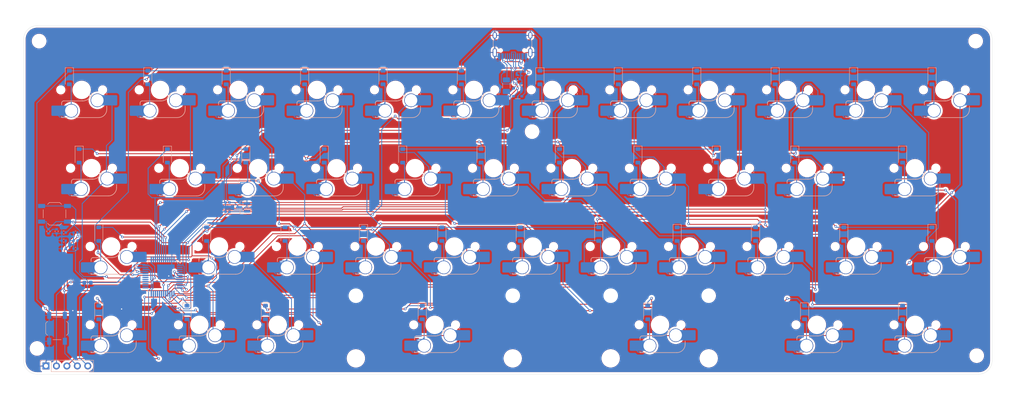
<source format=kicad_pcb>
(kicad_pcb (version 20241229) (generator "pcbnew") (generator_version "9.0")
  (layers (0 "F.Cu" signal) (2 "B.Cu" signal) (13 "F.Paste" user) (15 "B.Paste" user) (5 "F.SilkS" user "F.Silkscreen") (7 "B.SilkS" user "B.Silkscreen") (1 "F.Mask" user) (3 "B.Mask" user) (25 "Edge.Cuts" user))
  (net 0 "")
  (net 1 "Net-(D1-A)")
  (net 2 "Net-(D2-A)")
  (net 3 "Net-(D3-A)")
  (net 4 "Net-(D4-A)")
  (net 5 "Net-(D5-A)")
  (net 6 "Net-(D6-A)")
  (net 7 "Net-(D7-A)")
  (net 8 "Net-(D8-A)")
  (net 9 "Net-(D9-A)")
  (net 10 "Net-(D10-A)")
  (net 11 "Net-(D11-A)")
  (net 12 "Net-(D12-A)")
  (net 13 "Net-(D13-A)")
  (net 14 "Net-(D14-A)")
  (net 15 "Net-(D15-A)")
  (net 16 "Net-(D16-A)")
  (net 17 "Net-(D17-A)")
  (net 18 "Net-(D18-A)")
  (net 19 "Net-(D19-A)")
  (net 20 "Net-(D20-A)")
  (net 21 "Net-(D21-A)")
  (net 22 "Net-(D22-A)")
  (net 23 "Net-(D23-A)")
  (net 24 "Net-(D24-A)")
  (net 25 "Net-(D25-A)")
  (net 26 "Net-(D26-A)")
  (net 27 "Net-(D27-A)")
  (net 28 "Net-(D28-A)")
  (net 29 "Net-(D29-A)")
  (net 30 "Net-(D30-A)")
  (net 31 "Net-(D31-A)")
  (net 32 "Net-(D32-A)")
  (net 33 "Net-(D33-A)")
  (net 34 "Net-(D34-A)")
  (net 35 "Net-(D35-A)")
  (net 36 "Net-(D36-A)")
  (net 37 "Net-(D37-A)")
  (net 38 "Net-(D38-A)")
  (net 39 "Net-(D39-A)")
  (net 40 "Net-(D40-A)")
  (net 41 "Net-(D41-A)")
  (net 42 "row0")
  (net 43 "row1")
  (net 44 "row2")
  (net 45 "row3")
  (net 46 "col0")
  (net 47 "col1")
  (net 48 "col2")
  (net 49 "col3")
  (net 50 "col4")
  (net 51 "col5")
  (net 52 "col6")
  (net 53 "col7")
  (net 54 "col8")
  (net 55 "col9")
  (net 56 "col10")
  (net 57 "col11")
  (net 58 "+3V3")
  (net 59 "BOOT0")
  (net 60 "NRST")
  (net 61 "GND")
  (net 62 "+5V")
  (net 63 "VBUS")
  (net 64 "D+")
  (net 65 "Net-(J1-CC2)")
  (net 66 "D-")
  (net 67 "Net-(J1-CC1)")
  (net 70 "SWCLK")
  (net 71 "SWD")
  (net 72 "Net-(R3-Pad2)")
  (net 73 "/A8")
  (net 74 "/C14")
  (net 75 "/A15")
  (net 76 "/B9")
  (net 77 "/F0")
  (net 78 "/B11")
  (net 79 "/A10")
  (net 80 "/B12")
  (net 81 "/C15")
  (net 82 "/B10")
  (net 83 "/B13")
  (net 84 "/B8")
  (net 85 "/F1")
  (net 86 "/B14")
  (net 87 "/C13")
  (net 88 "/A9")
  (net 89 "/B15")
  (footprint "PCM_SparkFun-Hardware:Standoff" (layer "F.Cu") (at 27.25 101)
    (property "Reference" "ST4")
    (property "Value" "Standoff")
  )
  (footprint "PCM_SparkFun-Hardware:Standoff" (layer "F.Cu") (at 27.75 26.25)
    (property "Reference" "ST3")
    (property "Value" "Standoff")
  )
  (footprint "PCM_marbastlib-mx:STAB_MX_3u" (layer "F.Cu") (at 123.75 95.155)
    (property "Reference" "S1" (hide yes))
    (property "Value" "MX_stab" (hide yes))
  )
  (footprint "PCM_SparkFun-Hardware:Standoff" (layer "F.Cu") (at 147.5 48.25)
    (property "Reference" "ST5")
    (property "Value" "Standoff")
  )
  (footprint "PCM_marbastlib-mx:STAB_MX_2.75u" (layer "F.Cu") (at 178.5 95.148)
    (property "Reference" "S2" (hide yes))
    (property "Value" "MX_stab" (hide yes))
  )
  (footprint "PCM_SparkFun-Hardware:Standoff" (layer "F.Cu") (at 255.25 26.25)
    (property "Reference" "ST2")
    (property "Value" "Standoff")
  )
  (footprint "PCM_SparkFun-Hardware:Standoff" (layer "F.Cu") (at 255.5 102.75)
    (property "Reference" "ST1")
    (property "Value" "Standoff")
  )
  (footprint "PCM_marbastlib-mx:SW_MX_HS_CPG151101S11_1u" (layer "B.Cu") (at 176.2125 57.15)
    (property "Reference" "MX20" (hide yes))
    (property "Value" "MX_SW_HS" (hide yes))
  )
  (footprint "Diode_SMD:D_SOD-123" (layer "B.Cu") (at 77.9625 54.15 -90)
    (property "Reference" "D15" (hide yes))
    (property "Value" "D_Small" (hide yes))
  )
  (footprint "Diode_SMD:D_SOD-123" (layer "B.Cu") (at 120.825 92.25 -90)
    (property "Reference" "D38" (hide yes))
    (property "Value" "D_Small" (hide yes))
  )
  (footprint "Diode_SMD:D_SOD-123" (layer "B.Cu") (at 111.3 35.1 -90)
    (property "Reference" "D5" (hide yes))
    (property "Value" "D_Small" (hide yes))
  )
  (footprint "Diode_SMD:D_SOD-123" (layer "B.Cu") (at 68.4375 73.2 -90)
    (property "Reference" "D25" (hide yes))
    (property "Value" "D_Small" (hide yes))
  )
  (footprint "PCM_marbastlib-mx:SW_MX_HS_CPG151101S11_1u" (layer "B.Cu") (at 109.5375 76.2)
    (property "Reference" "MX27" (hide yes))
    (property "Value" "MX_SW_HS" (hide yes))
  )
  (footprint "PCM_marbastlib-mx:SW_MX_HS_CPG151101S11_1u" (layer "B.Cu") (at 190.5 38.1)
    (property "Reference" "MX9" (hide yes))
    (property "Value" "MX_SW_HS" (hide yes))
  )
  (footprint "Diode_SMD:D_SOD-123" (layer "B.Cu") (at 42.2438 73.2 -90)
    (property "Reference" "D24" (hide yes))
    (property "Value" "D_Small" (hide yes))
  )
  (footprint "PCM_marbastlib-mx:SW_MX_HS_CPG151101S11_1u" (layer "B.Cu") (at 204.7875 76.2)
    (property "Reference" "MX32" (hide yes))
    (property "Value" "MX_SW_HS" (hide yes))
  )
  (footprint "Diode_SMD:D_SOD-123" (layer "B.Cu") (at 42.2438 92.25 -90)
    (property "Reference" "D35" (hide yes))
    (property "Value" "D_Small" (hide yes))
  )
  (footprint "Capacitor_SMD:C_0603_1608Metric" (layer "B.Cu") (at 39.525 85 180)
    (property "Reference" "C2" (hide yes))
    (property "Value" "10uF" (hide yes))
  )
  (footprint "Fuse:Fuse_1206_3216Metric" (layer "B.Cu") (at 141.25 37.1 -90)
    (property "Reference" "F1" (hide yes))
    (property "Value" "500mA" (hide yes))
  )
  (footprint "PCM_marbastlib-mx:SW_MX_HS_CPG151101S11_1u" (layer "B.Cu") (at 71.4375 76.2)
    (property "Reference" "MX25" (hide yes))
    (property "Value" "MX_SW_HS" (hide yes))
  )
  (footprint "Diode_SMD:D_SOD-123" (layer "B.Cu") (at 192.2625 54.15 -90)
    (property "Reference" "D21" (hide yes))
    (property "Value" "D_Small" (hide yes))
  )
  (footprint "Diode_SMD:D_SOD-123" (layer "B.Cu") (at 163.6875 73.2 -90)
    (property "Reference" "D30" (hide yes))
    (property "Value" "D_Small" (hide yes))
  )
  (footprint "PCM_marbastlib-mx:SW_MX_HS_CPG151101S11_1u" (layer "B.Cu") (at 240.5063 95.25)
    (property "Reference" "MX41" (hide yes))
    (property "Value" "MX_SW_HS" (hide yes))
  )
  (footprint "PCM_marbastlib-mx:SW_MX_HS_CPG151101S11_1u" (layer "B.Cu") (at 209.55 38.1)
    (property "Reference" "MX10" (hide yes))
    (property "Value" "MX_SW_HS" (hide yes))
  )
  (footprint "PCM_marbastlib-mx:SW_MX_HS_CPG151101S11_1u" (layer "B.Cu") (at 171.45 38.1)
    (property "Reference" "MX8" (hide yes))
    (property "Value" "MX_SW_HS" (hide yes))
  )
  (footprint "PCM_marbastlib-mx:SW_MX_HS_CPG151101S11_1u" (layer "B.Cu") (at 57.15 38.1)
    (property "Reference" "MX2" (hide yes))
    (property "Value" "MX_SW_HS" (hide yes))
  )
  (footprint "PCM_marbastlib-mx:SW_MX_HS_CPG151101S11_1.75u" (layer "B.Cu") (at 45.2438 76.2)
    (property "Reference" "MX24" (hide yes))
    (property "Value" "MX_SW_HS" (hide yes))
  )
  (footprint "PCM_marbastlib-mx:SW_MX_HS_CPG151101S11_1u" (layer "B.Cu") (at 133.35 38.1)
    (property "Reference" "MX6" (hide yes))
    (property "Value" "MX_SW_HS" (hide yes))
  )
  (footprint "PCM_marbastlib-mx:SW_MX_HS_CPG151101S11_1.25u" (layer "B.Cu") (at 226.2188 76.2)
    (property "Reference" "MX33" (hide yes))
    (property "Value" "MX_SW_HS" (hide yes))
  )
  (footprint "Diode_SMD:D_SOD-123" (layer "B.Cu") (at 173.2125 54.15 -90)
    (property "Reference" "D20" (hide yes))
    (property "Value" "D_Small" (hide yes))
  )
  (footprint "PCM_marbastlib-mx:SW_MX_HS_CPG151101S11_1u" (layer "B.Cu") (at 38.1 38.1)
    (property "Reference" "MX1" (hide yes))
    (property "Value" "MX_SW_HS" (hide yes))
  )
  (footprint "PCM_marbastlib-mx:SW_MX_HS_CPG151101S11_1u" (layer "B.Cu") (at 247.65 76.2)
    (property "Reference" "MX34" (hide yes))
    (property "Value" "MX_SW_HS" (hide yes))
  )
  (footprint "Resistor_SMD:R_0402_1005Metric" (layer "B.Cu") (at 32 72.51 -90)
    (property "Reference" "R4" (hide yes))
    (property "Value" "5.1k" (hide yes))
  )
  (footprint "Diode_SMD:D_SOD-123" (layer "B.Cu") (at 106.5375 73.2 -90)
    (property "Reference" "D27" (hide yes))
    (property "Value" "D_Small" (hide yes))
  )
  (footprint "Capacitor_SMD:C_0402_1005Metric" (layer "B.Cu") (at 36.6 72.81 180)
    (property "Reference" "C1" (hide yes))
    (property "Value" "100nF" (hide yes))
  )
  (footprint "PCM_marbastlib-mx:SW_MX_HS_CPG151101S11_1u" (layer "B.Cu") (at 195.2625 57.15)
    (property "Reference" "MX21" (hide yes))
    (property "Value" "MX_SW_HS" (hide yes))
  )
  (footprint "Diode_SMD:D_SOD-123" (layer "B.Cu") (at 116.0625 54.15 -90)
    (property "Reference" "D17" (hide yes))
    (property "Value" "D_Small" (hide yes))
  )
  (footprint "Button_Switch_SMD:SW_SPST_TL3342" (layer "B.Cu") (at 31.5 68.25 180)
    (property "Reference" "BOOT1" (hide yes))
    (property "Value" "SW_SPST" (hide yes))
  )
  (footprint "Diode_SMD:D_SOD-123" (layer "B.Cu") (at 73.2 35.1 -90)
    (property "Reference" "D3" (hide yes))
    (property "Value" "D_Small" (hide yes))
  )
  (footprint "Diode_SMD:D_SOD-123" (layer "B.Cu") (at 187.5 35.1 -90)
    (property "Reference" "D9" (hide yes))
    (property "Value" "D_Small" (hide yes))
  )
  (footprint "Resistor_SMD:R_0402_1005Metric" (layer "B.Cu") (at 30.01 72.51 -90)
    (property "Reference" "R3" (hide yes))
    (property "Value" "5.1k" (hide yes))
  )
  (footprint "PCM_marbastlib-mx:SW_MX_HS_CPG151101S11_1u" (layer "B.Cu") (at 152.4 38.1)
    (property "Reference" "MX7" (hide yes))
    (property "Value" "MX_SW_HS" (hide yes))
  )
  (footprint "Diode_SMD:D_SOD-123" (layer "B.Cu") (at 37.4813 54.15 -90)
    (property "Reference" "D13" (hide yes))
    (property "Value" "D_Small" (hide yes))
  )
  (footprint "PCM_marbastlib-mx:SW_MX_HS_CPG151101S11_1u" (layer "B.Cu") (at 76.2 38.1)
    (property "Reference" "MX3" (hide yes))
    (property "Value" "MX_SW_HS" (hide yes))
  )
  (footprint "Diode_SMD:D_SOD-123" (layer "B.Cu") (at 82.725 92.25 -90)
    (property "Reference" "D37" (hide yes))
    (property "Value" "D_Small" (hide yes))
  )
  (footprint "Capacitor_SMD:C_0402_1005Metric" (layer "B.Cu") (at 73.52 67.75 180)
    (property "Reference" "C10" (hide yes))
    (property "Value" "1uF" (hide yes))
  )
  (footprint "Diode_SMD:D_SOD-123" (layer "B.Cu") (at 244.65 35.1 -90)
    (property "Reference" "D12" (hide yes))
    (property "Value" "D_Small" (hide yes))
  )
  (footprint "Diode_SMD:D_SOD-123" (layer "B.Cu") (at 154.1625 54.15 -90)
    (property "Reference" "D19" (hide yes))
    (property "Value" "D_Small" (hide yes))
  )
  (footprint "Diode_SMD:D_SOD-123" (layer "B.Cu") (at 225.6 35.1 -90)
    (property "Reference" "D11" (hide yes))
    (property "Value" "D_Small" (hide yes))
  )
  (footprint "PCM_marbastlib-mx:SW_MX_HS_CPG151101S11_1u" (layer "B.Cu") (at 228.6 38.1)
    (property "Reference" "MX11" (hide yes))
    (property "Value" "MX_SW_HS" (hide yes))
  )
  (footprint "PCM_marbastlib-mx:SW_MX_HS_CPG151101S11_1u" (layer "B.Cu") (at 247.65 38.1)
    (property "Reference" "MX12" (hide yes))
    (property "Value" "MX_SW_HS" (hide yes))
  )
  (footprint "Diode_SMD:D_SOD-123" (layer "B.Cu") (at 144.6375 73.2 -90)
    (property "Reference" "D29" (hide yes))
    (property "Value" "D_Small" (hide yes))
  )
  (footprint "Diode_SMD:D_SOD-123" (layer "B.Cu") (at 175.5938 92.25 -90)
    (property "Reference" "D39" (hide yes))
    (property "Value" "D_Small" (hide yes))
  )
  (footprint "Diode_SMD:D_SOD-123" (layer "B.Cu") (at 135.1125 54.15 -90)
    (property "Reference" "D18" (hide yes))
    (property "Value" "D_Small" (hide yes))
  )
  (footprint "PCM_marbastlib-mx:SW_MX_HS_CPG151101S11_1u" (layer "B.Cu") (at 147.6375 76.2)
    (property "Reference" "MX29" (hide yes))
    (property "Value" "MX_SW_HS" (hide yes))
  )
  (footprint "PCM_marbastlib-mx:SW_MX_HS_CPG151101S11_1u" (layer "B.Cu") (at 100.0125 57.15)
    (property "Reference" "MX16" (hide yes))
    (property "Value" "MX_SW_HS" (hide yes))
  )
  (footprint "Capacitor_SMD:C_0402_1005Metric" (layer "B.Cu") (at 36.6 76.75 180)
    (property "Reference" "C4" (hide yes))
    (property "Value" "100nF" (hide yes))
  )
  (footprint "Diode_SMD:D_SOD-123" (layer "B.Cu") (at 63.675 92.25 -90)
    (property "Reference" "D36" (hide yes))
    (property "Value" "D_Small" (hide yes))
  )
  (footprint "Diode_SMD:D_SOD-123" (layer "B.Cu") (at 201.7875 73.2 -90)
    (property "Reference" "D32" (hide yes))
    (property "Value" "D_Small" (hide yes))
  )
  (footprint "PCM_marbastlib-various:USB_C_Receptacle_HRO_TYPE-C-31-M-12" (layer "B.Cu") (at 142.75 25.9)
    (property "Reference" "J1" (hide yes))
    (property "Value" "USB_C_Receptacle_USB2.0" (hide yes))
  )
  (footprint "PCM_marbastlib-mx:SW_MX_HS_CPG151101S11_1u" (layer "B.Cu") (at 123.825 95.25)
    (property "Reference" "MX38" (hide yes))
    (property "Value" "MX_SW_HS" (hide yes))
  )
  (footprint "Diode_SMD:D_SOD-123" (layer "B.Cu") (at 87.4875 73.2 -90)
    (property "Reference" "D26" (hide yes))
    (property "Value" "D_Small" (hide yes))
  )
  (footprint "Capacitor_SMD:C_0402_1005Metric" (layer "B.Cu") (at 33.73 72.81 180)
    (property "Reference" "C5" (hide yes))
    (property "Value" "100nF" (hide yes))
  )
  (footprint "PCM_marbastlib-mx:SW_MX_HS_CPG151101S11_1u" (layer "B.Cu") (at 80.9625 57.15)
    (property "Reference" "MX15" (hide yes))
    (property "Value" "MX_SW_HS" (hide yes))
  )
  (footprint "Diode_SMD:D_SOD-123" (layer "B.Cu") (at 213.6938 92.25 -90)
    (property "Reference" "D40" (hide yes))
    (property "Value" "D_Small" (hide yes))
  )
  (footprint "PCM_marbastlib-mx:SW_MX_HS_CPG151101S11_1u" (layer "B.Cu") (at 166.6875 76.2)
    (property "Reference" "MX30" (hide yes))
    (property "Value" "MX_SW_HS" (hide yes))
  )
  (footprint "Diode_SMD:D_SOD-123" (layer "B.Cu") (at 223.2188 73.2 -90)
    (property "Reference" "D33" (hide yes))
    (property "Value" "D_Small" (hide yes))
  )
  (footprint "Diode_SMD:D_SOD-123" (layer "B.Cu") (at 206.55 35.1 -90)
    (property "Reference" "D10" (hide yes))
    (property "Value" "D_Small" (hide yes))
  )
  (footprint "Diode_SMD:D_SOD-123" (layer "B.Cu") (at 211.3125 54.15 -90)
    (property "Reference" "D22" (hide yes))
    (property "Value" "D_Small" (hide yes))
  )
  (footprint "Diode_SMD:D_SOD-123" (layer "B.Cu") (at 97.0125 54.15 -90)
    (property "Reference" "D16" (hide yes))
    (property "Value" "D_Small" (hide yes))
  )
  (footprint "Resistor_SMD:R_0402_1005Metric" (layer "B.Cu") (at 140.75 33.24 -90)
    (property "Reference" "R1" (hide yes))
    (property "Value" "5.1k" (hide yes))
  )
  (footprint "PCM_marbastlib-mx:SW_MX_HS_CPG151101S11_1.25u" (layer "B.Cu") (at 45.2438 95.25)
    (property "Reference" "MX35" (hide yes))
    (property "Value" "MX_SW_HS" (hide yes))
  )
  (footprint "PCM_marbastlib-mx:SW_MX_HS_CPG151101S11_1u" (layer "B.Cu") (at 214.3125 57.15)
    (property "Reference" "MX22" (hide yes))
    (property "Value" "MX_SW_HS" (hide yes))
  )
  (footprint "Package_TO_SOT_SMD:SOT-143" (layer "B.Cu") (at 144 38.7 180)
    (property "Reference" "U2" (hide yes))
    (property "Value" "PRTR5V0U2X" (hide yes))
  )
  (footprint "PCM_marbastlib-mx:SW_MX_HS_CPG151101S11_1u" (layer "B.Cu") (at 185.7375 76.2)
    (property "Reference" "MX31" (hide yes))
    (property "Value" "MX_SW_HS" (hide yes))
  )
  (footprint "PCM_marbastlib-mx:SW_MX_HS_CPG151101S11_1u" (layer "B.Cu") (at 128.5875 76.2)
    (property "Reference" "MX28" (hide yes))
    (property "Value" "MX_SW_HS" (hide yes))
  )
  (footprint "Capacitor_SMD:C_0402_1005Metric" (layer "B.Cu") (at 36.6 74.78 180)
    (property "Reference" "C3" (hide yes))
    (property "Value" "100nF" (hide yes))
  )
  (footprint "PCM_marbastlib-mx:SW_MX_HS_CPG151101S11_1u" (layer "B.Cu") (at 66.675 95.25)
    (property "Reference" "MX36" (hide yes))
    (property "Value" "MX_SW_HS" (hide yes))
  )
  (footprint "Diode_SMD:D_SOD-123" (layer "B.Cu") (at 92.25 35.1 -90)
    (property "Reference" "D4" (hide yes))
    (property "Value" "D_Small" (hide yes))
  )
  (footprint "Diode_SMD:D_SOD-123" (layer "B.Cu") (at 237.5063 54.15 -90)
    (property "Reference" "D23" (hide yes))
    (property "Value" "D_Small" (hide yes))
  )
  (footprint "Button_Switch_SMD:SW_SPST_TL3342" (layer "B.Cu") (at 32.1 96.1 90)
    (property "Reference" "RST1" (hide yes))
    (property "Value" "SW_SPST" (hide yes))
  )
  (footprint "PCM_marbastlib-mx:SW_MX_HS_CPG151101S11_1u" (layer "B.Cu") (at 61.9125 57.15)
    (property "Reference" "MX14" (hide yes))
    (property "Value" "MX_SW_HS" (hide yes))
  )
  (footprint "Diode_SMD:D_SOD-123" (layer "B.Cu") (at 149.4 35.1 -90)
    (property "Reference" "D7" (hide yes))
    (property "Value" "D_Small" (hide yes))
  )
  (footprint "Diode_SMD:D_SOD-123" (layer "B.Cu") (at 182.7375 73.2 -90)
    (property "Reference" "D31" (hide yes))
    (property "Value" "D_Small" (hide yes))
  )
  (footprint "Capacitor_SMD:C_0402_1005Metric" (layer "B.Cu") (at 144.02 35.5)
    (property "Reference" "C8" (hide yes))
    (property "Value" "100nF" (hide yes))
  )
  (footprint "PCM_marbastlib-mx:SW_MX_HS_CPG151101S11_1u" (layer "B.Cu") (at 119.0625 57.15)
    (property "Reference" "MX17" (hide yes))
    (property "Value" "MX_SW_HS" (hide yes))
  )
  (footprint "PCM_marbastlib-mx:SW_MX_HS_CPG151101S11_1u" (layer "B.Cu") (at 90.4875 76.2)
    (property "Reference" "MX26" (hide yes))
    (property "Value" "MX_SW_HS" (hide yes))
  )
  (footprint "PCM_marbastlib-mx:SW_MX_HS_CPG151101S11_1u" (layer "B.Cu") (at 216.6938 95.25)
    (property "Reference" "MX40" (hide yes))
    (property "Value" "MX_SW_HS" (hide yes))
  )
  (footprint "Diode_SMD:D_SOD-123" (layer "B.Cu") (at 125.5875 73.2 -90)
    (property "Reference" "D28" (hide yes))
    (property "Value" "D_Small" (hide yes))
  )
  (footprint "PCM_marbastlib-mx:SW_MX_HS_CPG151101S11_1u" (layer "B.Cu") (at 114.3 38.1)
    (property "Reference" "MX5" (hide yes))
    (property "Value" "MX_SW_HS" (hide yes))
  )
  (footprint "Capacitor_SMD:C_0402_1005Metric" (layer "B.Cu") (at 33.73 76.75 180)
    (property "Reference" "C7" (hide yes))
    (property "Value" "100nF" (hide yes))
  )
  (footprint "Capacitor_SMD:C_0402_1005Metric" (layer "B.Cu") (at 73.52 65.5 180)
    (property "Reference" "C9" (hide yes))
    (property "Value" "1uF" (hide yes))
  )
  (footprint "PCM_marbastlib-mx:SW_MX_HS_CPG151101S11_1.25u" (layer "B.Cu") (at 40.4813 57.15)
    (property "Reference" "MX13" (hide yes))
    (property "Value" "MX_SW_HS" (hide yes))
  )
  (footprint "PCM_marbastlib-mx:SW_MX_HS_CPG151101S11_1u" (layer "B.Cu") (at 95.25 38.1)
    (property "Reference" "MX4" (hide yes))
    (property "Value" "MX_SW_HS" (hide yes))
  )
  (footprint "Diode_SMD:D_SOD-123" (layer "B.Cu") (at 130.35 35.1 -90)
    (property "Reference" "D6" (hide yes))
    (property "Value" "D_Small" (hide yes))
  )
  (footprint "Package_QFP:LQFP-48_7x7mm_P0.5mm" (layer "B.Cu") (at 57.75 83.5 180)
    (property "Reference" "U1" (hide yes))
    (property "Value" "STM32F072CBT6" (hide yes))
  )
  (footprint "Diode_SMD:D_SOD-123" (layer "B.Cu") (at 35.1 35.1 -90)
    (property "Reference" "D1" (hide yes))
    (property "Value" "D_Small" (hide yes))
  )
  (footprint "Diode_SMD:D_SOD-123" (layer "B.Cu") (at 58.9125 54.15 -90)
    (property "Reference" "D14" (hide yes))
    (property "Value" "D_Small" (hide yes))
  )
  (footprint "PCM_marbastlib-mx:SW_MX_HS_CPG151101S11_1u" (layer "B.Cu") (at 138.1125 57.15)
    (property "Reference" "MX18" (hide yes))
    (property "Value" "MX_SW_HS" (hide yes))
  )
  (footprint "PCM_marbastlib-mx:SW_MX_HS_CPG151101S11_1u" (layer "B.Cu") (at 157.1625 57.15)
    (property "Reference" "MX19" (hide yes))
    (property "Value" "MX_SW_HS" (hide yes))
  )
  (footprint "Resistor_SMD:R_0402_1005Metric" (layer "B.Cu") (at 144.75 33.24 -90)
    (property "Reference" "R2" (hide yes))
    (property "Value" "5.1k" (hide yes))
  )
  (footprint "Diode_SMD:D_SOD-123" (layer "B.Cu") (at 168.45 35.1 -90)
    (property "Reference" "D8" (hide yes))
    (property "Value" "D_Small" (hide yes))
  )
  (footprint "Diode_SMD:D_SOD-123" (layer "B.Cu") (at 54.15 35.1 -90)
    (property "Reference" "D2" (hide yes))
    (property "Value" "D_Small" (hide yes))
  )
  (footprint "PCM_marbastlib-mx:SW_MX_HS_CPG151101S11_1.75u" (layer "B.Cu") (at 240.5063 57.15)
    (property "Reference" "MX23" (hide yes))
    (property "Value" "MX_SW_HS" (hide yes))
  )
  (footprint "Diode_SMD:D_SOD-123" (layer "B.Cu") (at 237.5063 92.25 -90)
    (property "Reference" "D41" (hide yes))
    (property "Value" "D_Small" (hide yes))
  )
  (footprint "Diode_SMD:D_SOD-123" (layer "B.Cu") (at 244.65 73.2 -90)
    (property "Reference" "D34" (hide yes))
    (property "Value" "D_Small" (hide yes))
  )
  (footprint "Connector_PinHeader_2.54mm:PinHeader_1x05_P2.54mm_Vertical" (layer "B.Cu") (at 29.42 105.25 -90)
    (property "Reference" "J2" (hide yes))
    (property "Value" "Conn_01x05" (hide yes))
  )
  (footprint "Package_TO_SOT_SMD:SOT-23" (layer "B.Cu") (at 77.3125 66.7 180)
    (property "Reference" "U3" (hide yes))
    (property "Value" "XC6206PxxxMR-Regulator_Linear" (hide yes))
  )
  (footprint "PCM_marbastlib-mx:SW_MX_HS_CPG151101S11_1u" (layer "B.Cu") (at 178.5938 95.25)
    (property "Reference" "MX39" (hide yes))
    (property "Value" "MX_SW_HS" (hide yes))
  )
  (footprint "Capacitor_SMD:C_0402_1005Metric" (layer "B.Cu") (at 33.73 74.78 180)
    (property "Reference" "C6" (hide yes))
    (property "Value" "100nF" (hide yes))
  )
  (footprint "PCM_marbastlib-mx:SW_MX_HS_CPG151101S11_1u" (layer "B.Cu") (at 85.725 95.25)
    (property "Reference" "MX37" (hide yes))
    (property "Value" "MX_SW_HS" (hide yes))
  )
  (gr_arc (start 27.25 107.25) (mid 24.951903 106.298097) (end 24 104) (stroke (width 0.05)) (layer "Edge.Cuts"))
  (gr_arc (start 256 22.5) (mid 258.298097 23.451903) (end 259.25 25.75) (stroke (width 0.05)) (layer "Edge.Cuts"))
  (gr_line (start 256 22.5) (end 27.25 22.5) (stroke (width 0.05)) (layer "Edge.Cuts"))
  (gr_line (start 259.25 104) (end 259.25 25.75) (stroke (width 0.05)) (layer "Edge.Cuts"))
  (gr_line (start 27.25 107.25) (end 256 107.25) (stroke (width 0.05)) (layer "Edge.Cuts"))
  (gr_arc (start 259.25 104) (mid 258.298097 106.298097) (end 256 107.25) (stroke (width 0.05)) (layer "Edge.Cuts"))
  (gr_arc (start 24 25.75) (mid 24.951903 23.451903) (end 27.25 22.5) (stroke (width 0.05)) (layer "Edge.Cuts"))
  (gr_line (start 24 25.75) (end 24 104) (stroke (width 0.05)) (layer "Edge.Cuts"))
  (segment (start 33.76 43.9558) (end 33.76 44.7317) (width 0.2) (layer "B.Cu") (net 1))
  (segment (start 33.76 43.9558) (end 34.7842 43.9558) (width 0.2) (layer "B.Cu") (net 1))
  (segment (start 32.7858 44.7317) (end 32.01 43.9559) (width 0.2) (layer "B.Cu") (net 1))
  (segment (start 34.7842 43.9558) (end 35.56 43.18) (width 0.2) (layer "B.Cu") (net 1))
  (segment (start 35.56 43.18) (end 35.56 37.21) (width 0.2) (layer "B.Cu") (net 1))
  (segment (start 33.76 44.7317) (end 32.7858 44.7317) (width 0.2) (layer "B.Cu") (net 1))
  (segment (start 33.76 43.18) (end 33.76 43.9558) (width 0.2) (layer "B.Cu") (net 1))
  (segment (start 32.01 43.9559) (end 32.01 43.18) (width 0.2) (layer "B.Cu") (net 1))
  (segment (start 35.56 37.21) (end 35.1 36.75) (width 0.2) (layer "B.Cu") (net 1))
  (segment (start 51.06 43.9559) (end 51.8358 44.7317) (width 0.2) (layer "B.Cu") (net 2))
  (segment (start 53.8342 43.9558) (end 54.61 43.18) (width 0.2) (layer "B.Cu") (net 2))
  (segment (start 52.81 43.18) (end 52.81 43.9558) (width 0.2) (layer "B.Cu") (net 2))
  (segment (start 54.61 37.21) (end 54.15 36.75) (width 0.2) (layer "B.Cu") (net 2))
  (segment (start 51.8358 44.7317) (end 52.81 44.7317) (width 0.2) (layer "B.Cu") (net 2))
  (segment (start 52.81 43.9558) (end 53.8342 43.9558) (width 0.2) (layer "B.Cu") (net 2))
  (segment (start 54.61 43.18) (end 54.61 37.21) (width 0.2) (layer "B.Cu") (net 2))
  (segment (start 52.81 43.9558) (end 52.81 44.7317) (width 0.2) (layer "B.Cu") (net 2))
  (segment (start 51.06 43.18) (end 51.06 43.9559) (width 0.2) (layer "B.Cu") (net 2))
  (segment (start 70.11 43.9559) (end 70.8858 44.7317) (width 0.2) (layer "B.Cu") (net 3))
  (segment (start 70.8858 44.7317) (end 71.86 44.7317) (width 0.2) (layer "B.Cu") (net 3))
  (segment (start 70.11 43.18) (end 70.11 43.9559) (width 0.2) (layer "B.Cu") (net 3))
  (segment (start 71.86 43.9558) (end 72.8842 43.9558) (width 0.2) (layer "B.Cu") (net 3))
  (segment (start 73.66 37.21) (end 73.2 36.75) (width 0.2) (layer "B.Cu") (net 3))
  (segment (start 72.8842 43.9558) (end 73.66 43.18) (width 0.2) (layer "B.Cu") (net 3))
  (segment (start 71.86 43.18) (end 71.86 43.9558) (width 0.2) (layer "B.Cu") (net 3))
  (segment (start 73.66 43.18) (end 73.66 37.21) (width 0.2) (layer "B.Cu") (net 3))
  (segment (start 71.86 43.9558) (end 71.86 44.7317) (width 0.2) (layer "B.Cu") (net 3))
  (segment (start 90.91 43.9558) (end 90.91 44.7317) (width 0.2) (layer "B.Cu") (net 4))
  (segment (start 90.91 44.7317) (end 89.9358 44.7317) (width 0.2) (layer "B.Cu") (net 4))
  (segment (start 90.91 43.9558) (end 91.9342 43.9558) (width 0.2) (layer "B.Cu") (net 4))
  (segment (start 89.9358 44.7317) (end 89.16 43.9559) (width 0.2) (layer "B.Cu") (net 4))
  (segment (start 91.9342 43.9558) (end 92.71 43.18) (width 0.2) (layer "B.Cu") (net 4))
  (segment (start 92.71 37.21) (end 92.25 36.75) (width 0.2) (layer "B.Cu") (net 4))
  (segment (start 92.71 43.18) (end 92.71 37.21) (width 0.2) (layer "B.Cu") (net 4))
  (segment (start 90.91 43.18) (end 90.91 43.9558) (width 0.2) (layer "B.Cu") (net 4))
  (segment (start 89.16 43.9559) (end 89.16 43.18) (width 0.2) (layer "B.Cu") (net 4))
  (segment (start 111.76 41.2525) (end 111.3842 41.6283) (width 0.2) (layer "B.Cu") (net 5))
  (segment (start 109.96 43.18) (end 109.96 44.7317) (width 0.2) (layer "B.Cu") (net 5))
  (segment (start 108.9858 44.7317) (end 109.96 44.7317) (width 0.2) (layer "B.Cu") (net 5))
  (segment (start 108.21 43.9559) (end 108.9858 44.7317) (width 0.2) (layer "B.Cu") (net 5))
  (segment (start 111.76 43.18) (end 111.76 41.2525) (width 0.2) (layer "B.Cu") (net 5))
  (segment (start 109.96 43.18) (end 109.96 41.6283) (width 0.2) (layer "B.Cu") (net 5))
  (segment (start 108.21 43.18) (end 108.21 43.9559) (width 0.2) (layer "B.Cu") (net 5))
  (segment (start 111.76 37.21) (end 111.3 36.75) (width 0.2) (layer "B.Cu") (net 5))
  (segment (start 111.3842 41.6283) (end 109.96 41.6283) (width 0.2) (layer "B.Cu") (net 5))
  (segment (start 111.76 41.2525) (end 111.76 37.21) (width 0.2) (layer "B.Cu") (net 5))
  (segment (start 129.01 43.18) (end 129.01 43.9558) (width 0.2) (layer "B.Cu") (net 6))
  (segment (start 127.26 43.9559) (end 128.0358 44.7317) (width 0.2) (layer "B.Cu") (net 6))
  (segment (start 130.0342 43.9558) (end 130.81 43.18) (width 0.2) (layer "B.Cu") (net 6))
  (segment (start 127.26 43.18) (end 127.26 43.9559) (width 0.2) (layer "B.Cu") (net 6))
  (segment (start 129.01 43.9558) (end 129.01 44.7317) (width 0.2) (layer "B.Cu") (net 6))
  (segment (start 130.81 37.21) (end 130.35 36.75) (width 0.2) (layer "B.Cu") (net 6))
  (segment (start 129.01 43.9558) (end 130.0342 43.9558) (width 0.2) (layer "B.Cu") (net 6))
  (segment (start 130.81 43.18) (end 130.81 37.21) (width 0.2) (layer "B.Cu") (net 6))
  (segment (start 128.0358 44.7317) (end 129.01 44.7317) (width 0.2) (layer "B.Cu") (net 6))
  (segment (start 149.0842 43.9558) (end 149.86 43.18) (width 0.2) (layer "B.Cu") (net 7))
  (segment (start 146.31 43.18) (end 146.31 43.9559) (width 0.2) (layer "B.Cu") (net 7))
  (segment (start 149.86 43.18) (end 149.86 37.21) (width 0.2) (layer "B.Cu") (net 7))
  (segment (start 148.06 43.18) (end 148.06 43.9558) (width 0.2) (layer "B.Cu") (net 7))
  (segment (start 148.06 43.9558) (end 149.0842 43.9558) (width 0.2) (layer "B.Cu") (net 7))
  (segment (start 147.0858 44.7317) (end 148.06 44.7317) (width 0.2) (layer "B.Cu") (net 7))
  (segment (start 149.86 37.21) (end 149.4 36.75) (width 0.2) (layer "B.Cu") (net 7))
  (segment (start 146.31 43.9559) (end 147.0858 44.7317) (width 0.2) (layer "B.Cu") (net 7))
  (segment (start 148.06 43.9558) (end 148.06 44.7317) (width 0.2) (layer "B.Cu") (net 7))
  (segment (start 165.36 43.9559) (end 166.1358 44.7317) (width 0.2) (layer "B.Cu") (net 8))
  (segment (start 168.91 41.2525) (end 168.5342 41.6283) (width 0.2) (layer "B.Cu") (net 8))
  (segment (start 165.36 43.18) (end 165.36 43.9559) (width 0.2) (layer "B.Cu") (net 8))
  (segment (start 167.11 43.18) (end 167.11 41.6283) (width 0.2) (layer "B.Cu") (net 8))
  (segment (start 166.1358 44.7317) (end 167.11 44.7317) (width 0.2) (layer "B.Cu") (net 8))
  (segment (start 168.5342 41.6283) (end 167.11 41.6283) (width 0.2) (layer "B.Cu") (net 8))
  (segment (start 168.91 43.18) (end 168.91 41.2525) (width 0.2) (layer "B.Cu") (net 8))
  (segment (start 168.91 41.2525) (end 168.91 37.21) (width 0.2) (layer "B.Cu") (net 8))
  (segment (start 168.91 37.21) (end 168.45 36.75) (width 0.2) (layer "B.Cu") (net 8))
  (segment (start 167.11 43.18) (end 167.11 44.7317) (width 0.2) (layer "B.Cu") (net 8))
  (segment (start 185.1858 44.7317) (end 186.16 44.7317) (width 0.2) (layer "B.Cu") (net 9))
  (segment (start 186.16 43.18) (end 186.16 41.6283) (width 0.2) (layer "B.Cu") (net 9))
  (segment (start 184.41 43.18) (end 184.41 43.9559) (width 0.2) (layer "B.Cu") (net 9))
  (segment (start 187.96 41.2525) (end 187.5842 41.6283) (width 0.2) (layer "B.Cu") (net 9))
  (segment (start 187.5842 41.6283) (end 186.16 41.6283) (width 0.2) (layer "B.Cu") (net 9))
  (segment (start 184.41 43.9559) (end 185.1858 44.7317) (width 0.2) (layer "B.Cu") (net 9))
  (segment (start 187.96 41.2525) (end 187.96 37.21) (width 0.2) (layer "B.Cu") (net 9))
  (segment (start 186.16 43.18) (end 186.16 44.7317) (width 0.2) (layer "B.Cu") (net 9))
  (segment (start 187.96 37.21) (end 187.5 36.75) (width 0.2) (layer "B.Cu") (net 9))
  (segment (start 187.96 43.18) (end 187.96 41.2525) (width 0.2) (layer "B.Cu") (net 9))
  (segment (start 205.21 43.18) (end 205.21 44.7317) (width 0.2) (layer "B.Cu") (net 10))
  (segment (start 207.01 41.2525) (end 206.6342 41.6283) (width 0.2) (layer "B.Cu") (net 10))
  (segment (start 205.21 43.18) (end 205.21 41.6283) (width 0.2) (layer "B.Cu") (net 10))
  (segment (start 207.01 37.21) (end 206.55 36.75) (width 0.2) (layer "B.Cu") (net 10))
  (segment (start 205.21 44.7317) (end 204.2358 44.7317) (width 0.2) (layer "B.Cu") (net 10))
  (segment (start 207.01 43.18) (end 207.01 41.2525) (width 0.2) (layer "B.Cu") (net 10))
  (segment (start 206.6342 41.6283) (end 205.21 41.6283) (width 0.2) (layer "B.Cu") (net 10))
  (segment (start 204.2358 44.7317) (end 203.46 43.9559) (width 0.2) (layer "B.Cu") (net 10))
  (segment (start 203.46 43.9559) (end 203.46 43.18) (width 0.2) (layer "B.Cu") (net 10))
  (segment (start 207.01 41.2525) (end 207.01 37.21) (width 0.2) (layer "B.Cu") (net 10))
  (segment (start 224.26 44.7317) (end 223.2858 44.7317) (width 0.2) (layer "B.Cu") (net 11))
  (segment (start 225.2842 43.9558) (end 226.06 43.18) (width 0.2) (layer "B.Cu") (net 11))
  (segment (start 224.26 43.18) (end 224.26 43.9558) (width 0.2) (layer "B.Cu") (net 11))
  (segment (start 222.51 43.9559) (end 222.51 43.18) (width 0.2) (layer "B.Cu") (net 11))
  (segment (start 224.26 43.9558) (end 225.2842 43.9558) (width 0.2) (layer "B.Cu") (net 11))
  (segment (start 224.26 43.9558) (end 224.26 44.7317) (width 0.2) (layer "B.Cu") (net 11))
  (segment (start 223.2858 44.7317) (end 222.51 43.9559) (width 0.2) (layer "B.Cu") (net 11))
  (segment (start 226.06 37.21) (end 225.6 36.75) (width 0.2) (layer "B.Cu") (net 11))
  (segment (start 226.06 43.18) (end 226.06 37.21) (width 0.2) (layer "B.Cu") (net 11))
  (segment (start 243.31 43.18) (end 243.31 41.6283) (width 0.2) (layer "B.Cu") (net 12))
  (segment (start 244.7342 41.6283) (end 243.31 41.6283) (width 0.2) (layer "B.Cu") (net 12))
  (segment (start 242.3358 44.7317) (end 243.31 44.7317) (width 0.2) (layer "B.Cu") (net 12))
  (segment (start 241.56 43.18) (end 241.56 43.9559) (width 0.2) (layer "B.Cu") (net 12))
  (segment (start 245.11 41.2525) (end 244.7342 41.6283) (width 0.2) (layer "B.Cu") (net 12))
  (segment (start 241.56 43.9559) (end 242.3358 44.7317) (width 0.2) (layer "B.Cu") (net 12))
  (segment (start 245.11 41.2525) (end 245.11 37.21) (width 0.2) (layer "B.Cu") (net 12))
  (segment (start 245.11 37.21) (end 244.65 36.75) (width 0.2) (layer "B.Cu") (net 12))
  (segment (start 243.31 43.18) (end 243.31 44.7317) (width 0.2) (layer "B.Cu") (net 12))
  (segment (start 245.11 43.18) (end 245.11 41.2525) (width 0.2) (layer "B.Cu") (net 12))
  (segment (start 36.1413 62.23) (end 36.1413 63.7817) (width 0.2) (layer "B.Cu") (net 13))
  (segment (start 34.3913 63.0059) (end 35.1671 63.7817) (width 0.2) (layer "B.Cu") (net 13))
  (segment (start 37.9413 62.23) (end 37.9412 62.23) (width 0.2) (layer "B.Cu") (net 13))
  (segment (start 37.9413 62.23) (end 37.9413 63.0059) (width 0.2) (layer "B.Cu") (net 13))
  (segment (start 37.4813 55.8001) (end 37.4813 55.8) (width 0.2) (layer "B.Cu") (net 13))
  (segment (start 37.7112 56.03) (end 37.4812 55.8) (width 0.2) (layer "B.Cu") (net 13))
  (segment (start 37.1655 63.7817) (end 36.1413 63.7817) (width 0.2) (layer "B.Cu") (net 13))
  (segment (start 37.9412 56.26) (end 37.7112 56.03) (width 0.2) (layer "B.Cu") (net 13))
  (segment (start 37.9413 63.0059) (end 37.1655 63.7817) (width 0.2) (layer "B.Cu") (net 13))
  (segment (start 34.3913 62.23) (end 34.3913 63.0059) (width 0.2) (layer "B.Cu") (net 13))
  (segment (start 35.1671 63.7817) (end 36.1413 63.7817) (width 0.2) (layer "B.Cu") (net 13))
  (segment (start 37.9412 62.23) (end 37.9412 56.26) (width 0.2) (layer "B.Cu") (net 13))
  (segment (start 37.7112 56.03) (end 37.4813 55.8001) (width 0.2) (layer "B.Cu") (net 13))
  (segment (start 57.5725 62.23) (end 57.5725 60.6783) (width 0.2) (layer "B.Cu") (net 14))
  (segment (start 55.8225 62.23) (end 55.8225 63.0059) (width 0.2) (layer "B.Cu") (net 14))
  (segment (start 55.8225 63.0059) (end 56.5983 63.7817) (width 0.2) (layer "B.Cu") (net 14))
  (segment (start 58.9967 60.6783) (end 57.5725 60.6783) (width 0.2) (layer "B.Cu") (net 14))
  (segment (start 57.5725 62.23) (end 57.5725 63.7817) (width 0.2) (layer "B.Cu") (net 14))
  (segment (start 56.5983 63.7817) (end 57.5725 63.7817) (width 0.2) (layer "B.Cu") (net 14))
  (segment (start 59.3725 60.3025) (end 58.9967 60.6783) (width 0.2) (layer "B.Cu") (net 14))
  (segment (start 59.3725 56.26) (end 58.9125 55.8) (width 0.2) (layer "B.Cu") (net 14))
  (segment (start 59.3725 62.23) (end 59.3725 60.3025) (width 0.2) (layer "B.Cu") (net 14))
  (segment (start 59.3725 60.3025) (end 59.3725 56.26) (width 0.2) (layer "B.Cu") (net 14))
  (segment (start 76.6225 62.23) (end 76.6225 63.7817) (width 0.2) (layer "B.Cu") (net 15))
  (segment (start 74.8725 63.0059) (end 75.6483 63.7817) (width 0.2) (layer "B.Cu") (net 15))
  (segment (start 74.8725 62.23) (end 74.8725 63.0059) (width 0.2) (layer "B.Cu") (net 15))
  (segment (start 76.6225 62.23) (end 76.6225 60.6783) (width 0.2) (layer "B.Cu") (net 15))
  (segment (start 78.0467 60.6783) (end 76.6225 60.6783) (width 0.2) (layer "B.Cu") (net 15))
  (segment (start 75.6483 63.7817) (end 76.6225 63.7817) (width 0.2) (layer "B.Cu") (net 15))
  (segment (start 78.4225 56.26) (end 77.9625 55.8) (width 0.2) (layer "B.Cu") (net 15))
  (segment (start 78.4225 60.3025) (end 78.4225 56.26) (width 0.2) (layer "B.Cu") (net 15))
  (segment (start 78.4225 60.3025) (end 78.0467 60.6783) (width 0.2) (layer "B.Cu") (net 15))
  (segment (start 78.4225 62.23) (end 78.4225 60.3025) (width 0.2) (layer "B.Cu") (net 15))
  (segment (start 95.6725 62.23) (end 95.6725 60.6783) (width 0.2) (layer "B.Cu") (net 16))
  (segment (start 97.4725 60.3025) (end 97.0967 60.6783) (width 0.2) (layer "B.Cu") (net 16))
  (segment (start 93.9225 63.0059) (end 94.6983 63.7817) (width 0.2) (layer "B.Cu") (net 16))
  (segment (start 97.4725 62.23) (end 97.4725 60.3025) (width 0.2) (layer "B.Cu") (net 16))
  (segment (start 95.6725 62.23) (end 95.6725 63.7817) (width 0.2) (layer "B.Cu") (net 16))
  (segment (start 93.9225 62.23) (end 93.9225 63.0059) (width 0.2) (layer "B.Cu") (net 16))
  (segment (start 97.4725 60.3025) (end 97.4725 56.26) (width 0.2) (layer "B.Cu") (net 16))
  (segment (start 97.0967 60.6783) (end 95.6725 60.6783) (width 0.2) (layer "B.Cu") (net 16))
  (segment (start 97.4725 56.26) (end 97.0125 55.8) (width 0.2) (layer "B.Cu") (net 16))
  (segment (start 94.6983 63.7817) (end 95.6725 63.7817) (width 0.2) (layer "B.Cu") (net 16))
  (segment (start 115.9341 60.6783) (end 114.7225 60.6783) (width 0.2) (layer "B.Cu") (net 17))
  (segment (start 116.5225 60.303) (end 116.5225 62.23) (width 0.2) (layer "B.Cu") (net 17))
  (segment (start 116.522 61.2662) (end 115.9341 60.6783) (width 0.2) (layer "B.Cu") (net 17))
  (segment (start 112.9725 63.0059) (end 113.7483 63.7817) (width 0.2) (layer "B.Cu") (net 17))
  (segment (start 114.7225 62.23) (end 114.7225 60.6783) (width 0.2) (layer "B.Cu") (net 17))
  (segment (start 116.522 61.2662) (end 116.522 60.3025) (width 0.2) (layer "B.Cu") (net 17))
  (segment (start 116.292 56.03) (end 116.0625 55.8005) (width 0.2) (layer "B.Cu") (net 17))
  (segment (start 114.7225 62.23) (end 114.7225 63.7817) (width 0.2) (layer "B.Cu") (net 17))
  (segment (start 112.9725 62.23) (end 112.9725 63.0059) (width 0.2) (layer "B.Cu") (net 17))
  (segment (start 116.522 56.26) (end 116.292 56.03) (width 0.2) (layer "B.Cu") (net 17))
  (segment (start 116.0625 55.8005) (end 116.0625 55.8) (width 0.2) (layer "B.Cu") (net 17))
  (segment (start 116.522 62.23) (end 116.522 61.2662) (width 0.2) (layer "B.Cu") (net 17))
  (segment (start 113.7483 63.7817) (end 114.7225 63.7817) (width 0.2) (layer "B.Cu") (net 17))
  (segment (start 116.522 60.3025) (end 116.522 56.26) (width 0.2) (layer "B.Cu") (net 17))
  (segment (start 116.292 56.03) (end 116.062 55.8) (width 0.2) (layer "B.Cu") (net 17))
  (segment (start 116.522 60.3025) (end 116.5225 60.303) (width 0.2) (layer "B.Cu") (net 17))
  (segment (start 132.0225 63.0059) (end 132.7983 63.7817) (width 0.2) (layer "B.Cu") (net 18))
  (segment (start 135.1125 55.8005) (end 135.1125 55.8) (width 0.2) (layer "B.Cu") (net 18))
  (segment (start 133.7725 63.0058) (end 133.7725 63.7817) (width 0.2) (layer "B.Cu") (net 18))
  (segment (start 132.7983 63.7817) (end 133.7725 63.7817) (width 0.2) (layer "B.Cu") (net 18))
  (segment (start 135.342 56.03) (end 135.1125 55.8005) (width 0.2) (layer "B.Cu") (net 18))
  (segment (start 132.0225 62.23) (end 132.0225 63.0059) (width 0.2) (layer "B.Cu") (net 18))
  (segment (start 134.7962 63.0058) (end 135.572 62.23) (width 0.2) (layer "B.Cu") (net 18))
  (segment (start 133.7725 62.23) (end 133.7725 63.0058) (width 0.2) (layer "B.Cu") (net 18))
  (segment (start 135.342 56.03) (end 135.112 55.8) (width 0.2) (layer "B.Cu") (net 18))
  (segment (start 135.572 56.26) (end 135.342 56.03) (width 0.2) (layer "B.Cu") (net 18))
  (segment (start 135.5725 62.23) (end 135.572 62.23) (width 0.2) (layer "B.Cu") (net 18))
  (segment (start 133.7725 63.0058) (end 134.7962 63.0058) (width 0.2) (layer "B.Cu") (net 18))
  (segment (start 135.572 62.23) (end 135.572 56.26) (width 0.2) (layer "B.Cu") (net 18))
  (segment (start 152.8225 63.0058) (end 152.8225 63.7817) (width 0.2) (layer "B.Cu") (net 19))
  (segment (start 152.8225 63.0058) (end 153.8462 63.0058) (width 0.2) (layer "B.Cu") (net 19))
  (segment (start 154.6225 62.23) (end 154.622 62.23) (width 0.2) (layer "B.Cu") (net 19))
  (segment (start 152.8225 62.23) (end 152.8225 63.0058) (width 0.2) (layer "B.Cu") (net 19))
  (segment (start 151.0725 63.0059) (end 151.0725 62.23) (width 0.2) (layer "B.Cu") (net 19))
  (segment (start 154.622 62.23) (end 154.622 56.26) (width 0.2) (layer "B.Cu") (net 19))
  (segment (start 154.392 56.03) (end 154.162 55.8) (width 0.2) (layer "B.Cu") (net 19))
  (segment (start 153.8462 63.0058) (end 154.622 62.23) (width 0.2) (layer "B.Cu") (net 19))
  (segment (start 154.1625 55.8005) (end 154.1625 55.8) (width 0.2) (layer "B.Cu") (net 19))
  (segment (start 154.622 56.26) (end 154.392 56.03) (width 0.2) (layer "B.Cu") (net 19))
  (segment (start 152.8225 63.7817) (end 151.8483 63.7817) (width 0.2) (layer "B.Cu") (net 19))
  (segment (start 151.8483 63.7817) (end 151.0725 63.0059) (width 0.2) (layer "B.Cu") (net 19))
  (segment (start 154.392 56.03) (end 154.1625 55.8005) (width 0.2) (layer "B.Cu") (net 19))
  (segment (start 173.2125 55.8005) (end 173.2125 55.8) (width 0.2) (layer "B.Cu") (net 20))
  (segment (start 171.8725 63.0058) (end 172.8962 63.0058) (width 0.2) (layer "B.Cu") (net 20))
  (segment (start 170.1225 63.0059) (end 170.8983 63.7817) (width 0.2) (layer "B.Cu") (net 20))
  (segment (start 172.8962 63.0058) (end 173.672 62.23) (width 0.2) (layer "B.Cu") (net 20))
  (segment (start 170.8983 63.7817) (end 171.8725 63.7817) (width 0.2) (layer "B.Cu") (net 20))
  (segment (start 173.4342 56.0222) (end 173.212 55.8) (width 0.2) (layer "B.Cu") (net 20))
  (segment (start 173.6725 62.23) (end 173.672 62.23) (width 0.2) (layer "B.Cu") (net 20))
  (segment (start 173.672 62.23) (end 173.672 56.26) (width 0.2) (layer "B.Cu") (net 20))
  (segment (start 173.4342 56.0222) (end 173.2125 55.8005) (width 0.2) (layer "B.Cu") (net 20))
  (segment (start 171.8725 63.0058) (end 171.8725 63.7817) (width 0.2) (layer "B.Cu") (net 20))
  (segment (start 173.672 56.26) (end 173.4342 56.0222) (width 0.2) (layer "B.Cu") (net 20))
  (segment (start 171.8725 62.23) (end 171.8725 63.0058) (width 0.2) (layer "B.Cu") (net 20))
  (segment (start 170.1225 62.23) (end 170.1225 63.0059) (width 0.2) (layer "B.Cu") (net 20))
  (segment (start 192.492 56.03) (end 192.2625 55.8005) (width 0.2) (layer "B.Cu") (net 21))
  (segment (start 189.1725 63.0059) (end 189.9483 63.7817) (width 0.2) (layer "B.Cu") (net 21))
  (segment (start 191.9462 63.0058) (end 192.722 62.23) (width 0.2) (layer "B.Cu") (net 21))
  (segment (start 190.9225 62.23) (end 190.9225 63.0058) (width 0.2) (layer "B.Cu") (net 21))
  (segment (start 190.9225 63.0058) (end 190.9225 63.7817) (width 0.2) (layer "B.Cu") (net 21))
  (segment (start 190.9225 63.0058) (end 191.9462 63.0058) (width 0.2) (layer "B.Cu") (net 21))
  (segment (start 189.1725 62.23) (end 189.1725 63.0059) (width 0.2) (layer "B.Cu") (net 21))
  (segment (start 192.722 56.26) (end 192.492 56.03) (width 0.2) (layer "B.Cu") (net 21))
  (segment (start 192.2625 55.8005) (end 192.2625 55.8) (width 0.2) (layer "B.Cu") (net 21))
  (segment (start 189.9483 63.7817) (end 190.9225 63.7817) (width 0.2) (layer "B.Cu") (net 21))
  (segment (start 192.722 62.23) (end 192.722 56.26) (width 0.2) (layer "B.Cu") (net 21))
  (segment (start 192.7225 62.23) (end 192.722 62.23) (width 0.2) (layer "B.Cu") (net 21))
  (segment (start 192.492 56.03) (end 192.262 55.8) (width 0.2) (layer "B.Cu") (net 21))
  (segment (start 211.4376 62.5644) (end 211.4381 62.5644) (width 0.2) (layer "B.Cu") (net 22))
  (segment (start 211.3991 62.6034) (end 211.3991 62.6029) (width 0.2) (layer "B.Cu") (net 22))
  (segment (start 211.4066 62.5954) (end 211.4071 62.5954) (width 0.2) (layer "B.Cu") (net 22))
  (segment (start 209.9725 63.0058) (end 210.9967 63.0058) (width 0.2) (layer "B.Cu") (net 22))
  (segment (start 211.4226 62.5799) (end 211.4226 62.5794) (width 0.2) (layer "B.Cu") (net 22))
  (segment (start 211.4326 62.5699) (end 211.4326 62.5694) (width 0.2) (layer "B.Cu") (net 22))
  (segment (start 211.4291 62.5734) (end 211.4291 62.5729) (width 0.2) (layer "B.Cu") (net 22))
  (segment (start 211.3931 62.6089) (end 211.3936 62.6089) (width 0.2) (layer "B.Cu") (net 22))
  (segment (start 211.4241 62.5784) (end 211.4241 62.5779) (width 0.2) (layer "B.Cu") (net 22))
  (segment (start 211.4146 62.5874) (end 211.4151 62.5874) (width 0.2) (layer "B.Cu") (net 22))
  (segment (start 211.3846 62.6174) (end 211.3851 62.6174) (width 0.2) (layer "B.Cu") (net 22))
  (segment (start 211.4101 62.5919) (end 211.4106 62.5919) (width 0.2) (layer "B.Cu") (net 22))
  (segment (start 211.4076 62.5949) (end 211.4076 62.5944) (width 0.2) (layer "B.Cu") (net 22))
  (segment (start 211.4236 62.5784) (end 211.4241 62.5784) (width 0.2) (layer "B.Cu") (net 22))
  (segment (start 211.3951 62.6074) (end 211.3951 62.6069) (width 0.2) (layer "B.Cu") (net 22))
  (segment (start 211.3976 62.6044) (end 211.3981 62.6044) (width 0.2) (layer "B.Cu") (net 22))
  (segment (start 211.3956 62.6064) (end 211.3961 62.6064) (width 0.2) (layer "B.Cu") (net 22))
  (segment (start 211.3946 62.6074) (end 211.3951 62.6074) (width 0.2) (layer "B.Cu") (net 22))
  (segment (start 208.2225 63.0059) (end 208.2225 62.23) (width 0.2) (layer "B.Cu") (net 22))
  (segment (start 211.4106 62.5914) (end 211.4111 62.5914) (width 0.2) (layer "B.Cu") (net 22))
  (segment (start 211.4346 62.5674) (end 211.4351 62.5674) (width 0.2) (layer "B.Cu") (net 22))
  (segment (start 211.4161 62.5864) (end 211.4161 62.5859) (width 0.2) (layer "B.Cu") (net 22))
  (segment (start 211.4061 62.5959) (end 211.4066 62.5959) (width 0.2) (layer "B.Cu") (net 22))
  (segment (start 211.4141 62.5879) (end 211.4146 62.5879) (width 0.2) (layer "B.Cu") (net 22))
  (segment (start 211.4246 62.5779) (end 211.4246 62.5774) (width 0.2) (layer "B.Cu") (net 22))
  (segment (start 211.4396 62.5624) (end 211.4401 62.5624) (width 0.2) (layer "B.Cu") (net 22))
  (segment (start 211.4331 62.5689) (end 211.4336 62.5689) (width 0.2) (layer "B.Cu") (net 22))
  (segment (start 211.4046 62.5974) (end 211.4051 62.5974) (width 0.2) (layer "B.Cu") (net 22))
  (segment (start 211.4036 62.5984) (end 211.4041 62.5984) (width 0.2) (layer "B.Cu") (net 22))
  (segment (start 211.4351 62.5669) (end 211.4356 62.5669) (width 0.2) (layer "B.Cu") (net 22))
  (segment (start 211.4211 62.5809) (end 211.4216 62.5809) (width 0.2) (layer "B.Cu") (net 22))
  (segment (start 211.4151 62.5874) (end 211.4151 62.5869) (width 0.2) (layer "B.Cu") (net 22))
  (segment (start 211.4111 62.5914) (end 211.4111 62.5909) (width 0.2) (layer "B.Cu") (net 22))
  (segment (start 211.4091 62.5929) (end 211.4096 62.5929) (width 0.2) (layer "B.Cu") (net 22))
  (segment (start 211.4296 62.5724) (end 211.4301 62.5724) (width 0.2) (layer "B.Cu") (net 22))
  (segment (start 211.4366 62.5659) (end 211.4366 62.5654) (width 0.2) (layer "B.Cu") (net 22))
  (segment (start 211.4401 62.5624) (end 211.4401 62.5619) (width 0.2) (layer "B.Cu") (net 22))
  (segment (start 211.4261 62.5764) (end 211.4261 62.5759) (width 0.2) (layer "B.Cu") (net 22))
  (segment (start 211.4326 62.5694) (end 211.4331 62.5694) (width 0.2) (layer "B.Cu") (net 22))
  (segment (start 211.3906 62.6114) (end 211.3911 62.6114) (width 0.2) (layer "B.Cu") (net 22))
  (segment (start 211.3901 62.6119) (end 211.3906 62.6119) (width 0.2) (layer "B.Cu") (net 22))
  (segment (start 211.4006 62.6019) (end 211.4006 62.6014) (width 0.2) (layer "B.Cu") (net 22))
  (segment (start 211.4191 62.5834) (end 211.4191 62.5829) (width 0.2) (layer "B.Cu") (net 22))
  (segment (start 211.3971 62.6049) (end 211.3976 62.6049) (width 0.2) (layer "B.Cu") (net 22))
  (segment (start 211.4026 62.5999) (end 211.4026 62.5994) (width 0.2) (layer "B.Cu") (net 22))
  (segment (start 211.3961 62.6064) (end 211.3961 62.6059) (width 0.2) (layer "B.Cu") (net 22))
  (segment (start 211.4421 62.5599) (end 211.4426 62.5599) (width 0.2) (layer "B.Cu") (net 22))
  (segment (start 211.4156 62.5864) (end 211.4161 62.5864) (width 0.2) (layer "B.Cu") (net 22))
  (segment (start 211.3876 62.6149) (end 211.3876 62.6144) (width 0.2) (layer "B.Cu") (net 22))
  (segment (start 211.3871 62.6149) (end 211.3876 62.6149) (width 0.2) (layer "B.Cu") (net 22))
  (segment (start 211.4281 62.5744) (end 211.4281 62.5739) (width 0.2) (layer "B.Cu") (net 22))
  (segment (start 211.3931 62.6094) (end 211.3931 62.6089) (width 0.2) (layer "B.Cu") (net 22))
  (segment (start 211.4151 62.5869) (end 211.4156 62.5869) (width 0.2) (layer "B.Cu") (net 22))
  (segment (start 211.4256 62.5764) (end 211.4261 62.5764) (width 0.2) (layer "B.Cu") (net 22))
  (segment (start 211.4261 62.5759) (end 211.4266 62.5759) (width 0.2) (layer "B.Cu") (net 22))
  (segment (start 211.3936 62.6084) (end 211.3941 62.6084) (width 0.2) (layer "B.Cu") (net 22))
  (segment (start 211.4196 62.5824) (end 211.4201 62.5824) (width 0.2) (layer "B.Cu") (net 22))
  (segment (start 211.4236 62.5789) (end 211.4236 62.5784) (width 0.2) (layer "B.Cu") (net 22))
  (segment (start 211.4356 62.5669) (end 211.4356 62.5664) (width 0.2) (layer "B.Cu") (net 22))
  (segment (start 211.4276 62.5749) (end 211.4276 62.5744) (width 0.2) (layer "B.Cu") (net 22))
  (segment (start 211.4146 62.5879) (end 211.4146 62.5874) (width 0.2) (layer "B.Cu") (net 22))
  (segment (start 211.4311 62.5714) (end 211.4311 62.5709) (width 0.2) (layer "B.Cu") (net 22))
  (segment (start 211.3896 62.6129) (end 211.3896 62.6124) (width 0.2) (layer "B.Cu") (net 22))
  (segment (start 211.4031 62.5989) (end 211.4036 62.5989) (width 0.2) (layer "B.Cu") (net 22))
  (segment (start 211.4201 62.5819) (end 211.4206 62.5819) (width 0.2) (layer "B.Cu") (net 22))
  (segment (start 211.4046 62.5979) (end 211.4046 62.5974) (width 0.2) (layer "B.Cu") (net 22))
  (segment (start 211.4051 62.5974) (end 211.4051 62.5969) (width 0.2) (layer "B.Cu") (net 22))
  (segment (start 211.4156 62.5869) (end 211.4156 62.5864) (width 0.2) (layer "B.Cu") (net 22))
  (segment (start 211.4301 62.5719) (end 211.4306 62.5719) (width 0.2) (layer "B.Cu") (net 22))
  (segment (start 211.4286 62.5739) (end 211.4286 62.5734) (width 0.2) (layer "B.Cu") (net 22))
  (segment (start 211.4406 62.5614) (end 211.4411 62.5614) (width 0.2) (layer "B.Cu") (net 22))
  (segment (start 211.3966 62.6054) (end 211.3971 62.6054) (width 0.2) (layer "B.Cu") (net 22))
  (segment (start 211.4181 62.5844) (end 211.4181 62.5839) (width 0.2) (layer "B.Cu") (net 22))
  (segment (start 211.3996 62.6024) (end 211.4001 62.6024) (width 0.2) (layer "B.Cu") (net 22))
  (segment (start 211.4221 62.5799) (end 211.4226 62.5799) (width 0.2) (layer "B.Cu") (net 22))
  (segment (start 211.4306 62.5719) (end 211.4306 62.5714) (width 0.2) (layer "B.Cu") (net 22))
  (segment (start 211.4071 62.5954) (end 211.4071 62.5949) (width 0.2) (layer "B.Cu") (net 22))
  (segment (start 211.4081 62.5944) (end 211.4081 62.5939) (width 0.2) (layer "B.Cu") (net 22))
  (segment (start 211.3926 62.6099) (end 211.3926 62.6094) (width 0.2) (layer "B.Cu") (net 22))
  (segment (start 211.4256 62.5769) (end 211.4256 62.5764) (width 0.2) (layer "B.Cu") (net 22))
  (segment (start 211.4196 62.5829) (end 211.4196 62.5824) (width 0.2) (layer "B.Cu") (net 22))
  (segment (start 211.3886 62.6139) (end 211.3886 62.6134) (width 0.2) (layer "B.Cu") (net 22))
  (segment (start 211.4131 62.5889) (end 211.4136 62.5889) (width 0.2) (layer "B.Cu") (net 22))
  (segment (start 211.3996 62.6029) (end 211.3996 62.6024) (width 0.2) (layer "B.Cu") (net 22))
  (segment (start 211.4411 62.5614) (end 211.4411 62.5609) (width 0.2) (layer "B.Cu") (net 22))
  (segment (start 211.4386 62.5639) (end 211.4386 62.5634) (width 0.2) (layer "B.Cu") (net 22))
  (segment (start 211.4016 62.6009) (end 211.4016 62.6004) (width 0.2) (layer "B.Cu") (net 22))
  (segment (start 211.4301 62.5724) (end 211.4301 62.5719) (width 0.2) (layer "B.Cu") (net 22))
  (segment (start 211.3951 62.6069) (end 211.3956 62.6069) (width 0.2) (layer "B.Cu") (net 22))
  (segment (start 211.4371 62.5654) (end 211.4371 62.5649) (width 0.2) (layer "B.Cu") (net 22))
  (segment (start 211.4126 62.5894) (end 211.4131 62.5894) (width 0.2) (layer "B.Cu") (net 22))
  (segment (start 211.542 56.03) (end 211.3125 55.8005) (width 0.2) (layer "B.Cu") (net 22))
  (segment (start 211.3851 62.6174) (end 211.3851 62.6169) (width 0.2) (layer "B.Cu") (net 22))
  (segment (start 211.4176 62.5849) (end 211.4176 62.5844) (width 0.2) (layer "B.Cu") (net 22))
  (segment (start 211.4271 62.5749) (end 211.4276 62.5749) (width 0.2) (layer "B.Cu") (net 22))
  (segment (start 211.3866 62.6154) (end 211.3871 62.6154) (width 0.2) (layer "B.Cu") (net 22))
  (segment (start 211.4086 62.5934) (end 211.4091 62.5934) (width 0.2) (layer "B.Cu") (net 22))
  (segment (start 211.4431 62.5594) (end 211.7725 62.23) (width 0.2) (layer "B.Cu") (net 22))
  (segment (start 211.4276 62.5744) (end 211.4281 62.5744) (width 0.2) (layer "B.Cu") (net 22))
  (segment (start 211.3981 62.6039) (end 211.3986 62.6039) (width 0.2) (layer "B.Cu") (net 22))
  (segment (start 211.4066 62.5959) (end 211.4066 62.5954) (width 0.2) (layer "B.Cu") (net 22))
  (segment (start 211.4186 62.5834) (end 211.4191 62.5834) (width 0.2) (layer "B.Cu") (net 22))
  (segment (start 211.3966 62.6059) (end 211.3966 62.6054) (width 0.2) (layer "B.Cu") (net 22))
  (segment (start 209.9725 62.23) (end 209.9725 63.0058) (width 0.2) (layer "B.Cu") (net 22))
  (segment (start 211.4316 62.5704) (end 211.4321 62.5704) (width 0.2) (layer "B.Cu") (net 22))
  (segment (start 211.4116 62.5904) (end 211.4121 62.5904) (width 0.2) (layer "B.Cu") (net 22))
  (segment (start 211.4206 62.5819) (end 211.4206 62.5814) (width 0.2) (layer "B.Cu") (net 22))
  (segment (start 211.4291 62.5729) (end 211.4296 62.5729) (width 0.2) (layer "B.Cu") (net 22))
  (segment (start 211.4371 62.5649) (end 211.4376 62.5649) (width 0.2) (layer "B.Cu") (net 22))
  (segment (start 211.4096 62.5929) (end 211.4096 62.5924) (width 0.2) (layer "B.Cu") (net 22))
  (segment (start 211.4416 62.5604) (end 211.4421 62.5604) (width 0.2) (layer "B.Cu") (net 22))
  (segment (start 211.4006 62.6014) (end 211.4011 62.6014) (width 0.2) (layer "B.Cu") (net 22))
  (segment (start 211.3861 62.6159) (end 211.3866 62.6159) (width 0.2) (layer "B.Cu") (net 22))
  (segment (start 211.3971 62.6054) (end 211.3971 62.6049) (width 0.2) (layer "B.Cu") (net 22))
  (segment (start 211.3946 62.6079) (end 211.3946 62.6074) (width 0.2) (layer "B.Cu") (net 22))
  (segment (start 211.4096 62.5924) (end 211.4101 62.5924) (width 0.2) (layer "B.Cu") (net 22))
  (segment (start 211.4136 62.5884) (end 211.4141 62.5884) (width 0.2) (layer "B.Cu") (net 22))
  (segment (start 211.4246 62.5774) (end 211.4251 62.5774) (width 0.2) (layer "B.Cu") (net 22))
  (segment (start 211.4391 62.5629) (end 211.4396 62.5629) (width 0.2) (layer "B.Cu") (net 22))
  (segment (start 211.3891 62.6134) (end 211.3891 62.6129) (width 0.2) (layer "B.Cu") (net 22))
  (segment (start 211.4311 62.5709) (end 211.4316 62.5709) (width 0.2) (layer "B.Cu") (net 22))
  (segment (start 211.3921 62.6099) (end 211.3926 62.6099) (width 0.2) (layer "B.Cu") (net 22))
  (segment (start 211.3956 62.6069) (end 211.3956 62.6064) (width 0.2) (layer "B.Cu") (net 22))
  (segment (start 211.4336 62.5684) (end 211.4341 62.5684) (width 0.2) (layer "B.Cu") (net 22))
  (segment (start 211.4381 62.5644) (end 211.4381 62.5639) (width 0.2) (layer "B.Cu") (net 22))
  (segment (start 211.3881 62.6139) (end 211.3886 62.6139) (width 0.2) (layer "B.Cu") (net 22))
  (segment (start 211.4226 62.5794) (end 211.4231 62.5794) (width 0.2) (layer "B.Cu") (net 22))
  (segment (start 211.4216 62.5809) (end 211.4216 62.5804) (width 0.2) (layer "B.Cu") (net 22))
  (segment (start 211.4036 62.5989) (end 211.4036 62.5984) (width 0.2) (layer "B.Cu") (net 22))
  (segment (start 211.4381 62.5639) (end 211.4386 62.5639) (width 0.2) (layer "B.Cu") (net 22))
  (segment (start 211.4316 62.5709) (end 211.4316 62.5704) (width 0.2) (layer "B.Cu") (net 22))
  (segment (start 211.4181 62.5839) (end 211.4186 62.5839) (width 0.2) (layer "B.Cu") (net 22))
  (segment (start 211.4056 62.5964) (end 211.4061 62.5964) (width 0.2) (layer "B.Cu") (net 22))
  (segment (start 211.4176 62.5844) (end 211.4181 62.5844) (width 0.2) (layer "B.Cu") (net 22))
  (segment (start 211.4321 62.5699) (end 211.4326 62.5699) (width 0.2) (layer "B.Cu") (net 22))
  (segment (start 211.3936 62.6089) (end 211.3936 62.6084) (width 0.2) (layer "B.Cu") (net 22))
  (segment (start 211.4336 62.5689) (end 211.4336 62.5684) (width 0.2) (layer "B.Cu") (net 22))
  (segment (start 211.4101 62.5924) (end 211.4101 62.5919) (width 0.2) (layer "B.Cu") (net 22))
  (segment (start 211.4361 62.5659) (end 211.4366 62.5659) (width 0.2) (layer "B.Cu") (net 22))
  (segment (start 211.3881 62.6144) (end 211.3881 62.6139) (width 0.2) (layer "B.Cu") (net 22))
  (segment (start 211.4321 62.5704) (end 211.4321 62.5699) (width 0.2) (layer "B.Cu") (net 22))
  (segment (start 211.4426 62.5594) (end 211.772 62.23) (width 0.2) (layer "B.Cu") (net 22))
  (segment (start 211.4271 62.5754) (end 211.4271 62.5749) (width 0.2) (layer "B.Cu") (net 22))
  (segment (start 211.4111 62.5909) (end 211.4116 62.5909) (width 0.2) (layer "B.Cu") (net 22))
  (segment (start 211.3896 62.6124) (end 211.3901 62.6124) (width 0.2) (layer "B.Cu") (net 22))
  (segment (start 211.4081 62.5939) (end 211.4086 62.5939) (width 0.2) (layer "B.Cu") (net 22))
  (segment (start 211.4001 62.6024) (end 211.4001 62.6019) (width 0.2) (layer "B.Cu") (net 22))
  (segment (start 211.4421 62.5604) (end 211.4421 62.5599) (width 0.2) (layer "B.Cu") (net 22))
  (segment (start 211.4206 62.5814) (end 211.4211 62.5814) (width 0.2) (layer "B.Cu") (net 22))
  (segment (start 211.3986 62.6039) (end 211.3986 62.6034) (width 0.2) (layer "B.Cu") (net 22))
  (segment (start 211.4376 62.5649) (end 211.4376 62.5644) (width 0.2) (layer "B.Cu") (net 22))
  (segment (start 211.3916 62.6104) (end 211.3921 62.6104) (width 0.2) (layer "B.Cu") (net 22))
  (segment (start 211.4231 62.5789) (end 211.4236 62.5789) (width 0.2) (layer "B.Cu") (net 22))
  (segment (start 211.4121 62.5904) (end 211.4121 62.5899) (width 0.2) (layer "B.Cu") (net 22))
  (segment (start 211.3986 62.6034) (end 211.3991 62.6034) (width 0.2) (layer "B.Cu") (net 22))
  (segment (start 211.4021 62.6004) (end 211.4021 62.5999) (width 0.2) (layer "B.Cu") (net 22))
  (segment (start 211.4216 62.5804) (end 211.4221 62.5804) (width 0.2) (layer "B.Cu") (net 22))
  (segment (start 211.4116 62.5909) (end 211.4116 62.5904) (width 0.2) (layer "B.Cu") (net 22))
  (segment (start 211.3851 62.6169) (end 211.3856 62.6169) (width 0.2) (layer "B.Cu") (net 22))
  (segment (start 211.3901 62.6124) (end 211.3901 62.6119) (width 0.2) (layer "B.Cu") (net 22))
  (segment (start 211.4396 62.5629) (end 211.4396 62.5624) (width 0.2) (layer "B.Cu") (net 22))
  (segment (start 211.4011 62.6009) (end 211.4016 62.6009) (width 0.2) (layer "B.Cu") (net 22))
  (segment (start 211.4171 62.5854) (end 211.4171 62.5849) (width 0.2) (layer "B.Cu") (net 22))
  (segment (start 211.4296 62.5729) (end 211.4296 62.5724) (width 0.2) (layer "B.Cu") (net 22))
  (segment (start 211.4231 62.5794) (end 211.4231 62.5789) (width 0.2) (layer "B.Cu") (net 22))
  (segment (start 211.4306 62.5714) (end 211.4311 62.5714) (width 0.2) (layer "B.Cu") (net 22))
  (segment (start 209.9725 63.7817) (end 208.9983 63.7817) (width 0.2) (layer "B.Cu") (net 22))
  (segment (start 211.4166 62.5854) (end 211.4171 62.5854) (width 0.2) (layer "B.Cu") (net 22))
  (segment (start 211.4171 62.5849) (end 211.4176 62.5849) (width 0.2) (layer "B.Cu") (net 22))
  (segment (start 211.4011 62.6014) (end 211.4011 62.6009) (width 0.2) (layer "B.Cu") (net 22))
  (segment (start 211.3871 62.6154) (end 211.3871 62.6149) (width 0.2) (layer "B.Cu") (net 22))
  (segment (start 211.4211 62.5814) (end 211.4211 62.5809) (width 0.2) (layer "B.Cu") (net 22))
  (segment (start 211.4341 62.5684) (end 211.4341 62.5679) (width 0.2) (layer "B.Cu") (net 22))
  (segment (start 211.3911 62.6114) (end 211.3911 62.6109) (width 0.2) (layer "B.Cu") (net 22))
  (segment (start 211.3961 62.6059) (end 211.3966 62.6059) (width 0.2) (layer "B.Cu") (net 22))
  (segment (start 211.4051 62.5969) (end 211.4056 62.5969) (width 0.2) (layer "B.Cu") (net 22))
  (segment (start 211.4286 62.5734) (end 211.4291 62.5734) (width 0.2) (layer "B.Cu") (net 22))
  (segment (start 211.3906 62.6119) (end 211.3906 62.6114) (width 0.2) (layer "B.Cu") (net 22))
  (segment (start 211.4021 62.5999) (end 211.4026 62.5999) (width 0.2) (layer "B.Cu") (net 22))
  (segment (start 211.4026 62.5994) (end 211.4031 62.5994) (width 0.2) (layer "B.Cu") (net 22))
  (segment (start 211.4416 62.5609) (end 211.4416 62.5604) (width 0.2) (layer "B.Cu") (net 22))
  (segment (start 211.3125 55.8005) (end 211.3125 55.8) (width 0.2) (layer "B.Cu") (net 22))
  (segment (start 211.4406 62.5619) (end 211.4406 62.5614) (width 0.2) (layer "B.Cu") (net 22))
  (segment (start 211.3911 62.6109) (end 211.3916 62.6109) (width 0.2) (layer "B.Cu") (net 22))
  (segment (start 211.4411 62.5609) (end 211.4416 62.5609) (width 0.2) (layer "B.Cu") (net 22))
  (segment (start 211.4131 62.5894) (end 211.4131 62.5889) (width 0.2) (layer "B.Cu") (net 22))
  (segment (start 211.4016 62.6004) (end 211.4021 62.6004) (width 0.2) (layer "B.Cu") (net 22))
  (segment (start 211.4041 62.5984) (end 211.4041 62.5979) (width 0.2) (layer "B.Cu") (net 22))
  (segment (start 211.4001 62.6019) (end 211.4006 62.6019) (width 0.2) (layer "B.Cu") (net 22))
  (segment (start 211.4076 62.5944) (end 211.4081 62.5944) (width 0.2) (layer "B.Cu") (net 22))
  (segment (start 209.9725 63.0058) (end 209.9725 63.7817) (width 0.2) (layer "B.Cu") (net 22))
  (segment (start 211.772 62.23) (end 211.772 56.26) (width 0.2) (layer "B.Cu") (net 22))
  (segment (start 211.4426 62.5594) (end 211.4431 62.5594) (width 0.2) (layer "B.Cu") (net 22))
  (segment (start 211.4186 62.5839) (end 211.4186 62.5834) (width 0.2) (layer "B.Cu") (net 22))
  (segment (start 211.4251 62.5774) (end 211.4251 62.5769) (width 0.2) (layer "B.Cu") (net 22))
  (segment (start 211.4251 62.5769) (end 211.4256 62.5769) (width 0.2) (layer "B.Cu") (net 22))
  (segment (start 211.4426 62.5599) (end 211.4426 62.5594) (width 0.2) (layer "B.Cu") (net 22))
  (segment (start 211.4141 62.5884) (end 211.4141 62.5879) (width 0.2) (layer "B.Cu") (net 22))
  (segment (start 211.3916 62.6109) (end 211.3916 62.6104) (width 0.2) (layer "B.Cu") (net 22))
  (segment (start 211.4086 62.5939) (end 211.4086 62.5934) (width 0.2) (layer "B.Cu") (net 22))
  (segment (start 211.4401 62.5619) (end 211.4406 62.5619) (width 0.2) (layer "B.Cu") (net 22))
  (segment (start 211.4361 62.5664) (end 211.4361 62.5659) (width 0.2) (layer "B.Cu") (net 22))
  (segment (start 211.4061 62.5964) (end 211.4061 62.5959) (width 0.2) (layer "B.Cu") (net 22))
  (segment (start 211.4221 62.5804) (end 211.4221 62.5799) (width 0.2) (layer "B.Cu") (net 22))
  (segment (start 211.3981 62.6044) (end 211.3981 62.6039) (width 0.2) (layer "B.Cu") (net 22))
  (segment (start 211.4346 62.5679) (end 211.4346 62.5674) (width 0.2) (layer "B.Cu") (net 22))
  (segment (start 211.4166 62.5859) (end 211.4166 62.5854) (width 0.2) (layer "B.Cu") (net 22))
  (segment (start 211.4366 62.5654) (end 211.4371 62.5654) (width 0.2) (layer "B.Cu") (net 22))
  (segment (start 211.3941 62.6079) (end 211.3946 62.6079) (width 0.2) (layer "B.Cu") (net 22))
  (segment (start 211.4266 62.5754) (end 211.4271 62.5754) (width 0.2) (layer "B.Cu") (net 22))
  (segment (start 211.4391 62.5634) (end 211.4391 62.5629) (width 0.2) (layer "B.Cu") (net 22))
  (segment (start 211.772 56.26) (end 211.542 56.03) (width 0.2) (layer "B.Cu") (net 22))
  (segment (start 211.4351 62.5674) (end 211.4351 62.5669) (width 0.2) (layer "B.Cu") (net 22))
  (segment (start 211.3856 62.6164) (end 211.3861 62.6164) (width 0.2) (layer "B.Cu") (net 22))
  (segment (start 211.4341 62.5679) (end 211.4346 62.5679) (width 0.2) (layer "B.Cu") (net 22))
  (segment (start 211.3856 62.6169) (end 211.3856 62.6164) (width 0.2) (layer "B.Cu") (net 22))
  (segment (start 211.4136 62.5889) (end 211.4136 62.5884) (width 0.2) (layer "B.Cu") (net 22))
  (segment (start 211.3846 62.6179) (end 211.3846 62.6174) (width 0.2) (layer "B.Cu") (net 22))
  (segment (start 208.9983 63.7817) (end 208.2225 63.0059) (width 0.2) (layer "B.Cu") (net 22))
  (segment (start 211.3976 62.6049) (end 211.3976 62.6044) (width 0.2) (layer "B.Cu") (net 22))
  (segment (start 210.9967 63.0058) (end 211.3846 62.6179) (width 0.2) (layer "B.Cu") (net 22))
  (segment (start 211.4071 62.5949) (end 211.4076 62.5949) (width 0.2) (layer "B.Cu") (net 22))
  (segment (start 211.4331 62.5694) (end 211.4331 62.5689) (width 0.2) (layer "B.Cu") (net 22))
  (segment (start 211.4191 62.5829) (end 211.4196 62.5829) (width 0.2) (layer "B.Cu") (net 22))
  (segment (start 211.4201 62.5824) (end 211.4201 62.5819) (width 0.2) (layer "B.Cu") (net 22))
  (segment (start 211.4266 62.5759) (end 211.4266 62.5754) (width 0.2) (layer "B.Cu") (net 22))
  (segment (start 211.4241 62.5779) (end 211.4246 62.5779) (width 0.2) (layer "B.Cu") (net 22))
  (segment (start 211.4121 62.5899) (end 211.4126 62.5899) (width 0.2) (layer "B.Cu") (net 22))
  (segment (start 211.3941 62.6084) (end 211.3941 62.6079) (width 0.2) (layer "B.Cu") (net 22))
  (segment (start 211.3926 62.6094) (end 211.3931 62.6094) (width 0.2) (layer "B.Cu") (net 22))
  (segment (start 211.4091 62.5934) (end 211.4091 62.5929) (width 0.2) (layer "B.Cu") (net 22))
  (segment (start 211.542 56.03) (end 211.312 55.8) (width 0.2) (layer "B.Cu") (net 22))
  (segment (start 211.4281 62.5739) (end 211.4286 62.5739) (width 0.2) (layer "B.Cu") (net 22))
  (segment (start 211.4106 62.5919) (end 211.4106 62.5914) (width 0.2) (layer "B.Cu") (net 22))
  (segment (start 211.3891 62.6129) (end 211.3896 62.6129) (width 0.2) (layer "B.Cu") (net 22))
  (segment (start 211.4126 62.5899) (end 211.4126 62.5894) (width 0.2) (layer "B.Cu") (net 22))
  (segment (start 211.3861 62.6164) (end 211.3861 62.6159) (width 0.2) (layer "B.Cu") (net 22))
  (segment (start 211.3866 62.6159) (end 211.3866 62.6154) (width 0.2) (layer "B.Cu") (net 22))
  (segment (start 211.3921 62.6104) (end 211.3921 62.6099) (width 0.2) (layer "B.Cu") (net 22))
  (segment (start 211.4161 62.5859) (end 211.4166 62.5859) (width 0.2) (layer "B.Cu") (net 22))
  (segment (start 211.4386 62.5634) (end 211.4391 62.5634) (width 0.2) (layer "B.Cu") (net 22))
  (segment (start 211.3991 62.6029) (end 211.3996 62.6029) (width 0.2) (layer "B.Cu") (net 22))
  (segment (start 211.4056 62.5969) (end 211.4056 62.5964) (width 0.2) (layer "B.Cu") (net 22))
  (segment (start 211.4356 62.5664) (end 211.4361 62.5664) (width 0.2) (layer "B.Cu") (net 22))
  (segment (start 211.3886 62.6134) (end 211.3891 62.6134) (width 0.2) (layer "B.Cu") (net 22))
  (segment (start 211.4031 62.5994) (end 211.4031 62.5989) (width 0.2) (layer "B.Cu") (net 22))
  (segment (start 211.3876 62.6144) (end 211.3881 62.6144) (width 0.2) (layer "B.Cu") (net 22))
  (segment (start 211.4041 62.5979) (end 211.4046 62.5979) (width 0.2) (layer "B.Cu") (net 22))
  (segment (start 237.1902 63.0058) (end 237.966 62.23) (width 0.2) (layer "B.Cu") (net 23))
  (segment (start 236.1663 63.0058) (end 236.1663 63.7817) (width 0.2) (layer "B.Cu") (net 23))
  (segment (start 236.1663 63.0058) (end 237.1902 63.0058) (width 0.2) (layer "B.Cu") (net 23))
  (segment (start 237.966 62.23) (end 237.966 56.26) (width 0.2) (layer "B.Cu") (net 23))
  (segment (start 237.9663 62.23) (end 237.966 62.23) (width 0.2) (layer "B.Cu") (net 23))
  (segment (start 235.1921 63.7817) (end 236.1663 63.7817) (width 0.2) (layer "B.Cu") (net 23))
  (segment (start 237.736 56.03) (end 237.5063 55.8003) (width 0.2) (layer "B.Cu") (net 23))
  (segment (start 237.5063 55.8003) (end 237.5063 55.8) (width 0.2) (layer "B.Cu") (net 23))
  (segment (start 237.736 56.03) (end 237.506 55.8) (width 0.2) (layer "B.Cu") (net 23))
  (segment (start 236.1663 62.23) (end 236.1663 63.0058) (width 0.2) (layer "B.Cu") (net 23))
  (segment (start 234.4163 63.0059) (end 235.1921 63.7817) (width 0.2) (layer "B.Cu") (net 23))
  (segment (start 234.4163 62.23) (end 234.4163 63.0059) (width 0.2) (layer "B.Cu") (net 23))
  (segment (start 237.966 56.26) (end 237.736 56.03) (width 0.2) (layer "B.Cu") (net 23))
  (segment (start 40.9038 81.28) (end 40.9038 82.0558) (width 0.2) (layer "B.Cu") (net 24))
  (segment (start 40.9038 82.8317) (end 39.9296 82.8317) (width 0.2) (layer "B.Cu") (net 24))
  (segment (start 41.928 82.0558) (end 42.7038 81.28) (width 0.2) (layer "B.Cu") (net 24))
  (segment (start 39.9296 82.8317) (end 39.1538 82.0559) (width 0.2) (layer "B.Cu") (net 24))
  (segment (start 39.1538 82.0559) (end 39.1538 81.28) (width 0.2) (layer "B.Cu") (net 24))
  (segment (start 42.7038 75.31) (end 42.2438 74.85) (width 0.2) (layer "B.Cu") (net 24))
  (segment (start 40.9038 82.0558) (end 40.9038 82.8317) (width 0.2) (layer "B.Cu") (net 24))
  (segment (start 40.9038 82.0558) (end 41.928 82.0558) (width 0.2) (layer "B.Cu") (net 24))
  (segment (start 42.7038 81.28) (end 42.7038 75.31) (width 0.2) (layer "B.Cu") (net 24))
  (segment (start 66.1234 80.5041) (end 65.3475 81.28) (width 0.2) (layer "B.Cu") (net 25))
  (segment (start 67.0975 81.28) (end 67.0975 80.5041) (width 0.2) (layer "B.Cu") (net 25))
  (segment (start 68.8975 79.3525) (end 68.5217 79.7283) (width 0.2) (layer "B.Cu") (net 25))
  (segment (start 68.5217 79.7283) (end 67.0975 79.7283) (width 0.2) (layer "B.Cu") (net 25))
  (segment (start 67.0975 80.5041) (end 66.1234 80.5041) (width 0.2) (layer "B.Cu") (net 25))
  (segment (start 67.0975 80.5041) (end 67.0975 79.7283) (width 0.2) (layer "B.Cu") (net 25))
  (segment (start 68.8975 79.3525) (end 68.8975 75.31) (width 0.2) (layer "B.Cu") (net 25))
  (segment (start 68.8975 75.31) (end 68.4375 74.85) (width 0.2) (layer "B.Cu") (net 25))
  (segment (start 68.8975 81.28) (end 68.8975 79.3525) (width 0.2) (layer "B.Cu") (net 25))
  (segment (start 84.3975 81.28) (end 84.3975 82.0559) (width 0.2) (layer "B.Cu") (net 26))
  (segment (start 87.9475 79.3525) (end 87.5717 79.7283) (width 0.2) (layer "B.Cu") (net 26))
  (segment (start 85.1733 82.8317) (end 86.1475 82.8317) (width 0.2) (layer "B.Cu") (net 26))
  (segment (start 86.1475 81.28) (end 86.1475 79.7283) (width 0.2) (layer "B.Cu") (net 26))
  (segment (start 84.3975 82.0559) (end 85.1733 82.8317) (width 0.2) (layer "B.Cu") (net 26))
  (segment (start 87.9475 75.31) (end 87.4875 74.85) (width 0.2) (layer "B.Cu") (net 26))
  (segment (start 87.9475 79.3525) (end 87.9475 75.31) (width 0.2) (layer "B.Cu") (net 26))
  (segment (start 87.5717 79.7283) (end 86.1475 79.7283) (width 0.2) (layer "B.Cu") (net 26))
  (segment (start 86.1475 81.28) (end 86.1475 82.8317) (width 0.2) (layer "B.Cu") (net 26))
  (segment (start 87.9475 81.28) (end 87.9475 79.3525) (width 0.2) (layer "B.Cu") (net 26))
  (segment (start 104.2233 82.8317) (end 105.1975 82.8317) (width 0.2) (layer "B.Cu") (net 27))
  (segment (start 103.4475 81.28) (end 103.4475 82.0559) (width 0.2) (layer "B.Cu") (net 27))
  (segment (start 105.1975 82.0558) (end 106.2217 82.0558) (width 0.2) (layer "B.Cu") (net 27))
  (segment (start 106.768 75.08) (end 106.7675 75.08) (width 0.2) (layer "B.Cu") (net 27))
  (segment (start 103.4475 82.0559) (end 104.2233 82.8317) (width 0.2) (layer "B.Cu") (net 27))
  (segment (start 105.1975 82.0558) (end 105.1975 82.8317) (width 0.2) (layer "B.Cu") (net 27))
  (segment (start 106.2217 82.0558) (end 106.9975 81.28) (width 0.2) (layer "B.Cu") (net 27))
  (segment (start 105.1975 81.28) (end 105.1975 82.0558) (width 0.2) (layer "B.Cu") (net 27))
  (segment (start 106.998 75.31) (end 106.768 75.08) (width 0.2) (layer "B.Cu") (net 27))
  (segment (start 106.998 81.28) (end 106.998 75.31) (width 0.2) (layer "B.Cu") (net 27))
  (segment (start 106.7675 75.08) (end 106.5375 74.85) (width 0.2) (layer "B.Cu") (net 27))
  (segment (start 106.9975 81.28) (end 106.998 81.28) (width 0.2) (layer "B.Cu") (net 27))
  (segment (start 106.768 75.08) (end 106.538 74.85) (width 0.2) (layer "B.Cu") (net 27))
  (segment (start 126.048 79.9119) (end 126.0475 79.9124) (width 0.2) (layer "B.Cu") (net 28))
  (segment (start 123.2733 82.8317) (end 124.2475 82.8317) (width 0.2) (layer "B.Cu") (net 28))
  (segment (start 126.048 79.9119) (end 126.048 75.31) (width 0.2) (layer "B.Cu") (net 28))
  (segment (start 124.2475 81.28) (end 124.2475 82.0558) (width 0.2) (layer "B.Cu") (net 28))
  (segment (start 122.4975 81.28) (end 122.4975 82.0559) (width 0.2) (layer "B.Cu") (net 28))
  (segment (start 124.2475 82.0558) (end 124.2475 82.8317) (width 0.2) (layer "B.Cu") (net 28))
  (segment (start 122.4975 82.0559) (end 123.2733 82.8317) (width 0.2) (layer "B.Cu") (net 28))
  (segment (start 124.2475 82.0558) (end 125.2717 82.0558) (width 0.2) (layer "B.Cu") (net 28))
  (segment (start 126.048 75.31) (end 125.588 74.85) (width 0.2) (layer "B.Cu") (net 28))
  (segment (start 126.0475 79.9124) (end 126.0475 81.28) (width 0.2) (layer "B.Cu") (net 28))
  (segment (start 126.048 81.28) (end 126.048 79.9119) (width 0.2) (layer "B.Cu") (net 28))
  (segment (start 125.5875 74.85) (end 125.588 74.85) (width 0.2) (layer "B.Cu") (net 28))
  (segment (start 125.2717 82.0558) (end 126.0475 81.28) (width 0.2) (layer "B.Cu") (net 28))
  (segment (start 145.098 79.9119) (end 145.0975 79.9124) (width 0.2) (layer "B.Cu") (net 29))
  (segment (start 143.2975 82.0558) (end 143.2975 82.8317) (width 0.2) (layer "B.Cu") (net 29))
  (segment (start 144.3217 82.0558) (end 145.0975 81.28) (width 0.2) (layer "B.Cu") (net 29))
  (segment (start 144.868 75.08) (end 144.8675 75.08) (width 0.2) (layer "B.Cu") (net 29))
  (segment (start 141.5475 82.0559) (end 142.3233 82.8317) (width 0.2) (layer "B.Cu") (net 29))
  (segment (start 141.5475 81.28) (end 141.5475 82.0559) (width 0.2) (layer "B.Cu") (net 29))
  (segment (start 143.2975 81.28) (end 143.2975 82.0558) (width 0.2) (layer "B.Cu") (net 29))
  (segment (start 145.098 79.9119) (end 145.098 75.31) (width 0.2) (layer "B.Cu") (net 29))
  (segment (start 145.0975 79.9124) (end 145.0975 81.28) (width 0.2) (layer "B.Cu") (net 29))
  (segment (start 144.8675 75.08) (end 144.6375 74.85) (width 0.2) (layer "B.Cu") (net 29))
  (segment (start 145.098 81.28) (end 145.098 79.9119) (width 0.2) (layer "B.Cu") (net 29))
  (segment (start 142.3233 82.8317) (end 143.2975 82.8317) (width 0.2) (layer "B.Cu") (net 29))
  (segment (start 144.868 75.08) (end 144.638 74.85) (width 0.2) (layer "B.Cu") (net 29))
  (segment (start 143.2975 82.0558) (end 144.3217 82.0558) (width 0.2) (layer "B.Cu") (net 29))
  (segment (start 145.098 75.31) (end 144.868 75.08) (width 0.2) (layer "B.Cu") (net 29))
  (segment (start 162.3475 82.8317) (end 161.3733 82.8317) (width 0.2) (layer "B.Cu") (net 30))
  (segment (start 164.1475 81.28) (end 164.148 81.28) (width 0.2) (layer "B.Cu") (net 30))
  (segment (start 160.9978 74.7645) (end 163.602 74.7645) (width 0.2) (layer "B.Cu") (net 30))
  (segment (start 162.3475 81.28) (end 162.3475 82.8317) (width 0.2) (layer "B.Cu") (net 30))
  (segment (start 160.5975 81.28) (end 160.1694 80.8519) (width 0.2) (layer "B.Cu") (net 30))
  (segment (start 164.148 81.28) (end 164.148 75.31) (width 0.2) (layer "B.Cu") (net 30))
  (segment (start 163.602 74.7645) (end 163.6875 74.85) (width 0.2) (layer "B.Cu") (net 30))
  (segment (start 163.918 75.08) (end 163.688 74.85) (width 0.2) (layer "B.Cu") (net 30))
  (segment (start 163.918 75.08) (end 163.9175 75.08) (width 0.2) (layer "B.Cu") (net 30))
  (segment (start 163.9175 75.08) (end 163.6875 74.85) (width 0.2) (layer "B.Cu") (net 30))
  (segment (start 160.5975 82.0559) (end 160.5975 81.28) (width 0.2) (layer "B.Cu") (net 30))
  (segment (start 161.3733 82.8317) (end 160.5975 82.0559) (width 0.2) (layer "B.Cu") (net 30))
  (segment (start 160.1694 75.5929) (end 160.9978 74.7645) (width 0.2) (layer "B.Cu") (net 30))
  (segment (start 160.1694 80.8519) (end 160.1694 75.5929) (width 0.2) (layer "B.Cu") (net 30))
  (segment (start 164.148 75.31) (end 163.918 75.08) (width 0.2) (layer "B.Cu") (net 30))
  (segment (start 183.1975 79.7283) (end 181.3975 79.7283) (width 0.2) (layer "B.Cu") (net 31))
  (segment (start 180.4233 82.8317) (end 179.6475 82.0559) (width 0.2) (layer "B.Cu") (net 31))
  (segment (start 183.198 79.3525) (end 183.1975 79.353) (width 0.2) (layer "B.Cu") (net 31))
  (segment (start 183.1975 79.353) (end 183.1975 79.7283) (width 0.2) (layer "B.Cu") (net 31))
  (segment (start 182.7375 74.85) (end 182.738 74.85) (width 0.2) (layer "B.Cu") (net 31))
  (segment (start 183.1975 79.7283) (end 183.1975 81.28) (width 0.2) (layer "B.Cu") (net 31))
  (segment (start 181.3975 81.28) (end 181.3975 79.7283) (width 0.2) (layer "B.Cu") (net 31))
  (segment (start 181.3975 82.8317) (end 180.4233 82.8317) (width 0.2) (layer "B.Cu") (net 31))
  (segment (start 183.198 81.28) (end 183.198 79.3525) (width 0.2) (layer "B.Cu") (net 31))
  (segment (start 179.6475 82.0559) (end 179.6475 81.28) (width 0.2) (layer "B.Cu") (net 31))
  (segment (start 183.198 75.31) (end 182.738 74.85) (width 0.2) (layer "B.Cu") (net 31))
  (segment (start 181.3975 81.28) (end 181.3975 82.8317) (width 0.2) (layer "B.Cu") (net 31))
  (segment (start 183.198 79.3525) (end 183.198 75.31) (width 0.2) (layer "B.Cu") (net 31))
  (segment (start 198.6975 82.0559) (end 198.6975 81.28) (width 0.2) (layer "B.Cu") (net 32))
  (segment (start 200.4475 81.28) (end 200.4475 82.0558) (width 0.2) (layer "B.Cu") (net 32))
  (segment (start 200.4475 82.0558) (end 201.4717 82.0558) (width 0.2) (layer "B.Cu") (net 32))
  (segment (start 199.4733 82.8317) (end 198.6975 82.0559) (width 0.2) (layer "B.Cu") (net 32))
  (segment (start 202.018 75.08) (end 201.788 74.85) (width 0.2) (layer "B.Cu") (net 32))
  (segment (start 202.2475 81.28) (end 202.248 81.28) (width 0.2) (layer "B.Cu") (net 32))
  (segment (start 202.018 75.08) (end 202.0175 75.08) (width 0.2) (layer "B.Cu") (net 32))
  (segment (start 200.4475 82.0558) (end 200.4475 82.8317) (width 0.2) (layer "B.Cu") (net 32))
  (segment (start 202.248 75.31) (end 202.018 75.08) (width 0.2) (layer "B.Cu") (net 32))
  (segment (start 202.248 81.28) (end 202.248 75.31) (width 0.2) (layer "B.Cu") (net 32))
  (segment (start 202.0175 75.08) (end 201.7875 74.85) (width 0.2) (layer "B.Cu") (net 32))
  (segment (start 201.4717 82.0558) (end 202.2475 81.28) (width 0.2) (layer "B.Cu") (net 32))
  (segment (start 200.4475 82.8317) (end 199.4733 82.8317) (width 0.2) (layer "B.Cu") (net 32))
  (segment (start 221.8788 82.0558) (end 221.8788 82.8317) (width 0.2) (layer "B.Cu") (net 33))
  (segment (start 220.1288 81.28) (end 220.1288 82.0559) (width 0.2) (layer "B.Cu") (net 33))
  (segment (start 222.903 82.0558) (end 223.6788 81.28) (width 0.2) (layer "B.Cu") (net 33))
  (segment (start 223.6788 81.28) (end 223.679 81.28) (width 0.2) (layer "B.Cu") (net 33))
  (segment (start 223.449 75.08) (end 223.4488 75.08) (width 0.2) (layer "B.Cu") (net 33))
  (segment (start 221.8788 82.0558) (end 222.903 82.0558) (width 0.2) (layer "B.Cu") (net 33))
  (segment (start 220.1288 82.0559) (end 220.9046 82.8317) (width 0.2) (layer "B.Cu") (net 33))
  (segment (start 223.4488 75.08) (end 223.2188 74.85) (width 0.2) (layer "B.Cu") (net 33))
  (segment (start 220.9046 82.8317) (end 221.8788 82.8317) (width 0.2) (layer "B.Cu") (net 33))
  (segment (start 221.8788 81.28) (end 221.8788 82.0558) (width 0.2) (layer "B.Cu") (net 33))
  (segment (start 223.679 75.31) (end 223.449 75.08) (width 0.2) (layer "B.Cu") (net 33))
  (segment (start 223.679 81.28) (end 223.679 75.31) (width 0.2) (layer "B.Cu") (net 33))
  (segment (start 223.449 75.08) (end 223.219 74.85) (width 0.2) (layer "B.Cu") (net 33))
  (segment (start 242.3358 82.8317) (end 243.31 82.8317) (width 0.2) (layer "B.Cu") (net 34))
  (segment (start 243.31 81.28) (end 243.31 82.8317) (width 0.2) (layer "B.Cu") (net 34))
  (segment (start 241.56 82.0559) (end 242.3358 82.8317) (width 0.2) (layer "B.Cu") (net 34))
  (segment (start 245.11 79.3525) (end 244.7342 79.7283) (width 0.2) (layer "B.Cu") (net 34))
  (segment (start 243.31 81.28) (end 243.31 79.7283) (width 0.2) (layer "B.Cu") (net 34))
  (segment (start 244.7342 79.7283) (end 243.31 79.7283) (width 0.2) (layer "B.Cu") (net 34))
  (segment (start 241.56 81.28) (end 241.56 82.0559) (width 0.2) (layer "B.Cu") (net 34))
  (segment (start 245.11 81.28) (end 245.11 79.3525) (width 0.2) (layer "B.Cu") (net 34))
  (segment (start 245.11 79.3525) (end 245.11 75.31) (width 0.2) (layer "B.Cu") (net 34))
  (segment (start 245.11 75.31) (end 244.65 74.85) (width 0.2) (layer "B.Cu") (net 34))
  (segment (start 39.1538 100.33) (end 39.1538 101.1059) (width 0.2) (layer "B.Cu") (net 35))
  (segment (start 40.9038 100.33) (end 40.9038 101.1058) (width 0.2) (layer "B.Cu") (net 35))
  (segment (start 40.9038 101.1058) (end 41.928 101.1058) (width 0.2) (layer "B.Cu") (net 35))
  (segment (start 41.928 101.1058) (end 42.7038 100.33) (width 0.2) (layer "B.Cu") (net 35))
  (segment (start 39.9296 101.8817) (end 40.9038 101.8817) (width 0.2) (layer "B.Cu") (net 35))
  (segment (start 40.9038 101.1058) (end 40.9038 101.8817) (width 0.2) (layer "B.Cu") (net 35))
  (segment (start 42.7038 100.33) (end 42.7038 94.36) (width 0.2) (layer "B.Cu") (net 35))
  (segment (start 39.1538 101.1059) (end 39.9296 101.8817) (width 0.2) (layer "B.Cu") (net 35))
  (segment (start 42.7038 94.36) (end 42.2438 93.9) (width 0.2) (layer "B.Cu") (net 35))
  (segment (start 62.335 100.33) (end 62.335 101.1058) (width 0.2) (layer "B.Cu") (net 36))
  (segment (start 62.335 101.1058) (end 62.335 101.8817) (width 0.2) (layer "B.Cu") (net 36))
  (segment (start 63.3592 101.1058) (end 64.135 100.33) (width 0.2) (layer "B.Cu") (net 36))
  (segment (start 62.335 101.8817) (end 61.3608 101.8817) (width 0.2) (layer "B.Cu") (net 36))
  (segment (start 64.135 100.33) (end 64.135 94.36) (width 0.2) (layer "B.Cu") (net 36))
  (segment (start 64.135 94.36) (end 63.675 93.9) (width 0.2) (layer "B.Cu") (net 36))
  (segment (start 61.3608 101.8817) (end 60.585 101.1059) (width 0.2) (layer "B.Cu") (net 36))
  (segment (start 60.585 101.1059) (end 60.585 100.33) (width 0.2) (layer "B.Cu") (net 36))
  (segment (start 62.335 101.1058) (end 63.3592 101.1058) (width 0.2) (layer "B.Cu") (net 36))
  (segment (start 81.385 100.33) (end 81.385 101.1058) (width 0.2) (layer "B.Cu") (net 37))
  (segment (start 79.635 101.1059) (end 79.635 100.33) (width 0.2) (layer "B.Cu") (net 37))
  (segment (start 82.4092 101.1058) (end 83.185 100.33) (width 0.2) (layer "B.Cu") (net 37))
  (segment (start 81.385 101.8817) (end 80.4108 101.8817) (width 0.2) (layer "B.Cu") (net 37))
  (segment (start 80.4108 101.8817) (end 79.635 101.1059) (width 0.2) (layer "B.Cu") (net 37))
  (segment (start 83.185 94.36) (end 82.725 93.9) (width 0.2) (layer "B.Cu") (net 37))
  (segment (start 81.385 101.1058) (end 81.385 101.8817) (width 0.2) (layer "B.Cu") (net 37))
  (segment (start 81.385 101.1058) (end 82.4092 101.1058) (width 0.2) (layer "B.Cu") (net 37))
  (segment (start 83.185 100.33) (end 83.185 94.36) (width 0.2) (layer "B.Cu") (net 37))
  (segment (start 117.735 100.33) (end 117.735 101.1059) (width 0.2) (layer "B.Cu") (net 38))
  (segment (start 121.285 100.33) (end 121.285 98.4025) (width 0.2) (layer "B.Cu") (net 38))
  (segment (start 121.285 98.4025) (end 120.9092 98.7783) (width 0.2) (layer "B.Cu") (net 38))
  (segment (start 119.485 100.33) (end 119.485 98.7783) (width 0.2) (layer "B.Cu") (net 38))
  (segment (start 121.285 94.36) (end 120.825 93.9) (width 0.2) (layer "B.Cu") (net 38))
  (segment (start 119.485 100.33) (end 119.485 101.8817) (width 0.2) (layer "B.Cu") (net 38))
  (segment (start 121.285 98.4025) (end 121.285 94.36) (width 0.2) (layer "B.Cu") (net 38))
  (segment (start 120.9092 98.7783) (end 119.485 98.7783) (width 0.2) (layer "B.Cu") (net 38))
  (segment (start 118.5108 101.8817) (end 119.485 101.8817) (width 0.2) (layer "B.Cu") (net 38))
  (segment (start 117.735 101.1059) (end 118.5108 101.8817) (width 0.2) (layer "B.Cu") (net 38))
  (segment (start 172.5038 100.33) (end 172.5038 101.1059) (width 0.2) (layer "B.Cu") (net 39))
  (segment (start 176.0538 100.33) (end 176.054 100.33) (width 0.2) (layer "B.Cu") (net 39))
  (segment (start 175.278 101.1058) (end 176.0538 100.33) (width 0.2) (layer "B.Cu") (net 39))
  (segment (start 175.5938 93.9) (end 175.594 93.9) (width 0.2) (layer "B.Cu") (net 39))
  (segment (start 174.2538 101.1058) (end 174.2538 101.8817) (width 0.2) (layer "B.Cu") (net 39))
  (segment (start 172.5038 101.1059) (end 173.2796 101.8817) (width 0.2) (layer "B.Cu") (net 39))
  (segment (start 173.2796 101.8817) (end 174.2538 101.8817) (width 0.2) (layer "B.Cu") (net 39))
  (segment (start 176.054 100.33) (end 176.054 94.36) (width 0.2) (layer "B.Cu") (net 39))
  (segment (start 176.054 94.36) (end 175.594 93.9) (width 0.2) (layer "B.Cu") (net 39))
  (segment (start 174.2538 101.1058) (end 175.278 101.1058) (width 0.2) (layer "B.Cu") (net 39))
  (segment (start 174.2538 100.33) (end 174.2538 101.1058) (width 0.2) (layer "B.Cu") (net 39))
  (segment (start 213.6938 93.9) (end 213.694 93.9) (width 0.2) (layer "B.Cu") (net 40))
  (segment (start 214.1538 101.1059) (end 213.378 101.8817) (width 0.2) (layer "B.Cu") (net 40))
  (segment (start 211.3796 101.8817) (end 212.3538 101.8817) (width 0.2) (layer "B.Cu") (net 40))
  (segment (start 214.1538 98.9621) (end 214.1538 100.33) (width 0.2) (layer "B.Cu") (net 40))
  (segment (start 214.1538 100.33) (end 214.1538 101.1059) (width 0.2) (layer "B.Cu") (net 40))
  (segment (start 210.6038 101.1059) (end 211.3796 101.8817) (width 0.2) (layer "B.Cu") (net 40))
  (segment (start 214.154 98.9619) (end 214.154 94.36) (width 0.2) (layer "B.Cu") (net 40))
  (segment (start 213.378 101.8817) (end 212.3538 101.8817) (width 0.2) (layer "B.Cu") (net 40))
  (segment (start 214.154 94.36) (end 213.694 93.9) (width 0.2) (layer "B.Cu") (net 40))
  (segment (start 214.154 98.9619) (end 214.1538 98.9621) (width 0.2) (layer "B.Cu") (net 40))
  (segment (start 214.154 100.33) (end 214.154 98.9619) (width 0.2) (layer "B.Cu") (net 40))
  (segment (start 212.3538 100.33) (end 212.3538 101.8817) (width 0.2) (layer "B.Cu") (net 40))
  (segment (start 210.6038 100.33) (end 210.6038 101.1059) (width 0.2) (layer "B.Cu") (net 40))
  (segment (start 237.736 94.13) (end 237.5063 93.9003) (width 0.2) (layer "B.Cu") (net 41))
  (segment (start 234.4163 101.1059) (end 235.1921 101.8817) (width 0.2) (layer "B.Cu") (net 41))
  (segment (start 235.1921 101.8817) (end 236.1663 101.8817) (width 0.2) (layer "B.Cu") (net 41))
  (segment (start 237.966 100.33) (end 237.966 94.36) (width 0.2) (layer "B.Cu") (net 41))
  (segment (start 237.5063 93.9003) (end 237.5063 93.9) (width 0.2) (layer "B.Cu") (net 41))
  (segment (start 237.1902 101.1058) (end 237.966 100.33) (width 0.2) (layer "B.Cu") (net 41))
  (segment (start 234.4163 100.33) (end 234.4163 101.1059) (width 0.2) (layer "B.Cu") (net 41))
  (segment (start 237.966 94.36) (end 237.736 94.13) (width 0.2) (layer "B.Cu") (net 41))
  (segment (start 236.1663 100.33) (end 236.1663 101.1058) (width 0.2) (layer "B.Cu") (net 41))
  (segment (start 236.1663 101.1058) (end 236.1663 101.8817) (width 0.2) (layer "B.Cu") (net 41))
  (segment (start 237.9663 100.33) (end 237.966 100.33) (width 0.2) (layer "B.Cu") (net 41))
  (segment (start 237.736 94.13) (end 237.506 93.9) (width 0.2) (layer "B.Cu") (net 41))
  (segment (start 236.1663 101.1058) (end 237.1902 101.1058) (width 0.2) (layer "B.Cu") (net 41))
  (segment (start 30.5017 92.4791) (end 55.1184 92.4791) (width 0.2) (layer "F.Cu") (net 42))
  (segment (start 29.2393 91.2167) (end 30.5017 92.4791) (width 0.2) (layer "F.Cu") (net 42))
  (via (at 55.1184 92.4791) (size 0.6) (drill 0.3) (layers "F.Cu" "B.Cu") (net 42))
  (via (at 29.2393 91.2167) (size 0.6) (drill 0.3) (layers "F.Cu" "B.Cu") (net 42))
  (segment (start 111.3 33.45) (end 130.35 33.45) (width 0.2) (layer "B.Cu") (net 42))
  (segment (start 55.1184 92.4791) (end 57 90.5975) (width 0.2) (layer "B.Cu") (net 42))
  (segment (start 57 90.5975) (end 57 87.6625) (width 0.2) (layer "B.Cu") (net 42))
  (segment (start 168.45 33.45) (end 187.5 33.45) (width 0.2) (layer "B.Cu") (net 42))
  (segment (start 147.4695 23.7483) (end 138.0534 23.7483) (width 0.2) (layer "B.Cu") (net 42))
  (segment (start 206.55 33.45) (end 225.6 33.45) (width 0.2) (layer "B.Cu") (net 42))
  (segment (start 111.3 33.45) (end 92.25 33.45) (width 0.2) (layer "B.Cu") (net 42))
  (segment (start 54.15 33.45) (end 73.2 33.45) (width 0.2) (layer "B.Cu") (net 42))
  (segment (start 27.1983 41.3517) (end 35.1 33.45) (width 0.2) (layer "B.Cu") (net 42))
  (segment (start 187.5 33.45) (end 206.55 33.45) (width 0.2) (layer "B.Cu") (net 42))
  (segment (start 149.4 33.45) (end 149.4 25.6788) (width 0.2) (layer "B.Cu") (net 42))
  (segment (start 35.1 33.45) (end 54.15 33.45) (width 0.2) (layer "B.Cu") (net 42))
  (segment (start 73.2 33.45) (end 92.25 33.45) (width 0.2) (layer "B.Cu") (net 42))
  (segment (start 130.35 31.4517) (end 130.35 33.45) (width 0.2) (layer "B.Cu") (net 42))
  (segment (start 29.2393 91.2167) (end 27.1983 89.1757) (width 0.2) (layer "B.Cu") (net 42))
  (segment (start 27.1983 89.1757) (end 27.1983 41.3517) (width 0.2) (layer "B.Cu") (net 42))
  (segment (start 138.0534 23.7483) (end 130.35 31.4517) (width 0.2) (layer "B.Cu") (net 42))
  (segment (start 149.4 25.6788) (end 147.4695 23.7483) (width 0.2) (layer "B.Cu") (net 42))
  (segment (start 168.45 33.45) (end 149.4 33.45) (width 0.2) (layer "B.Cu") (net 42))
  (segment (start 244.65 33.45) (end 225.6 33.45) (width 0.2) (layer "B.Cu") (net 42))
  (segment (start 96.5456 50.9098) (end 110.4119 50.9098) (width 0.2) (layer "F.Cu") (net 43))
  (segment (start 134.6357 50.745) (end 134.6372 50.7435) (width 0.2) (layer "F.Cu") (net 43))
  (segment (start 192.1099 53.5136) (end 191.508 54.1155) (width 0.2) (layer "F.Cu") (net 43))
  (segment (start 110.5767 50.745) (end 134.6357 50.745) (width 0.2) (layer "F.Cu") (net 43))
  (segment (start 134.6372 50.7435) (end 153.7214 50.7435) (width 0.2) (layer "F.Cu") (net 43))
  (segment (start 153.7214 50.7435) (end 188.136 50.7435) (width 0.2) (layer "F.Cu") (net 43))
  (segment (start 92.0594 54.1856) (end 79.4913 54.1856) (width 0.2) (layer "F.Cu") (net 43))
  (segment (start 92.6646 54.7908) (end 92.0594 54.1856) (width 0.2) (layer "F.Cu") (net 43))
  (segment (start 188.136 50.7435) (end 191.508 54.1155) (width 0.2) (layer "F.Cu") (net 43))
  (segment (start 78.7369 54.94) (end 79.4913 54.1856) (width 0.2) (layer "F.Cu") (net 43))
  (segment (start 110.4119 50.9098) (end 110.5767 50.745) (width 0.2) (layer "F.Cu") (net 43))
  (segment (start 73.1178 53.6326) (end 74.4252 54.94) (width 0.2) (layer "F.Cu") (net 43))
  (segment (start 41.848 53.6326) (end 73.1178 53.6326) (width 0.2) (layer "F.Cu") (net 43))
  (segment (start 78.7369 54.94) (end 74.4252 54.94) (width 0.2) (layer "F.Cu") (net 43))
  (segment (start 92.6646 54.7908) (end 96.5456 50.9098) (width 0.2) (layer "F.Cu") (net 43))
  (segment (start 211.5573 53.5136) (end 192.1099 53.5136) (width 0.2) (layer "F.Cu") (net 43))
  (via (at 211.5573 53.5136) (size 0.6) (drill 0.3) (layers "F.Cu" "B.Cu") (net 43))
  (via (at 92.6646 54.7908) (size 0.6) (drill 0.3) (layers "F.Cu" "B.Cu") (net 43))
  (via (at 191.508 54.1155) (size 0.6) (drill 0.3) (layers "F.Cu" "B.Cu") (net 43))
  (via (at 74.4252 54.94) (size 0.6) (drill 0.3) (layers "F.Cu" "B.Cu") (net 43))
  (via (at 41.848 53.6326) (size 0.6) (drill 0.3) (layers "F.Cu" "B.Cu") (net 43))
  (via (at 134.6372 50.7435) (size 0.6) (drill 0.3) (layers "F.Cu" "B.Cu") (net 43))
  (via (at 153.7214 50.7435) (size 0.6) (drill 0.3) (layers "F.Cu" "B.Cu") (net 43))
  (segment (start 97.0125 52.5) (end 94.7217 54.7908) (width 0.2) (layer "B.Cu") (net 43))
  (segment (start 55.1284 64.3425) (end 54.2438 63.4579) (width 0.2) (layer "B.Cu") (net 43))
  (segment (start 134.6372 50.7435) (end 135.1125 51.2188) (width 0.2) (layer "B.Cu") (net 43))
  (segment (start 74.4252 54.94) (end 74.1402 54.94) (width 0.2) (layer "B.Cu") (net 43))
  (segment (start 77.9625 52.5) (end 76.4685 52.5) (width 0.2) (layer "B.Cu") (net 43))
  (segment (start 211.5573 52.5) (end 211.3125 52.5) (width 0.2) (layer "B.Cu") (net 43))
  (segment (start 191.508 53.2545) (end 192.2625 52.5) (width 0.2) (layer "B.Cu") (net 43))
  (segment (start 55.9233 64.3425) (end 55.1284 64.3425) (width 0.2) (layer "B.Cu") (net 43))
  (segment (start 135.1125 51.2188) (end 135.1125 52.5) (width 0.2) (layer "B.Cu") (net 43))
  (segment (start 154.1625 51.1846) (end 153.7214 50.7435) (width 0.2) (layer "B.Cu") (net 43))
  (segment (start 154.1625 52.5) (end 154.1625 51.1846) (width 0.2) (layer "B.Cu") (net 43))
  (segment (start 237.5063 52.5) (end 211.5573 52.5) (width 0.2) (layer "B.Cu") (net 43))
  (segment (start 76.4685 52.5) (end 74.4252 54.5433) (width 0.2) (layer "B.Cu") (net 43))
  (segment (start 74.4252 54.5433) (end 74.4252 54.94) (width 0.2) (layer "B.Cu") (net 43))
  (segment (start 191.508 54.1155) (end 191.508 53.2545) (width 0.2) (layer "B.Cu") (net 43))
  (segment (start 211.5573 52.5) (end 211.5573 53.5136) (width 0.2) (layer "B.Cu") (net 43))
  (segment (start 56 71.8382) (end 56 79.3375) (width 0.2) (layer "B.Cu") (net 43))
  (segment (start 94.7217 54.7908) (end 92.6646 54.7908) (width 0.2) (layer "B.Cu") (net 43))
  (segment (start 74.1402 54.94) (end 72.4258 56.6544) (width 0.2) (layer "B.Cu") (net 43))
  (segment (start 72.4258 59.3999) (end 67.4832 64.3425) (width 0.2) (layer "B.Cu") (net 43))
  (segment (start 55.9233 71.7615) (end 56 71.8382) (width 0.2) (layer "B.Cu") (net 43))
  (segment (start 40.7154 52.5) (end 41.848 53.6326) (width 0.2) (layer "B.Cu") (net 43))
  (segment (start 54.2438 63.4579) (end 54.2438 57.1687) (width 0.2) (layer "B.Cu") (net 43))
  (segment (start 72.4258 56.6544) (end 72.4258 59.3999) (width 0.2) (layer "B.Cu") (net 43))
  (segment (start 54.2438 57.1687) (end 58.9125 52.5) (width 0.2) (layer "B.Cu") (net 43))
  (segment (start 37.4813 52.5) (end 40.7154 52.5) (width 0.2) (layer "B.Cu") (net 43))
  (segment (start 55.9233 64.3425) (end 55.9233 71.7615) (width 0.2) (layer "B.Cu") (net 43))
  (segment (start 135.1125 52.5) (end 116.0625 52.5) (width 0.2) (layer "B.Cu") (net 43))
  (segment (start 67.4832 64.3425) (end 55.9233 64.3425) (width 0.2) (layer "B.Cu") (net 43))
  (segment (start 173.2125 52.5) (end 192.2625 52.5) (width 0.2) (layer "B.Cu") (net 43))
  (segment (start 202.2444 69.6004) (end 202.8707 70.2267) (width 0.2) (layer "F.Cu") (net 44))
  (segment (start 56.3696 73.8949) (end 57.736 75.2613) (width 0.2) (layer "F.Cu") (net 44))
  (segment (start 221.2807 71.3462) (end 220.1612 70.2267) (width 0.2) (layer "F.Cu") (net 44))
  (segment (start 47.9781 73.8949) (end 56.3696 73.8949) (width 0.2) (layer "F.Cu") (net 44))
  (segment (start 163.3579 69.6004) (end 202.2444 69.6004) (width 0.2) (layer "F.Cu") (net 44))
  (segment (start 220.1612 70.2267) (end 202.8707 70.2267) (width 0.2) (layer "F.Cu") (net 44))
  (segment (start 57.736 75.2613) (end 63.8304 75.2613) (width 0.2) (layer "F.Cu") (net 44))
  (via (at 47.9781 73.8949) (size 0.6) (drill 0.3) (layers "F.Cu" "B.Cu") (net 44))
  (via (at 221.2807 71.3462) (size 0.6) (drill 0.3) (layers "F.Cu" "B.Cu") (net 44))
  (via (at 63.8304 75.2613) (size 0.6) (drill 0.3) (layers "F.Cu" "B.Cu") (net 44))
  (via (at 163.3579 69.6004) (size 0.6) (drill 0.3) (layers "F.Cu" "B.Cu") (net 44))
  (via (at 202.8707 70.2267) (size 0.6) (drill 0.3) (layers "F.Cu" "B.Cu") (net 44))
  (segment (start 89.9884 71.2385) (end 87.799 71.2385) (width 0.2) (layer "B.Cu") (net 44))
  (segment (start 45.6332 71.55) (end 47.9781 73.8949) (width 0.2) (layer "B.Cu") (net 44))
  (segment (start 244.65 71.55) (end 223.2188 71.55) (width 0.2) (layer "B.Cu") (net 44))
  (segment (start 68.4375 71.55) (end 67.5417 71.55) (width 0.2) (layer "B.Cu") (net 44))
  (segment (start 87.4875 71.55) (end 68.4375 71.55) (width 0.2) (layer "B.Cu") (net 44))
  (segment (start 163.6875 71.55) (end 163.3579 71.55) (width 0.2) (layer "B.Cu") (net 44))
  (segment (start 64.2951 91.3695) (end 64.5898 91.0748) (width 0.2) (layer "B.Cu") (net 44))
  (segment (start 60 87.6625) (end 60 88.4471) (width 0.2) (layer "B.Cu") (net 44))
  (segment (start 163.3579 71.55) (end 144.6375 71.55) (width 0.2) (layer "B.Cu") (net 44))
  (segment (start 62.9224 91.3695) (end 64.2951 91.3695) (width 0.2) (layer "B.Cu") (net 44))
  (segment (start 42.2438 71.55) (end 45.6332 71.55) (width 0.2) (layer "B.Cu") (net 44))
  (segment (start 60 88.4471) (end 62.9224 91.3695) (width 0.2) (layer "B.Cu") (net 44))
  (segment (start 163.3579 71.55) (end 163.3579 69.6004) (width 0.2) (layer "B.Cu") (net 44))
  (segment (start 223.2188 71.55) (end 221.4845 71.55) (width 0.2) (layer "B.Cu") (net 44))
  (segment (start 64.5898 91.0748) (end 64.5898 83.336) (width 0.2) (layer "B.Cu") (net 44))
  (segment (start 63.4654 75.6263) (end 63.8304 75.2613) (width 0.2) (layer "B.Cu") (net 44))
  (segment (start 125.5875 71.55) (end 144.6375 71.55) (width 0.2) (layer "B.Cu") (net 44))
  (segment (start 201.7875 71.55) (end 182.7375 71.55) (width 0.2) (layer "B.Cu") (net 44))
  (segment (start 64.5898 83.336) (end 63.4654 82.2116) (width 0.2) (layer "B.Cu") (net 44))
  (segment (start 125.5662 71.5287) (end 106.5588 71.5287) (width 0.2) (layer "B.Cu") (net 44))
  (segment (start 125.5875 71.55) (end 125.5662 71.5287) (width 0.2) (layer "B.Cu") (net 44))
  (segment (start 90.2999 71.55) (end 89.9884 71.2385) (width 0.2) (layer "B.Cu") (net 44))
  (segment (start 221.4845 71.55) (end 221.2807 71.3462) (width 0.2) (layer "B.Cu") (net 44))
  (segment (start 67.5417 71.55) (end 63.8304 75.2613) (width 0.2) (layer "B.Cu") (net 44))
  (segment (start 87.799 71.2385) (end 87.4875 71.55) (width 0.2) (layer "B.Cu") (net 44))
  (segment (start 106.5588 71.5287) (end 106.5375 71.55) (width 0.2) (layer "B.Cu") (net 44))
  (segment (start 201.7875 71.3099) (end 201.7875 71.55) (width 0.2) (layer "B.Cu") (net 44))
  (segment (start 202.8707 70.2267) (end 201.7875 71.3099) (width 0.2) (layer "B.Cu") (net 44))
  (segment (start 106.5375 71.55) (end 90.2999 71.55) (width 0.2) (layer "B.Cu") (net 44))
  (segment (start 63.4654 82.2116) (end 63.4654 75.6263) (width 0.2) (layer "B.Cu") (net 44))
  (segment (start 62.9295 89.2554) (end 62.63 88.9559) (width 0.2) (layer "F.Cu") (net 45))
  (segment (start 132.0746 90.2503) (end 131.8494 90.0251) (width 0.2) (layer "F.Cu") (net 45))
  (segment (start 83.245 91.6356) (end 80.8648 89.2554) (width 0.2) (layer "F.Cu") (net 45))
  (segment (start 80.8648 89.2554) (end 62.9295 89.2554) (width 0.2) (layer "F.Cu") (net 45))
  (segment (start 176.542 90.2503) (end 176.542 88.7807) (width 0.2) (layer "F.Cu") (net 45))
  (segment (start 116.678 91.3993) (end 83.4813 91.3993) (width 0.2) (layer "F.Cu") (net 45))
  (segment (start 83.4813 91.3993) (end 83.245 91.6356) (width 0.2) (layer "F.Cu") (net 45))
  (segment (start 176.542 90.2503) (end 132.0746 90.2503) (width 0.2) (layer "F.Cu") (net 45))
  (segment (start 131.8494 90.0251) (end 118.0522 90.0251) (width 0.2) (layer "F.Cu") (net 45))
  (segment (start 61.5838 90.0021) (end 43.0694 90.0021) (width 0.2) (layer "F.Cu") (net 45))
  (segment (start 118.0522 90.0251) (end 116.678 91.3993) (width 0.2) (layer "F.Cu") (net 45))
  (segment (start 43.0694 90.0021) (end 41.848 88.7807) (width 0.2) (layer "F.Cu") (net 45))
  (segment (start 62.63 88.9559) (end 61.5838 90.0021) (width 0.2) (layer "F.Cu") (net 45))
  (segment (start 208.0897 90.2503) (end 176.542 90.2503) (width 0.2) (layer "F.Cu") (net 45))
  (segment (start 209.4672 88.8728) (end 208.0897 90.2503) (width 0.2) (layer "F.Cu") (net 45))
  (via (at 83.245 91.6356) (size 0.6) (drill 0.3) (layers "F.Cu" "B.Cu") (net 45))
  (via (at 209.4672 88.8728) (size 0.6) (drill 0.3) (layers "F.Cu" "B.Cu") (net 45))
  (via (at 116.678 91.3993) (size 0.6) (drill 0.3) (layers "F.Cu" "B.Cu") (net 45))
  (via (at 41.848 88.7807) (size 0.6) (drill 0.3) (layers "F.Cu" "B.Cu") (net 45))
  (via (at 176.542 88.7807) (size 0.6) (drill 0.3) (layers "F.Cu" "B.Cu") (net 45))
  (via (at 62.63 88.9559) (size 0.6) (drill 0.3) (layers "F.Cu" "B.Cu") (net 45))
  (segment (start 82.725 90.6) (end 82.725 91.1156) (width 0.2) (layer "B.Cu") (net 45))
  (segment (start 211.9666 88.8728) (end 209.4672 88.8728) (width 0.2) (layer "B.Cu") (net 45))
  (segment (start 63.675 90.0009) (end 63.675 90.6) (width 0.2) (layer "B.Cu") (net 45))
  (segment (start 62.63 88.9559) (end 63.675 90.0009) (width 0.2) (layer "B.Cu") (net 45))
  (segment (start 117.4773 90.6) (end 116.678 91.3993) (width 0.2) (layer "B.Cu") (net 45))
  (segment (start 120.825 90.6) (end 117.4773 90.6) (width 0.2) (layer "B.Cu") (net 45))
  (segment (start 213.6938 90.6) (end 211.9666 88.8728) (width 0.2) (layer "B.Cu") (net 45))
  (segment (start 82.725 91.1156) (end 83.245 91.6356) (width 0.2) (layer "B.Cu") (net 45))
  (segment (start 175.5938 89.7289) (end 175.5938 90.6) (width 0.2) (layer "B.Cu") (net 45))
  (segment (start 176.542 88.7807) (end 175.5938 89.7289) (width 0.2) (layer "B.Cu") (net 45))
  (segment (start 42.2438 89.1765) (end 42.2438 90.6) (width 0.2) (layer "B.Cu") (net 45))
  (segment (start 41.848 88.7807) (end 42.2438 89.1765) (width 0.2) (layer "B.Cu") (net 45))
  (segment (start 213.6938 90.6) (end 214.0029 90.9091) (width 0.2) (layer "B.Cu") (net 45))
  (segment (start 237.1972 90.9091) (end 237.5063 90.6) (width 0.2) (layer "B.Cu") (net 45))
  (segment (start 214.0029 90.9091) (end 237.1972 90.9091) (width 0.2) (layer "B.Cu") (net 45))
  (segment (start 61.7934 88.9559) (end 62.63 88.9559) (width 0.2) (layer "B.Cu") (net 45))
  (segment (start 60.5 87.6625) (end 61.7934 88.9559) (width 0.2) (layer "B.Cu") (net 45))
  (segment (start 75.2475 78.74) (end 69.8623 84.1252) (width 0.2) (layer "F.Cu") (net 46))
  (segment (start 57.9673 85.0681) (end 57.9673 85.49) (width 0.2) (layer "F.Cu") (net 46))
  (segment (start 69.8623 84.1252) (end 58.9102 84.1252) (width 0.2) (layer "F.Cu") (net 46))
  (segment (start 44.4833 83.8526) (end 51.2649 83.8526) (width 0.2) (layer "F.Cu") (net 46))
  (segment (start 58.9102 84.1252) (end 57.9673 85.0681) (width 0.2) (layer "F.Cu") (net 46))
  (segment (start 51.2649 83.8526) (end 51.9031 83.2144) (width 0.2) (layer "F.Cu") (net 46))
  (segment (start 44.1403 83.5096) (end 44.4833 83.8526) (width 0.2) (layer "F.Cu") (net 46))
  (segment (start 56.1136 83.2144) (end 57.9673 85.0681) (width 0.2) (layer "F.Cu") (net 46))
  (segment (start 51.9031 83.2144) (end 56.1136 83.2144) (width 0.2) (layer "F.Cu") (net 46))
  (via (at 44.1403 83.5096) (size 0.6) (drill 0.3) (layers "F.Cu" "B.Cu") (net 46))
  (via (at 57.9673 85.49) (size 0.6) (drill 0.3) (layers "F.Cu" "B.Cu") (net 46))
  (segment (start 44.2913 59.69) (end 44.0954 59.4941) (width 0.2) (layer "B.Cu") (net 46))
  (segment (start 58 87.6625) (end 57.9673 87.6298) (width 0.2) (layer "B.Cu") (net 46))
  (segment (start 38.2271 79.2797) (end 37.54 79.9668) (width 0.2) (layer "B.Cu") (net 46))
  (segment (start 44.0954 59.4941) (end 44.0954 51.6836) (width 0.2) (layer "B.Cu") (net 46))
  (segment (start 44.2913 59.69) (end 38.2271 65.7542) (width 0.2) (layer "B.Cu") (net 46))
  (segment (start 38.5723 83.5096) (end 44.1403 83.5096) (width 0.2) (layer "B.Cu") (net 46))
  (segment (start 93.085 97.79) (end 91.36 97.79) (width 0.2) (layer "B.Cu") (net 46))
  (segment (start 89.0563 97.3113) (end 89.535 97.79) (width 0.2) (layer "B.Cu") (net 46))
  (segment (start 41.91 40.64) (end 43.735 40.64) (width 0.2) (layer "B.Cu") (net 46))
  (segment (start 57.9673 87.6298) (end 57.9673 85.49) (width 0.2) (layer "B.Cu") (net 46))
  (segment (start 89.0563 88.9988) (end 89.0563 97.3113) (width 0.2) (layer "B.Cu") (net 46))
  (segment (start 75.2475 78.74) (end 77.0725 78.74) (width 0.2) (layer "B.Cu") (net 46))
  (segment (start 44.0954 51.6836) (end 45.46 50.319) (width 0.2) (layer "B.Cu") (net 46))
  (segment (start 46.1163 59.69) (end 44.2913 59.69) (width 0.2) (layer "B.Cu") (net 46))
  (segment (start 78.7975 78.74) (end 89.0563 88.9988) (width 0.2) (layer "B.Cu") (net 46))
  (segment (start 38.2271 65.7542) (end 38.2271 79.2797) (width 0.2) (layer "B.Cu") (net 46))
  (segment (start 37.54 82.4773) (end 38.5723 83.5096) (width 0.2) (layer "B.Cu") (net 46))
  (segment (start 37.54 79.9668) (end 37.54 82.4773) (width 0.2) (layer "B.Cu") (net 46))
  (segment (start 91.36 97.79) (end 89.535 97.79) (width 0.2) (layer "B.Cu") (net 46))
  (segment (start 77.0725 78.74) (end 78.7975 78.74) (width 0.2) (layer "B.Cu") (net 46))
  (segment (start 47.8413 59.69) (end 46.1163 59.69) (width 0.2) (layer "B.Cu") (net 46))
  (segment (start 45.46 40.64) (end 43.735 40.64) (width 0.2) (layer "B.Cu") (net 46))
  (segment (start 45.46 50.319) (end 45.46 40.64) (width 0.2) (layer "B.Cu") (net 46))
  (segment (start 66.2906 60.2581) (end 65.7225 59.69) (width 0.2) (layer "F.Cu") (net 47))
  (segment (start 93.715 92.7044) (end 95.7256 94.715) (width 0.2) (layer "F.Cu") (net 47))
  (segment (start 63.3274 92.7044) (end 93.715 92.7044) (width 0.2) (layer "F.Cu") (net 47))
  (segment (start 61.8481 91.2251) (end 63.3274 92.7044) (width 0.2) (layer "F.Cu") (net 47))
  (segment (start 89.7392 71.8402) (end 88.5668 70.6678) (width 0.2) (layer "F.Cu") (net 47))
  (segment (start 88.5668 70.6678) (end 86.068 70.6678) (width 0.2) (layer "F.Cu") (net 47))
  (segment (start 98.8572 97.8466) (end 95.7256 94.715) (width 0.2) (layer "F.Cu") (net 47))
  (segment (start 127.635 97.79) (end 127.5784 97.8466) (width 0.2) (layer "F.Cu") (net 47))
  (segment (start 80.9523 60.2581) (end 66.2906 60.2581) (width 0.2) (layer "F.Cu") (net 47))
  (segment (start 127.5784 97.8466) (end 98.8572 97.8466) (width 0.2) (layer "F.Cu") (net 47))
  (via (at 86.068 70.6678) (size 0.6) (drill 0.3) (layers "F.Cu" "B.Cu") (net 47))
  (via (at 89.7392 71.8402) (size 0.6) (drill 0.3) (layers "F.Cu" "B.Cu") (net 47))
  (via (at 95.7256 94.715) (size 0.6) (drill 0.3) (layers "F.Cu" "B.Cu") (net 47))
  (via (at 80.9523 60.2581) (size 0.6) (drill 0.3) (layers "F.Cu" "B.Cu") (net 47))
  (via (at 61.8481 91.2251) (size 0.6) (drill 0.3) (layers "F.Cu" "B.Cu") (net 47))
  (segment (start 64.51 58.4775) (end 65.7225 59.69) (width 0.2) (layer "B.Cu") (net 47))
  (segment (start 97.8475 78.74) (end 96.1225 78.74) (width 0.2) (layer "B.Cu") (net 47))
  (segment (start 94.2975 93.2869) (end 94.2975 78.74) (width 0.2) (layer "B.Cu") (net 47))
  (segment (start 129.46 97.79) (end 131.185 97.79) (width 0.2) (layer "B.Cu") (net 47))
  (segment (start 93.8173 75.9183) (end 89.7392 71.8402) (width 0.2) (layer "B.Cu") (net 47))
  (segment (start 67.5475 59.69) (end 69.2725 59.69) (width 0.2) (layer "B.Cu") (net 47))
  (segment (start 94.2975 78.74) (end 93.8173 78.2598) (width 0.2) (layer "B.Cu") (net 47))
  (segment (start 127.635 97.79) (end 129.46 97.79) (width 0.2) (layer "B.Cu") (net 47))
  (segment (start 95.7256 94.715) (end 94.2975 93.2869) (width 0.2) (layer "B.Cu") (net 47))
  (segment (start 86.068 65.3738) (end 86.068 70.6678) (width 0.2) (layer "B.Cu") (net 47))
  (segment (start 58.5 88.8849) (end 60.8402 91.2251) (width 0.2) (layer "B.Cu") (net 47))
  (segment (start 60.96 40.64) (end 62.785 40.64) (width 0.2) (layer "B.Cu") (net 47))
  (segment (start 64.51 40.64) (end 62.785 40.64) (width 0.2) (layer "B.Cu") (net 47))
  (segment (start 93.8173 78.2598) (end 93.8173 75.9183) (width 0.2) (layer "B.Cu") (net 47))
  (segment (start 60.8402 91.2251) (end 61.8481 91.2251) (width 0.2) (layer "B.Cu") (net 47))
  (segment (start 65.7225 59.69) (end 67.5475 59.69) (width 0.2) (layer "B.Cu") (net 47))
  (segment (start 58.5 87.6625) (end 58.5 88.8849) (width 0.2) (layer "B.Cu") (net 47))
  (segment (start 94.2975 78.74) (end 96.1225 78.74) (width 0.2) (layer "B.Cu") (net 47))
  (segment (start 80.9523 60.2581) (end 86.068 65.3738) (width 0.2) (layer "B.Cu") (net 47))
  (segment (start 64.51 40.64) (end 64.51 58.4775) (width 0.2) (layer "B.Cu") (net 47))
  (segment (start 59.1554 85.6699) (end 59.9035 84.9218) (width 0.2) (layer "F.Cu") (net 48))
  (segment (start 89.8315 73.097) (end 92.2607 70.6678) (width 0.2) (layer "F.Cu") (net 48))
  (segment (start 72.6628 84.9218) (end 84.4876 73.097) (width 0.2) (layer "F.Cu") (net 48))
  (segment (start 92.2607 70.6678) (end 93.7233 72.1304) (width 0.2) (layer "F.Cu") (net 48))
  (segment (start 130.8983 91.0764) (end 137.6952 97.8733) (width 0.2) (layer "F.Cu") (net 48))
  (segment (start 122.7935 91.0764) (end 130.8983 91.0764) (width 0.2) (layer "F.Cu") (net 48))
  (segment (start 84.4876 73.097) (end 89.8315 73.097) (width 0.2) (layer "F.Cu") (net 48))
  (segment (start 182.3205 97.8733) (end 182.4038 97.79) (width 0.2) (layer "F.Cu") (net 48))
  (segment (start 93.7233 72.1304) (end 108.7051 72.1304) (width 0.2) (layer "F.Cu") (net 48))
  (segment (start 59.9035 84.9218) (end 72.6628 84.9218) (width 0.2) (layer "F.Cu") (net 48))
  (segment (start 137.6952 97.8733) (end 182.3205 97.8733) (width 0.2) (layer "F.Cu") (net 48))
  (via (at 59.1554 85.6699) (size 0.6) (drill 0.3) (layers "F.Cu" "B.Cu") (net 48))
  (via (at 108.7051 72.1304) (size 0.6) (drill 0.3) (layers "F.Cu" "B.Cu") (net 48))
  (via (at 122.7935 91.0764) (size 0.6) (drill 0.3) (layers "F.Cu" "B.Cu") (net 48))
  (via (at 92.2607 70.6678) (size 0.6) (drill 0.3) (layers "F.Cu" "B.Cu") (net 48))
  (segment (start 109.1296 72.1304) (end 112.8688 75.8696) (width 0.2) (layer "B.Cu") (net 48))
  (segment (start 185.9538 97.79) (end 184.2288 97.79) (width 0.2) (layer "B.Cu") (net 48))
  (segment (start 59 85.8253) (end 59.1554 85.6699) (width 0.2) (layer "B.Cu") (net 48))
  (segment (start 84.2923 52.4089) (end 81.835 49.9516) (width 0.2) (layer "B.Cu") (net 48))
  (segment (start 115.1725 78.74) (end 116.8975 78.74) (width 0.2) (layer "B.Cu") (net 48))
  (segment (start 59 87.6625) (end 59 85.8253) (width 0.2) (layer "B.Cu") (net 48))
  (segment (start 116.8975 78.74) (end 122.7935 84.636) (width 0.2) (layer "B.Cu") (net 48))
  (segment (start 92.2607 63.6282) (end 92.2607 70.6678) (width 0.2) (layer "B.Cu") (net 48))
  (segment (start 182.4038 97.79) (end 184.2288 97.79) (width 0.2) (layer "B.Cu") (net 48))
  (segment (start 83.56 40.64) (end 81.835 40.64) (width 0.2) (layer "B.Cu") (net 48))
  (segment (start 84.7725 59.69) (end 84.2923 59.2098) (width 0.2) (layer "B.Cu") (net 48))
  (segment (start 108.7051 72.1304) (end 109.1296 72.1304) (width 0.2) (layer "B.Cu") (net 48))
  (segment (start 80.01 40.64) (end 81.835 40.64) (width 0.2) (layer "B.Cu") (net 48))
  (segment (start 88.3225 59.69) (end 92.2607 63.6282) (width 0.2) (layer "B.Cu") (net 48))
  (segment (start 84.2923 59.2098) (end 84.2923 52.4089) (width 0.2) (layer "B.Cu") (net 48))
  (segment (start 122.7935 84.636) (end 122.7935 91.0764) (width 0.2) (layer "B.Cu") (net 48))
  (segment (start 86.5975 59.69) (end 84.7725 59.69) (width 0.2) (layer "B.Cu") (net 48))
  (segment (start 112.8688 75.8696) (end 112.8688 78.2613) (width 0.2) (layer "B.Cu") (net 48))
  (segment (start 86.5975 59.69) (end 88.3225 59.69) (width 0.2) (layer "B.Cu") (net 48))
  (segment (start 81.835 49.9516) (end 81.835 40.64) (width 0.2) (layer "B.Cu") (net 48))
  (segment (start 113.3475 78.74) (end 115.1725 78.74) (width 0.2) (layer "B.Cu") (net 48))
  (segment (start 112.8688 78.2613) (end 113.3475 78.74) (width 0.2) (layer "B.Cu") (net 48))
  (segment (start 110.6916 70.9948) (end 110.6916 70.6678) (width 0.2) (layer "F.Cu") (net 49))
  (segment (start 85.7239 73.5896) (end 108.0968 73.5896) (width 0.2) (layer "F.Cu") (net 49))
  (segment (start 65.079 87.25) (end 72.0635 87.25) (width 0.2) (layer "F.Cu") (net 49))
  (segment (start 131.615 77.9575) (end 131.615 75.6135) (width 0.2) (layer "F.Cu") (net 49))
  (segment (start 72.0635 87.25) (end 85.7239 73.5896) (width 0.2) (layer "F.Cu") (net 49))
  (segment (start 59.5 88.9471) (end 60.7969 87.6502) (width 0.2) (layer "F.Cu") (net 49))
  (segment (start 64.6788 87.6502) (end 65.079 87.25) (width 0.2) (layer "F.Cu") (net 49))
  (segment (start 131.615 75.6135) (end 126.6693 70.6678) (width 0.2) (layer "F.Cu") (net 49))
  (segment (start 126.6693 70.6678) (end 110.6916 70.6678) (width 0.2) (layer "F.Cu") (net 49))
  (segment (start 60.7969 87.6502) (end 64.6788 87.6502) (width 0.2) (layer "F.Cu") (net 49))
  (segment (start 108.0968 73.5896) (end 110.6916 70.9948) (width 0.2) (layer "F.Cu") (net 49))
  (segment (start 132.3975 78.74) (end 131.615 77.9575) (width 0.2) (layer "F.Cu") (net 49))
  (via (at 110.6916 70.6678) (size 0.6) (drill 0.3) (layers "F.Cu" "B.Cu") (net 49))
  (via (at 59.5 88.9471) (size 0.6) (drill 0.3) (layers "F.Cu" "B.Cu") (net 49))
  (segment (start 135.9475 78.74) (end 134.2225 78.74) (width 0.2) (layer "B.Cu") (net 49))
  (segment (start 110.2521 70.6678) (end 110.6916 70.6678) (width 0.2) (layer "B.Cu") (net 49))
  (segment (start 59.5 87.6625) (end 59.5 88.9471) (width 0.2) (layer "B.Cu") (net 49))
  (segment (start 107.3725 59.69) (end 105.6475 59.69) (width 0.2) (layer "B.Cu") (net 49))
  (segment (start 99.06 40.64) (end 100.885 40.64) (width 0.2) (layer "B.Cu") (net 49))
  (segment (start 107.3725 67.7882) (end 110.2521 70.6678) (width 0.2) (layer "B.Cu") (net 49))
  (segment (start 107.3725 59.69) (end 107.3725 67.7882) (width 0.2) (layer "B.Cu") (net 49))
  (segment (start 132.3975 78.74) (end 134.2225 78.74) (width 0.2) (layer "B.Cu") (net 49))
  (segment (start 102.61 58.4775) (end 102.61 40.64) (width 0.2) (layer "B.Cu") (net 49))
  (segment (start 103.8225 59.69) (end 102.61 58.4775) (width 0.2) (layer "B.Cu") (net 49))
  (segment (start 100.885 40.64) (end 102.61 40.64) (width 0.2) (layer "B.Cu") (net 49))
  (segment (start 105.6475 59.69) (end 103.8225 59.69) (width 0.2) (layer "B.Cu") (net 49))
  (segment (start 132.8585 91.8024) (end 131.5065 90.4504) (width 0.2) (layer "F.Cu") (net 50))
  (segment (start 119.3026 92.2868) (end 66.4123 92.2868) (width 0.2) (layer "F.Cu") (net 50))
  (segment (start 145.7193 70.613) (end 128.7056 70.613) (width 0.2) (layer "F.Cu") (net 50))
  (segment (start 161.576 91.8024) (end 132.8585 91.8024) (width 0.2) (layer "F.Cu") (net 50))
  (segment (start 201.7106 91.8024) (end 161.576 91.8024) (width 0.2) (layer "F.Cu") (net 50))
  (segment (start 220.5038 97.79) (end 220.4504 97.8434) (width 0.2) (layer "F.Cu") (net 50))
  (segment (start 220.4504 97.8434) (end 207.7516 97.8434) (width 0.2) (layer "F.Cu") (net 50))
  (segment (start 150.665 75.5587) (end 145.7193 70.613) (width 0.2) (layer "F.Cu") (net 50))
  (segment (start 66.4123 92.2868) (end 65.769 91.6435) (width 0.2) (layer "F.Cu") (net 50))
  (segment (start 131.5065 90.4504) (end 121.139 90.4504) (width 0.2) (layer "F.Cu") (net 50))
  (segment (start 207.7516 97.8434) (end 201.7106 91.8024) (width 0.2) (layer "F.Cu") (net 50))
  (segment (start 121.139 90.4504) (end 119.3026 92.2868) (width 0.2) (layer "F.Cu") (net 50))
  (segment (start 151.4475 78.74) (end 150.665 77.9575) (width 0.2) (layer "F.Cu") (net 50))
  (segment (start 150.665 77.9575) (end 150.665 75.5587) (width 0.2) (layer "F.Cu") (net 50))
  (via (at 161.576 91.8024) (size 0.6) (drill 0.3) (layers "F.Cu" "B.Cu") (net 50))
  (via (at 65.769 91.6435) (size 0.6) (drill 0.3) (layers "F.Cu" "B.Cu") (net 50))
  (via (at 128.7056 70.613) (size 0.6) (drill 0.3) (layers "F.Cu" "B.Cu") (net 50))
  (segment (start 115.1554 52.942) (end 115.5677 53.3543) (width 0.2) (layer "B.Cu") (net 50))
  (segment (start 65.7936 91.6697) (end 65.7936 91.6681) (width 0.2) (layer "B.Cu") (net 50))
  (segment (start 154.9975 78.74) (end 154.9975 85.2239) (width 0.2) (layer "B.Cu") (net 50))
  (segment (start 115.5677 53.3543) (end 118.8789 53.3543) (width 0.2) (layer "B.Cu") (net 50))
  (segment (start 118.11 40.64) (end 115.1554 43.5946) (width 0.2) (layer "B.Cu") (net 50))
  (segment (start 57.5 87.6625) (end 57.5 88.4968) (width 0.2) (layer "B.Cu") (net 50))
  (segment (start 65.6273 91.836) (end 65.7936 91.6697) (width 0.2) (layer "B.Cu") (net 50))
  (segment (start 65.7936 91.6681) (end 65.769 91.6435) (width 0.2) (layer "B.Cu") (net 50))
  (segment (start 115.1554 43.5946) (end 115.1554 52.942) (width 0.2) (layer "B.Cu") (net 50))
  (segment (start 126.4225 68.3299) (end 126.4225 59.69) (width 0.2) (layer "B.Cu") (net 50))
  (segment (start 220.5038 97.79) (end 222.3288 97.79) (width 0.2) (layer "B.Cu") (net 50))
  (segment (start 151.4475 78.74) (end 153.2725 78.74) (width 0.2) (layer "B.Cu") (net 50))
  (segment (start 122.3938 56.8692) (end 122.3938 59.2113) (width 0.2) (layer "B.Cu") (net 50))
  (segment (start 122.3938 59.2113) (end 122.8725 59.69) (width 0.2) (layer "B.Cu") (net 50))
  (segment (start 122.8725 59.69) (end 124.6975 59.69) (width 0.2) (layer "B.Cu") (net 50))
  (segment (start 57.5 88.4968) (end 60.8392 91.836) (width 0.2) (layer "B.Cu") (net 50))
  (segment (start 126.4225 59.69) (end 124.6975 59.69) (width 0.2) (layer "B.Cu") (net 50))
  (segment (start 119.935 40.64) (end 121.66 40.64) (width 0.2) (layer "B.Cu") (net 50))
  (segment (start 118.8789 53.3543) (end 122.3938 56.8692) (width 0.2) (layer "B.Cu") (net 50))
  (segment (start 60.8392 91.836) (end 65.6273 91.836) (width 0.2) (layer "B.Cu") (net 50))
  (segment (start 154.9975 78.74) (end 153.2725 78.74) (width 0.2) (layer "B.Cu") (net 50))
  (segment (start 118.11 40.64) (end 119.935 40.64) (width 0.2) (layer "B.Cu") (net 50))
  (segment (start 154.9975 85.2239) (end 161.576 91.8024) (width 0.2) (layer "B.Cu") (net 50))
  (segment (start 128.7056 70.613) (end 126.4225 68.3299) (width 0.2) (layer "B.Cu") (net 50))
  (segment (start 224.0538 97.79) (end 222.3288 97.79) (width 0.2) (layer "B.Cu") (net 50))
  (segment (start 141.9225 59.69) (end 136.1085 65.504) (width 0.2) (layer "F.Cu") (net 51))
  (segment (start 136.1085 65.504) (end 57.2053 65.504) (width 0.2) (layer "F.Cu") (net 51))
  (via (at 57.2053 65.504) (size 0.6) (drill 0.3) (layers "F.Cu" "B.Cu") (net 51))
  (segment (start 56.325 66.3843) (end 56.325 71.5952) (width 0.2) (layer "B.Cu") (net 51))
  (segment (start 143.7475 59.69) (end 145.4725 59.69) (width 0.2) (layer "B.Cu") (net 51))
  (segment (start 137.16 40.64) (end 138.985 40.64) (width 0.2) (layer "B.Cu") (net 51))
  (segment (start 150.6529 64.8704) (end 159.4788 64.8704) (width 0.2) (layer "B.Cu") (net 51))
  (segment (start 145.4725 59.69) (end 150.6529 64.8704) (width 0.2) (layer "B.Cu") (net 51))
  (segment (start 138.985 40.64) (end 140.71 40.64) (width 0.2) (layer "B.Cu") (net 51))
  (segment (start 56.325 71.5952) (end 56.5 71.7702) (width 0.2) (layer "B.Cu") (net 51))
  (segment (start 170.0173 78.2598) (end 170.4975 78.74) (width 0.2) (layer "B.Cu") (net 51))
  (segment (start 140.71 40.64) (end 140.71 58.4775) (width 0.2) (layer "B.Cu") (net 51))
  (segment (start 172.3225 78.74) (end 170.4975 78.74) (width 0.2) (layer "B.Cu") (net 51))
  (segment (start 56.5 71.7702) (end 56.5 79.3375) (width 0.2) (layer "B.Cu") (net 51))
  (segment (start 57.2053 65.504) (end 56.325 66.3843) (width 0.2) (layer "B.Cu") (net 51))
  (segment (start 159.4788 64.8704) (end 170.0173 75.4089) (width 0.2) (layer "B.Cu") (net 51))
  (segment (start 140.71 58.4775) (end 141.9225 59.69) (width 0.2) (layer "B.Cu") (net 51))
  (segment (start 141.9225 59.69) (end 143.7475 59.69) (width 0.2) (layer "B.Cu") (net 51))
  (segment (start 174.0475 78.74) (end 172.3225 78.74) (width 0.2) (layer "B.Cu") (net 51))
  (segment (start 170.0173 75.4089) (end 170.0173 78.2598) (width 0.2) (layer "B.Cu") (net 51))
  (segment (start 144.9842 65.9042) (end 154.7583 65.9042) (width 0.2) (layer "F.Cu") (net 52))
  (segment (start 154.7583 65.9042) (end 160.9725 59.69) (width 0.2) (layer "F.Cu") (net 52))
  (segment (start 62.2038 66.069) (end 144.8194 66.069) (width 0.2) (layer "F.Cu") (net 52))
  (segment (start 56.9267 71.3461) (end 62.2038 66.069) (width 0.2) (layer "F.Cu") (net 52))
  (segment (start 144.8194 66.069) (end 144.9842 65.9042) (width 0.2) (layer "F.Cu") (net 52))
  (via (at 56.9267 71.3461) (size 0.6) (drill 0.3) (layers "F.Cu" "B.Cu") (net 52))
  (segment (start 156.0099 40.4399) (end 156.0099 37.4723) (width 0.2) (layer "B.Cu") (net 52))
  (segment (start 191.3725 78.74) (end 189.5475 78.74) (width 0.2) (layer "B.Cu") (net 52))
  (segment (start 186.7895 73.6138) (end 178.4463 73.6138) (width 0.2) (layer "B.Cu") (net 52))
  (segment (start 154.7477 54.4395) (end 158.0641 54.4395) (width 0.2) (layer "B.Cu") (net 52))
  (segment (start 156.0099 37.4723) (end 156.8092 36.673) (width 0.2) (layer "B.Cu") (net 52))
  (segment (start 158.1504 36.673) (end 159.76 38.2826) (width 0.2) (layer "B.Cu") (net 52))
  (segment (start 156.21 40.64) (end 153.1197 43.7303) (width 0.2) (layer "B.Cu") (net 52))
  (segment (start 153.1197 43.7303) (end 153.1197 52.8115) (width 0.2) (layer "B.Cu") (net 52))
  (segment (start 56.9267 71.3461) (end 57 71.4194) (width 0.2) (layer "B.Cu") (net 52))
  (segment (start 164.5225 59.69) (end 162.7975 59.69) (width 0.2) (layer "B.Cu") (net 52))
  (segment (start 193.0975 78.74) (end 191.3725 78.74) (width 0.2) (layer "B.Cu") (net 52))
  (segment (start 189.0673 75.8916) (end 186.7895 73.6138) (width 0.2) (layer "B.Cu") (net 52))
  (segment (start 158.035 40.64) (end 159.76 40.64) (width 0.2) (layer "B.Cu") (net 52))
  (segment (start 178.4463 73.6138) (end 164.5225 59.69) (width 0.2) (layer "B.Cu") (net 52))
  (segment (start 189.0673 78.2598) (end 189.0673 75.8916) (width 0.2) (layer "B.Cu") (net 52))
  (segment (start 160.4938 59.2113) (end 160.9725 59.69) (width 0.2) (layer "B.Cu") (net 52))
  (segment (start 57 71.4194) (end 57 79.3375) (width 0.2) (layer "B.Cu") (net 52))
  (segment (start 156.8092 36.673) (end 158.1504 36.673) (width 0.2) (layer "B.Cu") (net 52))
  (segment (start 158.0641 54.4395) (end 160.4938 56.8692) (width 0.2) (layer "B.Cu") (net 52))
  (segment (start 159.76 38.2826) (end 159.76 40.64) (width 0.2) (layer "B.Cu") (net 52))
  (segment (start 153.1197 52.8115) (end 154.7477 54.4395) (width 0.2) (layer "B.Cu") (net 52))
  (segment (start 160.4938 56.8692) (end 160.4938 59.2113) (width 0.2) (layer "B.Cu") (net 52))
  (segment (start 156.21 40.64) (end 156.0099 40.4399) (width 0.2) (layer "B.Cu") (net 52))
  (segment (start 189.5475 78.74) (end 189.0673 78.2598) (width 0.2) (layer "B.Cu") (net 52))
  (segment (start 160.9725 59.69) (end 162.7975 59.69) (width 0.2) (layer "B.Cu") (net 52))
  (segment (start 203.0606 70.8284) (end 208.1188 75.8866) (width 0.2) (layer "F.Cu") (net 53))
  (segment (start 101.1965 66.9268) (end 101.5967 66.5266) (width 0.2) (layer "F.Cu") (net 53))
  (segment (start 101.5967 66.5266) (end 173.1859 66.5266) (width 0.2) (layer "F.Cu") (net 53))
  (segment (start 243.5399 97.0136) (end 243.5399 94.6662) (width 0.2) (layer "F.Cu") (net 53))
  (segment (start 63.2142 66.9268) (end 58.1626 71.9784) (width 0.2) (layer "F.Cu") (net 53))
  (segment (start 208.1188 78.2613) (end 208.5975 78.74) (width 0.2) (layer "F.Cu") (net 53))
  (segment (start 208.1188 75.8866) (end 208.1188 78.2613) (width 0.2) (layer "F.Cu") (net 53))
  (segment (start 239.1811 90.3074) (end 215.6225 90.3074) (width 0.2) (layer "F.Cu") (net 53))
  (segment (start 101.1965 66.9268) (end 63.2142 66.9268) (width 0.2) (layer "F.Cu") (net 53))
  (segment (start 244.3163 97.79) (end 243.5399 97.0136) (width 0.2) (layer "F.Cu") (net 53))
  (segment (start 173.1859 66.5266) (end 180.0225 59.69) (width 0.2) (layer "F.Cu") (net 53))
  (segment (start 243.5399 94.6662) (end 239.1811 90.3074) (width 0.2) (layer "F.Cu") (net 53))
  (segment (start 185.6822 70.8284) (end 203.0606 70.8284) (width 0.2) (layer "F.Cu") (net 53))
  (segment (start 185.5216 70.6678) (end 185.6822 70.8284) (width 0.2) (layer "F.Cu") (net 53))
  (via (at 58.1626 71.9784) (size 0.6) (drill 0.3) (layers "F.Cu" "B.Cu") (net 53))
  (via (at 185.5216 70.6678) (size 0.6) (drill 0.3) (layers "F.Cu" "B.Cu") (net 53))
  (via (at 215.6225 90.3074) (size 0.6) (drill 0.3) (layers "F.Cu" "B.Cu") (net 53))
  (segment (start 175.26 40.64) (end 172.305 43.595) (width 0.2) (layer "B.Cu") (net 53))
  (segment (start 180.0225 59.69) (end 181.8475 59.69) (width 0.2) (layer "B.Cu") (net 53))
  (segment (start 179.5438 56.8692) (end 179.5438 59.2113) (width 0.2) (layer "B.Cu") (net 53))
  (segment (start 208.5975 78.74) (end 210.4225 78.74) (width 0.2) (layer "B.Cu") (net 53))
  (segment (start 175.26 40.64) (end 177.085 40.64) (width 0.2) (layer "B.Cu") (net 53))
  (segment (start 172.305 52.9468) (end 173.7977 54.4395) (width 0.2) (layer "B.Cu") (net 53))
  (segment (start 58.1626 71.9784) (end 57.5 72.641) (width 0.2) (layer "B.Cu") (net 53))
  (segment (start 177.085 40.64) (end 178.81 40.64) (width 0.2) (layer "B.Cu") (net 53))
  (segment (start 212.1475 78.74) (end 210.4225 78.74) (width 0.2) (layer "B.Cu") (net 53))
  (segment (start 183.5725 59.69) (end 181.8475 59.69) (width 0.2) (layer "B.Cu") (net 53))
  (segment (start 177.1141 54.4395) (end 179.5438 56.8692) (width 0.2) (layer "B.Cu") (net 53))
  (segment (start 57.5 72.641) (end 57.5 79.3375) (width 0.2) (layer "B.Cu") (net 53))
  (segment (start 172.305 43.595) (end 172.305 52.9468) (width 0.2) (layer "B.Cu") (net 53))
  (segment (start 173.7977 54.4395) (end 177.1141 54.4395) (width 0.2) (layer "B.Cu") (net 53))
  (segment (start 185.5216 61.6391) (end 183.5725 59.69) (width 0.2) (layer "B.Cu") (net 53))
  (segment (start 179.5438 59.2113) (end 180.0225 59.69) (width 0.2) (layer "B.Cu") (net 53))
  (segment (start 185.5216 70.6678) (end 185.5216 61.6391) (width 0.2) (layer "B.Cu") (net 53))
  (segment (start 215.6225 82.215) (end 212.1475 78.74) (width 0.2) (layer "B.Cu") (net 53))
  (segment (start 215.6225 90.3074) (end 215.6225 82.215) (width 0.2) (layer "B.Cu") (net 53))
  (segment (start 247.8663 97.79) (end 246.1413 97.79) (width 0.2) (layer "B.Cu") (net 53))
  (segment (start 244.3163 97.79) (end 246.1413 97.79) (width 0.2) (layer "B.Cu") (net 53))
  (segment (start 203.9987 67.1078) (end 204.1397 67.2488) (width 0.2) (layer "F.Cu") (net 54))
  (segment (start 63.9336 67.3285) (end 63.608 67.6541) (width 0.2) (layer "F.Cu") (net 54))
  (segment (start 101.5835 67.1078) (end 203.9987 67.1078) (width 0.2) (layer "F.Cu") (net 54))
  (segment (start 101.3628 67.3285) (end 101.5835 67.1078) (width 0.2) (layer "F.Cu") (net 54))
  (segment (start 101.3628 67.3285) (end 63.9336 67.3285) (width 0.2) (layer "F.Cu") (net 54))
  (segment (start 229.2988 78.01) (end 229.2988 75.6373) (width 0.2) (layer "F.Cu") (net 54))
  (segment (start 229.2988 75.6373) (end 226.9049 73.2434) (width 0.2) (layer "F.Cu") (net 54))
  (segment (start 226.9049 73.2434) (end 206.484 73.2434) (width 0.2) (layer "F.Cu") (net 54))
  (segment (start 230.0288 78.74) (end 229.2988 78.01) (width 0.2) (layer "F.Cu") (net 54))
  (segment (start 206.484 73.2434) (end 204.1397 70.8991) (width 0.2) (layer "F.Cu") (net 54))
  (via (at 204.1397 67.2488) (size 0.6) (drill 0.3) (layers "F.Cu" "B.Cu") (net 54))
  (via (at 204.1397 70.8991) (size 0.6) (drill 0.3) (layers "F.Cu" "B.Cu") (net 54))
  (via (at 63.608 67.6541) (size 0.6) (drill 0.3) (layers "F.Cu" "B.Cu") (net 54))
  (segment (start 199.0725 59.69) (end 197.86 58.4775) (width 0.2) (layer "B.Cu") (net 54))
  (segment (start 194.31 40.64) (end 196.135 40.64) (width 0.2) (layer "B.Cu") (net 54))
  (segment (start 204.1397 67.2488) (end 204.1397 61.2072) (width 0.2) (layer "B.Cu") (net 54))
  (segment (start 57.9017 74.6904) (end 57.9017 73.3604) (width 0.2) (layer "B.Cu") (net 54))
  (segment (start 230.0288 78.74) (end 231.8538 78.74) (width 0.2) (layer "B.Cu") (net 54))
  (segment (start 57.9017 73.3604) (end 63.608 67.6541) (width 0.2) (layer "B.Cu") (net 54))
  (segment (start 200.8975 59.69) (end 199.0725 59.69) (width 0.2) (layer "B.Cu") (net 54))
  (segment (start 204.1397 70.8991) (end 204.1397 67.2488) (width 0.2) (layer "B.Cu") (net 54))
  (segment (start 204.1397 61.2072) (end 202.6225 59.69) (width 0.2) (layer "B.Cu") (net 54))
  (segment (start 197.86 58.4775) (end 197.86 40.64) (width 0.2) (layer "B.Cu") (net 54))
  (segment (start 58 79.3375) (end 58 74.7887) (width 0.2) (layer "B.Cu") (net 54))
  (segment (start 58 74.7887) (end 57.9017 74.6904) (width 0.2) (layer "B.Cu") (net 54))
  (segment (start 233.5788 78.74) (end 231.8538 78.74) (width 0.2) (layer "B.Cu") (net 54))
  (segment (start 202.6225 59.69) (end 200.8975 59.69) (width 0.2) (layer "B.Cu") (net 54))
  (segment (start 196.135 40.64) (end 197.86 40.64) (width 0.2) (layer "B.Cu") (net 54))
  (segment (start 247.9103 62.4888) (end 242.1627 62.4888) (width 0.2) (layer "F.Cu") (net 55))
  (segment (start 242.1627 62.4888) (end 239.3639 59.69) (width 0.2) (layer "F.Cu") (net 55))
  (segment (start 239.3639 59.69) (end 218.1225 59.69) (width 0.2) (layer "F.Cu") (net 55))
  (segment (start 215.6848 86.059) (end 100.8137 86.059) (width 0.2) (layer "F.Cu") (net 55))
  (segment (start 98.219 88.6537) (end 63.6135 88.6537) (width 0.2) (layer "F.Cu") (net 55))
  (segment (start 216.3364 86.7106) (end 215.6848 86.059) (width 0.2) (layer "F.Cu") (net 55))
  (segment (start 100.8137 86.059) (end 98.219 88.6537) (width 0.2) (layer "F.Cu") (net 55))
  (via (at 216.3364 86.7106) (size 0.6) (drill 0.3) (layers "F.Cu" "B.Cu") (net 55))
  (via (at 247.9103 62.4888) (size 0.6) (drill 0.3) (layers "F.Cu" "B.Cu") (net 55))
  (via (at 63.6135 88.6537) (size 0.6) (drill 0.3) (layers "F.Cu" "B.Cu") (net 55))
  (segment (start 62.0482 87.7099) (end 62.6697 87.7099) (width 0.2) (layer "B.Cu") (net 55))
  (segment (start 60.8004 85.5872) (end 60.8004 86.4621) (width 0.2) (layer "B.Cu") (net 55))
  (segment (start 211.6324 54.4395) (end 215.2141 54.4395) (width 0.2) (layer "B.Cu") (net 55))
  (segment (start 210.4002 43.5998) (end 210.4002 53.2073) (width 0.2) (layer "B.Cu") (net 55))
  (segment (start 213.36 40.64) (end 210.4002 43.5998) (width 0.2) (layer "B.Cu") (net 55))
  (segment (start 216.3364 61.4761) (end 218.1225 59.69) (width 0.2) (layer "B.Cu") (net 55))
  (segment (start 215.2141 54.4395) (end 217.6438 56.8692) (width 0.2) (layer "B.Cu") (net 55))
  (segment (start 217.6438 56.8692) (end 217.6438 59.2113) (width 0.2) (layer "B.Cu") (net 55))
  (segment (start 213.36 40.64) (end 213.1805 40.4605) (width 0.2) (layer "B.Cu") (net 55))
  (segment (start 60.8004 86.4621) (end 62.0482 87.7099) (width 0.2) (layer "B.Cu") (net 55))
  (segment (start 214.0293 36.666) (end 215.2325 36.666) (width 0.2) (layer "B.Cu") (net 55))
  (segment (start 216.91 38.3435) (end 216.91 40.64) (width 0.2) (layer "B.Cu") (net 55))
  (segment (start 221.6725 59.69) (end 219.9475 59.69) (width 0.2) (layer "B.Cu") (net 55))
  (segment (start 61.1376 85.25) (end 60.8004 85.5872) (width 0.2) (layer "B.Cu") (net 55))
  (segment (start 215.2325 36.666) (end 216.91 38.3435) (width 0.2) (layer "B.Cu") (net 55))
  (segment (start 250.4242 65.0027) (end 247.9103 62.4888) (width 0.2) (layer "B.Cu") (net 55))
  (segment (start 61.9125 85.25) (end 61.1376 85.25) (width 0.2) (layer "B.Cu") (net 55))
  (segment (start 213.1805 40.4605) (end 213.1805 37.5148) (width 0.2) (layer "B.Cu") (net 55))
  (segment (start 250.4242 77.7042) (end 250.4242 65.0027) (width 0.2) (layer "B.Cu") (net 55))
  (segment (start 251.46 78.74) (end 250.4242 77.7042) (width 0.2) (layer "B.Cu") (net 55))
  (segment (start 217.6438 59.2113) (end 218.1225 59.69) (width 0.2) (layer "B.Cu") (net 55))
  (segment (start 216.3364 86.7106) (end 216.3364 61.4761) (width 0.2) (layer "B.Cu") (net 55))
  (segment (start 62.6697 87.7099) (end 63.6135 88.6537) (width 0.2) (layer "B.Cu") (net 55))
  (segment (start 215.185 40.64) (end 216.91 40.64) (width 0.2) (layer "B.Cu") (net 55))
  (segment (start 213.1805 37.5148) (end 214.0293 36.666) (width 0.2) (layer "B.Cu") (net 55))
  (segment (start 255.01 78.74) (end 253.285 78.74) (width 0.2) (layer "B.Cu") (net 55))
  (segment (start 218.1225 59.69) (end 219.9475 59.69) (width 0.2) (layer "B.Cu") (net 55))
  (segment (start 253.285 78.74) (end 251.46 78.74) (width 0.2) (layer "B.Cu") (net 55))
  (segment (start 210.4002 53.2073) (end 211.6324 54.4395) (width 0.2) (layer "B.Cu") (net 55))
  (segment (start 61.3954 88.0519) (end 59.869 89.5783) (width 0.2) (layer "F.Cu") (net 56))
  (segment (start 63.2432 86.3451) (end 63.5433 86.6452) (width 0.2) (layer "F.Cu") (net 56))
  (segment (start 233.6957 85.5072) (end 100.5977 85.5072) (width 0.2) (layer "F.Cu") (net 56))
  (segment (start 58.357 88.7232) (end 58.357 88.5102) (width 0.2) (layer "F.Cu") (net 56))
  (segment (start 239.0934 80.1095) (end 233.6957 85.5072) (width 0.2) (layer "F.Cu") (net 56))
  (segment (start 59.2121 89.5783) (end 58.357 88.7232) (width 0.2) (layer "F.Cu") (net 56))
  (segment (start 98.053 88.0519) (end 61.3954 88.0519) (width 0.2) (layer "F.Cu") (net 56))
  (segment (start 53.3816 88.5102) (end 58.357 88.5102) (width 0.2) (layer "F.Cu") (net 56))
  (segment (start 58.357 88.5102) (end 60.5221 86.3451) (width 0.2) (layer "F.Cu") (net 56))
  (segment (start 59.869 89.5783) (end 59.2121 89.5783) (width 0.2) (layer "F.Cu") (net 56))
  (segment (start 100.5977 85.5072) (end 98.053 88.0519) (width 0.2) (layer "F.Cu") (net 56))
  (segment (start 60.5221 86.3451) (end 63.2432 86.3451) (width 0.2) (layer "F.Cu") (net 56))
  (via (at 53.3816 88.5102) (size 0.6) (drill 0.3) (layers "F.Cu" "B.Cu") (net 56))
  (via (at 63.5433 86.6452) (size 0.6) (drill 0.3) (layers "F.Cu" "B.Cu") (net 56))
  (via (at 239.0934 80.1095) (size 0.6) (drill 0.3) (layers "F.Cu" "B.Cu") (net 56))
  (segment (start 235.96 40.64) (end 243.8376 48.5176) (width 0.2) (layer "B.Cu") (net 56))
  (segment (start 243.8376 48.5176) (end 243.8376 59.2113) (width 0.2) (layer "B.Cu") (net 56))
  (segment (start 232.41 40.64) (end 234.235 40.64) (width 0.2) (layer "B.Cu") (net 56))
  (segment (start 63.5432 86.5938) (end 63.5433 86.5938) (width 0.2) (layer "B.Cu") (net 56))
  (segment (start 243.8376 59.2113) (end 244.3163 59.69) (width 0.2) (layer "B.Cu") (net 56))
  (segment (start 63.5433 86.5938) (end 63.5433 86.6452) (width 0.2) (layer "B.Cu") (net 56))
  (segment (start 244.0226 76.7693) (end 242.8117 77.9802) (width 0.2) (layer "B.Cu") (net 56))
  (segment (start 246.1413 59.69) (end 247.8663 59.69) (width 0.2) (layer "B.Cu") (net 56))
  (segment (start 49.0538 97.79) (end 50.8788 97.79) (width 0.2) (layer "B.Cu") (net 56))
  (segment (start 53.3816 88.5102) (end 53.3816 97.0122) (width 0.2) (layer "B.Cu") (net 56))
  (segment (start 243.7323 74.1082) (end 243.7323 75.3446) (width 0.2) (layer "B.Cu") (net 56))
  (segment (start 244.0226 75.6349) (end 244.0226 76.7693) (width 0.2) (layer "B.Cu") (net 56))
  (segment (start 241.2227 77.9802) (end 239.0934 80.1095) (width 0.2) (layer "B.Cu") (net 56))
  (segment (start 61.9125 85.75) (end 62.6994 85.75) (width 0.2) (layer "B.Cu") (net 56))
  (segment (start 246.1413 59.69) (end 246.1413 71.6992) (width 0.2) (layer "B.Cu") (net 56))
  (segment (start 242.8117 77.9802) (end 241.2227 77.9802) (width 0.2) (layer "B.Cu") (net 56))
  (segment (start 234.235 40.64) (end 235.96 40.64) (width 0.2) (layer "B.Cu") (net 56))
  (segment (start 246.1413 71.6992) (end 243.7323 74.1082) (width 0.2) (layer "B.Cu") (net 56))
  (segment (start 52.6038 97.79) (end 50.8788 97.79) (width 0.2) (layer "B.Cu") (net 56))
  (segment (start 244.3163 59.69) (end 246.1413 59.69) (width 0.2) (layer "B.Cu") (net 56))
  (segment (start 62.6994 85.75) (end 63.5432 86.5938) (width 0.2) (layer "B.Cu") (net 56))
  (segment (start 243.7323 75.3446) (end 244.0226 75.6349) (width 0.2) (layer "B.Cu") (net 56))
  (segment (start 53.3816 97.0122) (end 52.6038 97.79) (width 0.2) (layer "B.Cu") (net 56))
  (segment (start 109.0395 67.7535) (end 72.4387 67.7535) (width 0.2) (layer "F.Cu") (net 57))
  (segment (start 49.0538 78.74) (end 64.642 78.74) (width 0.2) (layer "F.Cu") (net 57))
  (segment (start 249.4267 63.1316) (end 244.7078 67.8505) (width 0.2) (layer "F.Cu") (net 57))
  (segment (start 65.2454 85.8198) (end 63.8167 87.2485) (width 0.2) (layer "F.Cu") (net 57))
  (segment (start 62.9525 87.2485) (end 62.6508 86.9468) (width 0.2) (layer "F.Cu") (net 57))
  (segment (start 64.9007 78.4813) (end 69.1004 78.4813) (width 0.2) (layer "F.Cu") (net 57))
  (segment (start 68.7868 85.8198) (end 65.2454 85.8198) (width 0.2) (layer "F.Cu") (net 57))
  (segment (start 64.642 78.74) (end 64.9007 78.4813) (width 0.2) (layer "F.Cu") (net 57))
  (segment (start 69.1004 78.4813) (end 69.6405 79.0214) (width 0.2) (layer "F.Cu") (net 57))
  (segment (start 64.9007 75.2915) (end 64.9007 78.4813) (width 0.2) (layer "F.Cu") (net 57))
  (segment (start 63.8167 87.2485) (end 62.9525 87.2485) (width 0.2) (layer "F.Cu") (net 57))
  (segment (start 72.4387 67.7535) (end 64.9007 75.2915) (width 0.2) (layer "F.Cu") (net 57))
  (segment (start 244.7078 67.8505) (end 109.1365 67.8505) (width 0.2) (layer "F.Cu") (net 57))
  (segment (start 109.1365 67.8505) (end 109.0395 67.7535) (width 0.2) (layer "F.Cu") (net 57))
  (via (at 69.6405 79.0214) (size 0.6) (drill 0.3) (layers "F.Cu" "B.Cu") (net 57))
  (via (at 62.6508 86.9468) (size 0.6) (drill 0.3) (layers "F.Cu" "B.Cu") (net 57))
  (via (at 68.7868 85.8198) (size 0.6) (drill 0.3) (layers "F.Cu" "B.Cu") (net 57))
  (via (at 249.4267 63.1316) (size 0.6) (drill 0.3) (layers "F.Cu" "B.Cu") (net 57))
  (segment (start 70.0063 97.3113) (end 70.485 97.79) (width 0.2) (layer "B.Cu") (net 57))
  (segment (start 70.8598 83.7468) (end 68.7868 85.8198) (width 0.2) (layer "B.Cu") (net 57))
  (segment (start 50.8788 78.74) (end 52.6038 78.74) (width 0.2) (layer "B.Cu") (net 57))
  (segment (start 74.035 97.79) (end 72.31 97.79) (width 0.2) (layer "B.Cu") (net 57))
  (segment (start 49.0538 78.74) (end 50.8788 78.74) (width 0.2) (layer "B.Cu") (net 57))
  (segment (start 70.8598 80.2407) (end 70.8598 83.7468) (width 0.2) (layer "B.Cu") (net 57))
  (segment (start 255.01 40.64) (end 253.285 40.64) (width 0.2) (layer "B.Cu") (net 57))
  (segment (start 70.0063 87.0393) (end 70.0063 97.3113) (width 0.2) (layer "B.Cu") (net 57))
  (segment (start 72.31 97.79) (end 70.485 97.79) (width 0.2) (layer "B.Cu") (net 57))
  (segment (start 61.9125 86.25) (end 61.954 86.25) (width 0.2) (layer "B.Cu") (net 57))
  (segment (start 69.6405 79.0214) (end 70.8598 80.2407) (width 0.2) (layer "B.Cu") (net 57))
  (segment (start 249.4267 63.1316) (end 251.46 61.0983) (width 0.2) (layer "B.Cu") (net 57))
  (segment (start 61.954 86.25) (end 62.6508 86.9468) (width 0.2) (layer "B.Cu") (net 57))
  (segment (start 251.46 61.0983) (end 251.46 40.64) (width 0.2) (layer "B.Cu") (net 57))
  (segment (start 251.46 40.64) (end 253.285 40.64) (width 0.2) (layer "B.Cu") (net 57))
  (segment (start 68.7868 85.8198) (end 70.0063 87.0393) (width 0.2) (layer "B.Cu") (net 57))
  (segment (start 36.5762 77.3636) (end 34.8236 77.3636) (width 0.2) (layer "B.Cu") (net 58))
  (segment (start 55.2323 84.0783) (end 55.4111 84.2571) (width 0.2) (layer "B.Cu") (net 58))
  (segment (start 37.5715 103.2415) (end 37.5715 88.5988) (width 0.2) (layer "B.Cu") (net 58))
  (segment (start 74 67.75) (end 78.15 67.75) (width 0.2) (layer "B.Cu") (net 58))
  (segment (start 62.7594 84.75) (end 61.9125 84.75) (width 0.2) (layer "B.Cu") (net 58))
  (segment (start 34.21 72.81) (end 34.3419 72.81) (width 0.2) (layer "B.Cu") (net 58))
  (segment (start 55.4111 84.75) (end 55.4111 86.4069) (width 0.2) (layer "B.Cu") (net 58))
  (segment (start 37.5715 88.5988) (end 39.5026 86.6677) (width 0.2) (layer "B.Cu") (net 58))
  (segment (start 37.6747 74.1853) (end 37.6747 74.0857) (width 0.2) (layer "B.Cu") (net 58))
  (segment (start 37.08 76.8598) (end 36.5762 77.3636) (width 0.2) (layer "B.Cu") (net 58))
  (segment (start 37.7708 73.4912) (end 37.6747 73.3951) (width 0.2) (layer "B.Cu") (net 58))
  (segment (start 36.6526 70.4993) (end 36.1948 70.9571) (width 0.2) (layer "B.Cu") (net 58))
  (segment (start 28.35 66.35) (end 34.65 66.35) (width 0.2) (layer "B.Cu") (net 58))
  (segment (start 62.9934 84.516) (end 62.7594 84.75) (width 0.2) (layer "B.Cu") (net 58))
  (segment (start 53.3934 80.5559) (end 51.0546 80.5559) (width 0.2) (layer "B.Cu") (net 58))
  (segment (start 37.08 76.75) (end 37.08 74.78) (width 0.2) (layer "B.Cu") (net 58))
  (segment (start 61.9125 80.75) (end 62.686 80.75) (width 0.2) (layer "B.Cu") (net 58))
  (segment (start 54.3581 80.75) (end 55.2323 81.6242) (width 0.2) (layer "B.Cu") (net 58))
  (segment (start 39.5026 85) (end 40.3 85) (width 0.2) (layer "B.Cu") (net 58))
  (segment (start 68.498 69.6845) (end 62.686 75.4965) (width 0.2) (layer "B.Cu") (net 58))
  (segment (start 55.4111 84.2571) (end 55.4111 84.75) (width 0.2) (layer "B.Cu") (net 58))
  (segment (start 78.15 67.75) (end 78.25 67.65) (width 0.2) (layer "B.Cu") (net 58))
  (segment (start 36.5762 82.102) (end 38.544 84.0698) (width 0.2) (layer "B.Cu") (net 58))
  (segment (start 72.0655 69.6845) (end 68.498 69.6845) (width 0.2) (layer "B.Cu") (net 58))
  (segment (start 34.21 76.75) (end 34.21 74.78) (width 0.2) (layer "B.Cu") (net 58))
  (segment (start 34.65 66.35) (end 35.8017 66.35) (width 0.2) (layer "B.Cu") (net 58))
  (segment (start 62.9934 81.0574) (end 62.9934 84.516) (width 0.2) (layer "B.Cu") (net 58))
  (segment (start 55.4111 86.4069) (end 55 86.818) (width 0.2) (layer "B.Cu") (net 58))
  (segment (start 60.5 79.3375) (end 61.9125 80.75) (width 0.2) (layer "B.Cu") (net 58))
  (segment (start 46.6105 85) (end 40.3 85) (width 0.2) (layer "B.Cu") (net 58))
  (segment (start 51.0546 80.5559) (end 46.6105 85) (width 0.2) (layer "B.Cu") (net 58))
  (segment (start 37.6747 72.4371) (end 36.1948 70.9571) (width 0.2) (layer "B.Cu") (net 58))
  (segment (start 53.5875 80.75) (end 54.3581 80.75) (width 0.2) (layer "B.Cu") (net 58))
  (segment (start 74 67.75) (end 72.0655 69.6845) (width 0.2) (layer "B.Cu") (net 58))
  (segment (start 37.6747 73.3951) (end 37.6747 72.4371) (width 0.2) (layer "B.Cu") (net 58))
  (segment (start 62.686 80.75) (end 62.9934 81.0574) (width 0.2) (layer "B.Cu") (net 58))
  (segment (start 37.08 76.75) (end 37.08 76.8598) (width 0.2) (layer "B.Cu") (net 58))
  (segment (start 36.6526 67.2009) (end 36.6526 70.4993) (width 0.2) (layer "B.Cu") (net 58))
  (segment (start 38.544 84.0698) (end 39.0409 84.0698) (width 0.2) (layer "B.Cu") (net 58))
  (segment (start 39.58 105.25) (end 37.5715 103.2415) (width 0.2) (layer "B.Cu") (net 58))
  (segment (start 34.3419 72.81) (end 36.1948 70.9571) (width 0.2) (layer "B.Cu") (net 58))
  (segment (start 53.5875 80.75) (end 53.3934 80.5559) (width 0.2) (layer "B.Cu") (net 58))
  (segment (start 39.5026 84.5315) (end 39.5026 85) (width 0.2) (layer "B.Cu") (net 58))
  (segment (start 37.7708 73.9896) (end 37.7708 73.4912) (width 0.2) (layer "B.Cu") (net 58))
  (segment (start 36.5762 77.3636) (end 36.5762 82.102) (width 0.2) (layer "B.Cu") (net 58))
  (segment (start 39.0409 84.0698) (end 39.5026 84.5315) (width 0.2) (layer "B.Cu") (net 58))
  (segment (start 55 86.818) (end 55 87.6625) (width 0.2) (layer "B.Cu") (net 58))
  (segment (start 62.686 75.4965) (end 62.686 80.75) (width 0.2) (layer "B.Cu") (net 58))
  (segment (start 37.6747 74.0857) (end 37.7708 73.9896) (width 0.2) (layer "B.Cu") (net 58))
  (segment (start 35.8017 66.35) (end 36.6526 67.2009) (width 0.2) (layer "B.Cu") (net 58))
  (segment (start 34.8236 77.3636) (end 34.21 76.75) (width 0.2) (layer "B.Cu") (net 58))
  (segment (start 55.4111 84.75) (end 61.9125 84.75) (width 0.2) (layer "B.Cu") (net 58))
  (segment (start 55.2323 81.6242) (end 55.2323 84.0783) (width 0.2) (layer "B.Cu") (net 58))
  (segment (start 37.08 74.78) (end 37.6747 74.1853) (width 0.2) (layer "B.Cu") (net 58))
  (segment (start 39.5026 86.6677) (end 39.5026 85) (width 0.2) (layer "B.Cu") (net 58))
  (segment (start 54.7292 70.2678) (end 36.0138 70.2678) (width 0.2) (layer "F.Cu") (net 59))
  (segment (start 58.5035 74.0421) (end 54.7292 70.2678) (width 0.2) (layer "F.Cu") (net 59))
  (via (at 58.5035 74.0421) (size 0.6) (drill 0.3) (layers "F.Cu" "B.Cu") (net 59))
  (via (at 36.0138 70.2678) (size 0.6) (drill 0.3) (layers "F.Cu" "B.Cu") (net 59))
  (segment (start 30.01 72) (end 31.86 70.15) (width 0.2) (layer "B.Cu") (net 59))
  (segment (start 35.9195 70.2678) (end 35.8017 70.15) (width 0.2) (layer "B.Cu") (net 59))
  (segment (start 31.86 70.15) (end 34.65 70.15) (width 0.2) (layer "B.Cu") (net 59))
  (segment (start 34.65 70.15) (end 35.8017 70.15) (width 0.2) (layer "B.Cu") (net 59))
  (segment (start 36.0138 70.2678) (end 35.9195 70.2678) (width 0.2) (layer "B.Cu") (net 59))
  (segment (start 30.01 72) (end 29.5017 71.4917) (width 0.2) (layer "B.Cu") (net 59))
  (segment (start 29.5017 71.4917) (end 29.5017 70.15) (width 0.2) (layer "B.Cu") (net 59))
  (segment (start 58.5 74.0456) (end 58.5035 74.0421) (width 0.2) (layer "B.Cu") (net 59))
  (segment (start 58.5 79.3375) (end 58.5 74.0456) (width 0.2) (layer "B.Cu") (net 59))
  (segment (start 28.35 70.15) (end 29.5017 70.15) (width 0.2) (layer "B.Cu") (net 59))
  (segment (start 63.3238 85.5236) (end 60.4296 85.5236) (width 0.2) (layer "F.Cu") (net 60))
  (segment (start 37.1691 73.7404) (end 33.8736 77.0359) (width 0.2) (layer "F.Cu") (net 60))
  (segment (start 61.8079 83.5235) (end 63.8605 83.5235) (width 0.2) (layer "F.Cu") (net 60))
  (segment (start 60.6193 82.3349) (end 61.8079 83.5235) (width 0.2) (layer "F.Cu") (net 60))
  (segment (start 33.8736 77.0359) (end 33.8736 86.9209) (width 0.2) (layer "F.Cu") (net 60))
  (segment (start 60.4296 85.5236) (end 59.0323 86.9209) (width 0.2) (layer "F.Cu") (net 60))
  (segment (start 59.0323 86.9209) (end 33.8736 86.9209) (width 0.2) (layer "F.Cu") (net 60))
  (via (at 37.1691 73.7404) (size 0.6) (drill 0.3) (layers "F.Cu" "B.Cu") (net 60))
  (via (at 33.8736 86.9209) (size 0.6) (drill 0.3) (layers "F.Cu" "B.Cu") (net 60))
  (via (at 63.8605 83.5235) (size 0.6) (drill 0.3) (layers "F.Cu" "B.Cu") (net 60))
  (via (at 63.3238 85.5236) (size 0.6) (drill 0.3) (layers "F.Cu" "B.Cu") (net 60))
  (via (at 60.6193 82.3349) (size 0.6) (drill 0.3) (layers "F.Cu" "B.Cu") (net 60))
  (segment (start 60.6193 83.2451) (end 60.6193 82.3349) (width 0.2) (layer "B.Cu") (net 60))
  (segment (start 34 92.95) (end 34 91.7983) (width 0.2) (layer "B.Cu") (net 60))
  (segment (start 34 102.21) (end 37.04 105.25) (width 0.2) (layer "B.Cu") (net 60))
  (segment (start 33.8736 86.9209) (end 33.8736 91.6719) (width 0.2) (layer "B.Cu") (net 60))
  (segment (start 63.8605 84.9869) (end 63.3238 85.5236) (width 0.2) (layer "B.Cu") (net 60))
  (segment (start 33.8736 91.6719) (end 34 91.7983) (width 0.2) (layer "B.Cu") (net 60))
  (segment (start 34 99.25) (end 34 99.8258) (width 0.2) (layer "B.Cu") (net 60))
  (segment (start 34 99.8258) (end 34 102.21) (width 0.2) (layer "B.Cu") (net 60))
  (segment (start 37.1691 72.8991) (end 37.1691 73.7404) (width 0.2) (layer "B.Cu") (net 60))
  (segment (start 37.08 72.81) (end 37.1691 72.8991) (width 0.2) (layer "B.Cu") (net 60))
  (segment (start 34 99.25) (end 34 92.95) (width 0.2) (layer "B.Cu") (net 60))
  (segment (start 63.8605 83.5235) (end 63.8605 84.9869) (width 0.2) (layer "B.Cu") (net 60))
  (segment (start 61.9125 83.75) (end 61.1242 83.75) (width 0.2) (layer "B.Cu") (net 60))
  (segment (start 61.1242 83.75) (end 60.6193 83.2451) (width 0.2) (layer "B.Cu") (net 60))
  (segment (start 141.4651 51.6013) (end 98.4658 51.6013) (width 0.2) (layer "F.Cu") (net 61))
  (segment (start 98.4658 51.6013) (end 94.6629 55.4042) (width 0.2) (layer "F.Cu") (net 61))
  (segment (start 54.9608 91.4038) (end 47.7868 91.4038) (width 0.2) (layer "F.Cu") (net 61))
  (segment (start 79.8578 54.5873) (end 79.0542 55.3909) (width 0.2) (layer "F.Cu") (net 61))
  (segment (start 51.476 81.2005) (end 57.0775 81.2005) (width 0.2) (layer "F.Cu") (net 61))
  (segment (start 147.07 25.9517) (end 138.43 25.9517) (width 0.2) (layer "F.Cu") (net 61))
  (segment (start 74.5518 55.8436) (end 74.1006 55.8436) (width 0.2) (layer "F.Cu") (net 61))
  (segment (start 147.07 24.85) (end 147.07 25.9517) (width 0.2) (layer "F.Cu") (net 61))
  (segment (start 35.9291 91.7939) (end 36.3192 91.4038) (width 0.2) (layer "F.Cu") (net 61))
  (segment (start 79.0542 55.3909) (end 75.0045 55.3909) (width 0.2) (layer "F.Cu") (net 61))
  (segment (start 57.0775 81.2005) (end 59.245 83.368) (width 0.2) (layer "F.Cu") (net 61))
  (segment (start 94.6629 55.4042) (end 83.5103 55.4042) (width 0.2) (layer "F.Cu") (net 61))
  (segment (start 36.3192 91.4038) (end 47.7868 91.4038) (width 0.2) (layer "F.Cu") (net 61))
  (segment (start 82.6934 54.5873) (end 79.8578 54.5873) (width 0.2) (layer "F.Cu") (net 61))
  (segment (start 83.5103 55.4042) (end 82.6934 54.5873) (width 0.2) (layer "F.Cu") (net 61))
  (segment (start 138.43 24.85) (end 138.43 25.9517) (width 0.2) (layer "F.Cu") (net 61))
  (segment (start 75.0045 55.3909) (end 74.5518 55.8436) (width 0.2) (layer "F.Cu") (net 61))
  (via (at 141.4651 51.6013) (size 0.6) (drill 0.3) (layers "F.Cu" "B.Cu") (net 61))
  (via (at 59.245 83.368) (size 0.6) (drill 0.3) (layers "F.Cu" "B.Cu") (net 61))
  (via (at 47.7868 91.4038) (size 0.6) (drill 0.3) (layers "F.Cu" "B.Cu") (net 61))
  (via (at 54.9608 91.4038) (size 0.6) (drill 0.3) (layers "F.Cu" "B.Cu") (net 61))
  (via (at 35.9291 91.7939) (size 0.6) (drill 0.3) (layers "F.Cu" "B.Cu") (net 61))
  (via (at 51.476 81.2005) (size 0.6) (drill 0.3) (layers "F.Cu" "B.Cu") (net 61))
  (via (at 74.1006 55.8436) (size 0.6) (drill 0.3) (layers "F.Cu" "B.Cu") (net 61))
  (segment (start 147.07 30.3817) (end 146.48 30.9717) (width 0.2) (layer "B.Cu") (net 61))
  (segment (start 145 37.95) (end 145 38.6603) (width 0.2) (layer "B.Cu") (net 61))
  (segment (start 53.5875 81.25) (end 51.5255 81.25) (width 0.2) (layer "B.Cu") (net 61))
  (segment (start 36.12 74.78) (end 36.12 76.75) (width 0.2) (layer "B.Cu") (net 61))
  (segment (start 73.8592 56.085) (end 73.8592 58.626) (width 0.2) (layer "B.Cu") (net 61))
  (segment (start 138.43 29.7058) (end 138.43 30.3817) (width 0.2) (layer "B.Cu") (net 61))
  (segment (start 36.0869 85) (end 38.75 85) (width 0.2) (layer "B.Cu") (net 61))
  (segment (start 78.25 66.2125) (end 78.25 65.75) (width 0.2) (layer "B.Cu") (net 61))
  (segment (start 33.25 73.6262) (end 33.25 73.02) (width 0.2) (layer "B.Cu") (net 61))
  (segment (start 144.7193 35.5) (end 144.7193 33.7807) (width 0.2) (layer "B.Cu") (net 61))
  (segment (start 140.75 32.2217) (end 139.5 30.9717) (width 0.2) (layer "B.Cu") (net 61))
  (segment (start 33.25 84.1939) (end 33.25 76.75) (width 0.2) (layer "B.Cu") (net 61))
  (segment (start 72.756 65.216) (end 73.04 65.5) (width 0.2) (layer "B.Cu") (net 61))
  (segment (start 59.7903 83.368) (end 59.9639 83.1944) (width 0.2) (layer "B.Cu") (net 61))
  (segment (start 73.04 67.75) (end 69.7735 67.75) (width 0.2) (layer "B.Cu") (net 61))
  (segment (start 60 77.5235) (end 60 79.3375) (width 0.2) (layer "B.Cu") (net 61))
  (segment (start 69.7735 67.75) (end 60 77.5235) (width 0.2) (layer "B.Cu") (net 61))
  (segment (start 139.5 30.9717) (end 139.02 30.9717) (width 0.2) (layer "B.Cu") (net 61))
  (segment (start 138.43 30.3817) (end 138.43 24.85) (width 0.2) (layer "B.Cu") (net 61))
  (segment (start 29.42 105.25) (end 29.42 104.0983) (width 0.2) (layer "B.Cu") (net 61))
  (segment (start 36.0869 85) (end 36.0869 84.591) (width 0.2) (layer "B.Cu") (net 61))
  (segment (start 36.12 73.6262) (end 36.12 74.78) (width 0.2) (layer "B.Cu") (net 61))
  (segment (start 30.2 103.3183) (end 30.2 99.25) (width 0.2) (layer "B.Cu") (net 61))
  (segment (start 59.9639 83.1944) (end 61.0195 84.25) (width 0.2) (layer "B.Cu") (net 61))
  (segment (start 72.756 59.7292) (end 72.756 65.216) (width 0.2) (layer "B.Cu") (net 61))
  (segment (start 73.8592 58.626) (end 72.756 59.7292) (width 0.2) (layer "B.Cu") (net 61))
  (segment (start 33.25 73.02) (end 33.25 72.81) (width 0.2) (layer "B.Cu") (net 61))
  (segment (start 140.75 32.73) (end 140.75 32.2217) (width 0.2) (layer "B.Cu") (net 61))
  (segment (start 29.42 104.0983) (end 30.2 103.3183) (width 0.2) (layer "B.Cu") (net 61))
  (segment (start 74.8121 67.1283) (end 75.0091 67.3253) (width 0.2) (layer "B.Cu") (net 61))
  (segment (start 55.5 90.8646) (end 54.9608 91.4038) (width 0.2) (layer "B.Cu") (net 61))
  (segment (start 144.7193 33.7807) (end 144.75 33.75) (width 0.2) (layer "B.Cu") (net 61))
  (segment (start 73.04 67.75) (end 73.04 67.1283) (width 0.2) (layer "B.Cu") (net 61))
  (segment (start 74.1006 55.8436) (end 73.8592 56.085) (width 0.2) (layer "B.Cu") (net 61))
  (segment (start 145 35.7807) (end 145 38.6603) (width 0.2) (layer "B.Cu") (net 61))
  (segment (start 33.25 74.78) (end 33.25 73.6262) (width 0.2) (layer "B.Cu") (net 61))
  (segment (start 138.43 29.03) (end 138.43 29.7058) (width 0.2) (layer "B.Cu") (net 61))
  (segment (start 146.48 30.9717) (end 146 30.9717) (width 0.2) (layer "B.Cu") (net 61))
  (segment (start 36.12 72.81) (end 36.12 73.6262) (width 0.2) (layer "B.Cu") (net 61))
  (segment (start 59.245 83.368) (end 59.7903 83.368) (width 0.2) (layer "B.Cu") (net 61))
  (segment (start 51.5255 81.25) (end 51.476 81.2005) (width 0.2) (layer "B.Cu") (net 61))
  (segment (start 144.0957 39.5646) (end 144.0957 48.9707) (width 0.2) (layer "B.Cu") (net 61))
  (segment (start 146 29.945) (end 146 30.9717) (width 0.2) (layer "B.Cu") (net 61))
  (segment (start 60 79.3375) (end 59.9639 79.3736) (width 0.2) (layer "B.Cu") (net 61))
  (segment (start 35.9291 91.7939) (end 36.0869 91.6361) (width 0.2) (layer "B.Cu") (net 61))
  (segment (start 30.2 87.2439) (end 33.25 84.1939) (width 0.2) (layer "B.Cu") (net 61))
  (segment (start 30.2 92.95) (end 30.2 87.2439) (width 0.2) (layer "B.Cu") (net 61))
  (segment (start 75.0091 67.3253) (end 77.1372 67.3253) (width 0.2) (layer "B.Cu") (net 61))
  (segment (start 147.07 29.03) (end 147.07 30.3817) (width 0.2) (layer "B.Cu") (net 61))
  (segment (start 59.9639 79.3736) (end 59.9639 83.1944) (width 0.2) (layer "B.Cu") (net 61))
  (segment (start 55.5 87.6625) (end 55.5 90.8646) (width 0.2) (layer "B.Cu") (net 61))
  (segment (start 35.6898 84.1939) (end 33.25 84.1939) (width 0.2) (layer "B.Cu") (net 61))
  (segment (start 61.0195 84.25) (end 61.9125 84.25) (width 0.2) (layer "B.Cu") (net 61))
  (segment (start 47.7868 84.8897) (end 47.7868 91.4038) (width 0.2) (layer "B.Cu") (net 61))
  (segment (start 36.0869 91.6361) (end 36.0869 85) (width 0.2) (layer "B.Cu") (net 61))
  (segment (start 77.1372 67.3253) (end 78.25 66.2125) (width 0.2) (layer "B.Cu") (net 61))
  (segment (start 33.25 76.75) (end 33.25 74.78) (width 0.2) (layer "B.Cu") (net 61))
  (segment (start 144.7193 35.5) (end 145 35.7807) (width 0.2) (layer "B.Cu") (net 61))
  (segment (start 144.7193 35.5) (end 144.5 35.5) (width 0.2) (layer "B.Cu") (net 61))
  (segment (start 144.0957 48.9707) (end 141.4651 51.6013) (width 0.2) (layer "B.Cu") (net 61))
  (segment (start 51.476 81.2005) (end 47.7868 84.8897) (width 0.2) (layer "B.Cu") (net 61))
  (segment (start 145 38.6603) (end 144.0957 39.5646) (width 0.2) (layer "B.Cu") (net 61))
  (segment (start 146 32.5) (end 144.75 33.75) (width 0.2) (layer "B.Cu") (net 61))
  (segment (start 33.25 73.02) (end 32 73.02) (width 0.2) (layer "B.Cu") (net 61))
  (segment (start 139.5 29.945) (end 139.5 30.9717) (width 0.2) (layer "B.Cu") (net 61))
  (segment (start 146 30.9717) (end 146 32.5) (width 0.2) (layer "B.Cu") (net 61))
  (segment (start 36.0869 84.591) (end 35.6898 84.1939) (width 0.2) (layer "B.Cu") (net 61))
  (segment (start 30.2 99.25) (end 30.2 92.95) (width 0.2) (layer "B.Cu") (net 61))
  (segment (start 73.04 67.1283) (end 74.8121 67.1283) (width 0.2) (layer "B.Cu") (net 61))
  (segment (start 73.04 67.1283) (end 73.04 65.5) (width 0.2) (layer "B.Cu") (net 61))
  (segment (start 147.07 24.85) (end 147.07 29.03) (width 0.2) (layer "B.Cu") (net 61))
  (segment (start 139.02 30.9717) (end 138.43 30.3817) (width 0.2) (layer "B.Cu") (net 61))
  (segment (start 33.25 73.6262) (end 36.12 73.6262) (width 0.2) (layer "B.Cu") (net 61))
  (segment (start 141.4409 47.9532) (end 81.8661 47.9532) (width 0.2) (layer "F.Cu") (net 62))
  (segment (start 81.8661 47.9532) (end 75.8009 54.0184) (width 0.2) (layer "F.Cu") (net 62))
  (via (at 75.8009 54.0184) (size 0.6) (drill 0.3) (layers "F.Cu" "B.Cu") (net 62))
  (via (at 141.4409 47.9532) (size 0.6) (drill 0.3) (layers "F.Cu" "B.Cu") (net 62))
  (segment (start 141.4409 47.9532) (end 142.3177 47.0764) (width 0.2) (layer "B.Cu") (net 62))
  (segment (start 74.4252 56.3699) (end 75.8009 54.9942) (width 0.2) (layer "B.Cu") (net 62))
  (segment (start 73.2256 59.9191) (end 74.4252 58.7195) (width 0.2) (layer "B.Cu") (net 62))
  (segment (start 74.4252 58.7195) (end 74.4252 56.3699) (width 0.2) (layer "B.Cu") (net 62))
  (segment (start 75.175 65.5) (end 76.375 66.7) (width 0.2) (layer "B.Cu") (net 62))
  (segment (start 74 65.5) (end 73.2256 64.7256) (width 0.2) (layer "B.Cu") (net 62))
  (segment (start 73.2256 64.7256) (end 73.2256 59.9191) (width 0.2) (layer "B.Cu") (net 62))
  (segment (start 143 37.75) (end 142.25 38.5) (width 0.2) (layer "B.Cu") (net 62))
  (segment (start 143 37.75) (end 143.8424 36.9076) (width 0.2) (layer "B.Cu") (net 62))
  (segment (start 142.3177 39.3609) (end 141.4568 38.5) (width 0.2) (layer "B.Cu") (net 62))
  (segment (start 142.25 38.5) (end 141.25 38.5) (width 0.2) (layer "B.Cu") (net 62))
  (segment (start 142.3177 47.0764) (end 142.3177 39.3609) (width 0.2) (layer "B.Cu") (net 62))
  (segment (start 143.8424 35.8024) (end 143.54 35.5) (width 0.2) (layer "B.Cu") (net 62))
  (segment (start 143.8424 36.9076) (end 143.8424 35.8024) (width 0.2) (layer "B.Cu") (net 62))
  (segment (start 74 65.5) (end 75.175 65.5) (width 0.2) (layer "B.Cu") (net 62))
  (segment (start 75.8009 54.9942) (end 75.8009 54.0184) (width 0.2) (layer "B.Cu") (net 62))
  (segment (start 141.4568 38.5) (end 141.25 38.5) (width 0.2) (layer "B.Cu") (net 62))
  (segment (start 144.4513 31.2332) (end 144.8347 31.6166) (width 0.2) (layer "F.Cu") (net 63))
  (segment (start 140.6575 31.2332) (end 144.4513 31.2332) (width 0.2) (layer "F.Cu") (net 63))
  (via (at 140.6575 31.2332) (size 0.6) (drill 0.3) (layers "F.Cu" "B.Cu") (net 63))
  (via (at 144.8347 31.6166) (size 0.6) (drill 0.3) (layers "F.Cu" "B.Cu") (net 63))
  (segment (start 145.2 31.2513) (end 145.2 29.945) (width 0.2) (layer "B.Cu") (net 63))
  (segment (start 140.6174 31.2733) (end 140.6016 31.2733) (width 0.2) (layer "B.Cu") (net 63))
  (segment (start 144.8347 31.6166) (end 145.2 31.2513) (width 0.2) (layer "B.Cu") (net 63))
  (segment (start 141.4025 32.0584) (end 141.4025 35.5475) (width 0.2) (layer "B.Cu") (net 63))
  (segment (start 140.3 29.945) (end 140.3 30.9717) (width 0.2) (layer "B.Cu") (net 63))
  (segment (start 140.6174 31.2733) (end 141.4025 32.0584) (width 0.2) (layer "B.Cu") (net 63))
  (segment (start 141.4025 35.5475) (end 141.25 35.7) (width 0.2) (layer "B.Cu") (net 63))
  (segment (start 140.6575 31.2332) (end 140.6174 31.2733) (width 0.2) (layer "B.Cu") (net 63))
  (segment (start 140.6016 31.2733) (end 140.3 30.9717) (width 0.2) (layer "B.Cu") (net 63))
  (segment (start 143.2407 36.4895) (end 143.985 37.2338) (width 0.2) (layer "F.Cu") (net 64))
  (segment (start 136.5762 45.1399) (end 114.9047 45.1399) (width 0.2) (layer "F.Cu") (net 64))
  (segment (start 143.985 37.2338) (end 143.985 37.7311) (width 0.2) (layer "F.Cu") (net 64))
  (segment (start 72.6878 68.3552) (end 108.7903 68.3552) (width 0.2) (layer "F.Cu") (net 64))
  (segment (start 52.3488 79.4345) (end 50.863 80.9203) (width 0.2) (layer "F.Cu") (net 64))
  (segment (start 68.5384 72.5046) (end 72.6878 68.3552) (width 0.2) (layer "F.Cu") (net 64))
  (segment (start 50.863 80.9203) (end 50.863 81.6261) (width 0.2) (layer "F.Cu") (net 64))
  (segment (start 50.863 81.6261) (end 51.5665 82.3296) (width 0.2) (layer "F.Cu") (net 64))
  (segment (start 114.9047 45.1399) (end 114.2327 44.4679) (width 0.2) (layer "F.Cu") (net 64))
  (segment (start 143.985 37.7311) (end 136.5762 45.1399) (width 0.2) (layer "F.Cu") (net 64))
  (segment (start 64.0671 79.4345) (end 52.3488 79.4345) (width 0.2) (layer "F.Cu") (net 64))
  (via (at 143.985 37.7311) (size 0.6) (drill 0.3) (layers "F.Cu" "B.Cu") (net 64))
  (via (at 68.5384 72.5046) (size 0.6) (drill 0.3) (layers "F.Cu" "B.Cu") (net 64))
  (via (at 114.2327 44.4679) (size 0.6) (drill 0.3) (layers "F.Cu" "B.Cu") (net 64))
  (via (at 143.2407 36.4895) (size 0.6) (drill 0.3) (layers "F.Cu" "B.Cu") (net 64))
  (via (at 64.0671 79.4345) (size 0.6) (drill 0.3) (layers "F.Cu" "B.Cu") (net 64))
  (via (at 51.5665 82.3296) (size 0.6) (drill 0.3) (layers "F.Cu" "B.Cu") (net 64))
  (via (at 108.7903 68.3552) (size 0.6) (drill 0.3) (layers "F.Cu" "B.Cu") (net 64))
  (segment (start 143.5 29.1698) (end 143.5 29.0695) (width 0.2) (layer "B.Cu") (net 64))
  (segment (start 143.985 37.7311) (end 143.985 38.665) (width 0.2) (layer "B.Cu") (net 64))
  (segment (start 68.0175 72.5046) (end 68.5384 72.5046) (width 0.2) (layer "B.Cu") (net 64))
  (segment (start 143.5888 32.5496) (end 143.5 32.4608) (width 0.2) (layer "B.Cu") (net 64))
  (segment (start 143.2407 36.4895) (end 142.9164 36.1652) (width 0.2) (layer "B.Cu") (net 64))
  (segment (start 110.9782 66.1673) (end 110.9782 47.7224) (width 0.2) (layer "B.Cu") (net 64))
  (segment (start 51.5665 82.3296) (end 51.6461 82.25) (width 0.2) (layer "B.Cu") (net 64))
  (segment (start 64.0671 79.4345) (end 64.0671 76.455) (width 0.2) (layer "B.Cu") (net 64))
  (segment (start 108.7903 68.3552) (end 110.9782 66.1673) (width 0.2) (layer "B.Cu") (net 64))
  (segment (start 143.985 38.665) (end 143 39.65) (width 0.2) (layer "B.Cu") (net 64))
  (segment (start 143.3488 28.9183) (end 142.5 28.9183) (width 0.2) (layer "B.Cu") (net 64))
  (segment (start 143.5 32.4608) (end 143.5 29.945) (width 0.2) (layer "B.Cu") (net 64))
  (segment (start 51.6461 82.25) (end 53.5875 82.25) (width 0.2) (layer "B.Cu") (net 64))
  (segment (start 143.5 29.0695) (end 143.3488 28.9183) (width 0.2) (layer "B.Cu") (net 64))
  (segment (start 143.5888 33.048) (end 143.5888 32.5496) (width 0.2) (layer "B.Cu") (net 64))
  (segment (start 142.9164 36.1652) (end 142.9164 33.7204) (width 0.2) (layer "B.Cu") (net 64))
  (segment (start 143.5 29.945) (end 143.5 29.1698) (width 0.2) (layer "B.Cu") (net 64))
  (segment (start 110.9782 47.7224) (end 114.2327 44.4679) (width 0.2) (layer "B.Cu") (net 64))
  (segment (start 142.5 29.945) (end 142.5 28.9183) (width 0.2) (layer "B.Cu") (net 64))
  (segment (start 142.9164 33.7204) (end 143.5888 33.048) (width 0.2) (layer "B.Cu") (net 64))
  (segment (start 64.0671 76.455) (end 68.0175 72.5046) (width 0.2) (layer "B.Cu") (net 64))
  (segment (start 144.233 31.3675) (end 144.233 32.213) (width 0.2) (layer "B.Cu") (net 65))
  (segment (start 144.233 32.213) (end 144.75 32.73) (width 0.2) (layer "B.Cu") (net 65))
  (segment (start 144.5 31.1005) (end 144.233 31.3675) (width 0.2) (layer "B.Cu") (net 65))
  (segment (start 144.5 29.945) (end 144.5 31.1005) (width 0.2) (layer "B.Cu") (net 65))
  (segment (start 42.0596 77.7257) (end 47.4104 83.0765) (width 0.2) (layer "F.Cu") (net 66))
  (segment (start 56.5878 32.7988) (end 142.9871 32.7988) (width 0.2) (layer "F.Cu") (net 66))
  (segment (start 53.8208 35.5658) (end 56.5878 32.7988) (width 0.2) (layer "F.Cu") (net 66))
  (segment (start 47.4104 83.0765) (end 50.463 83.0765) (width 0.2) (layer "F.Cu") (net 66))
  (segment (start 142.9871 32.7988) (end 145.7006 32.7988) (width 0.2) (layer "F.Cu") (net 66))
  (segment (start 145.7006 32.7988) (end 146.732 33.8302) (width 0.2) (layer "F.Cu") (net 66))
  (via (at 146.732 33.8302) (size 0.6) (drill 0.3) (layers "F.Cu" "B.Cu") (net 66))
  (via (at 50.463 83.0765) (size 0.6) (drill 0.3) (layers "F.Cu" "B.Cu") (net 66))
  (via (at 53.8208 35.5658) (size 0.6) (drill 0.3) (layers "F.Cu" "B.Cu") (net 66))
  (via (at 142.9871 32.7988) (size 0.6) (drill 0.3) (layers "F.Cu" "B.Cu") (net 66))
  (via (at 42.0596 77.7257) (size 0.6) (drill 0.3) (layers "F.Cu" "B.Cu") (net 66))
  (segment (start 49.4261 62.9687) (end 49.4261 38.6896) (width 0.2) (layer "B.Cu") (net 66))
  (segment (start 50.463 83.0765) (end 51.6705 83.0765) (width 0.2) (layer "B.Cu") (net 66))
  (segment (start 143 30.7826) (end 142.8109 30.9717) (width 0.2) (layer "B.Cu") (net 66))
  (segment (start 145.7729 38.8771) (end 145 39.65) (width 0.2) (layer "B.Cu") (net 66))
  (segment (start 142.9871 31.1479) (end 142.9871 32.7988) (width 0.2) (layer "B.Cu") (net 66))
  (segment (start 145.7729 34.7893) (end 145.7729 38.8771) (width 0.2) (layer "B.Cu") (net 66))
  (segment (start 41.3037 75.3222) (end 41.3037 71.0911) (width 0.2) (layer "B.Cu") (net 66))
  (segment (start 49.4261 38.6896) (end 52.5499 35.5658) (width 0.2) (layer "B.Cu") (net 66))
  (segment (start 142 29.945) (end 142 30.8708) (width 0.2) (layer "B.Cu") (net 66))
  (segment (start 142.8109 30.9717) (end 142.9871 31.1479) (width 0.2) (layer "B.Cu") (net 66))
  (segment (start 143 30.3575) (end 143 29.945) (width 0.2) (layer "B.Cu") (net 66))
  (segment (start 51.6705 83.0765) (end 51.997 82.75) (width 0.2) (layer "B.Cu") (net 66))
  (segment (start 142.8109 30.9717) (end 142.1009 30.9717) (width 0.2) (layer "B.Cu") (net 66))
  (segment (start 142.1009 30.9717) (end 142 30.8708) (width 0.2) (layer "B.Cu") (net 66))
  (segment (start 143 30.3575) (end 143 30.7826) (width 0.2) (layer "B.Cu") (net 66))
  (segment (start 42.0596 76.0781) (end 41.3037 75.3222) (width 0.2) (layer "B.Cu") (net 66))
  (segment (start 41.3037 71.0911) (end 49.4261 62.9687) (width 0.2) (layer "B.Cu") (net 66))
  (segment (start 146.732 33.8302) (end 145.7729 34.7893) (width 0.2) (layer "B.Cu") (net 66))
  (segment (start 51.997 82.75) (end 53.5875 82.75) (width 0.2) (layer "B.Cu") (net 66))
  (segment (start 42.0596 77.7257) (end 42.0596 76.0781) (width 0.2) (layer "B.Cu") (net 66))
  (segment (start 52.5499 35.5658) (end 53.8208 35.5658) (width 0.2) (layer "B.Cu") (net 66))
  (segment (start 141.5 29.945) (end 141.5 31.4047) (width 0.2) (layer "B.Cu") (net 67))
  (segment (start 142.4732 36.2761) (end 142.0653 36.684) (width 0.2) (layer "B.Cu") (net 67))
  (segment (start 142.4732 33.1357) (end 142.4732 36.2761) (width 0.2) (layer "B.Cu") (net 67))
  (segment (start 140.044 34.456) (end 140.75 33.75) (width 0.2) (layer "B.Cu") (net 67))
  (segment (start 140.044 36.2887) (end 140.4393 36.684) (width 0.2) (layer "B.Cu") (net 67))
  (segment (start 142.0653 36.684) (end 140.4393 36.684) (width 0.2) (layer "B.Cu") (net 67))
  (segment (start 142.3854 33.0479) (end 142.4732 33.1357) (width 0.2) (layer "B.Cu") (net 67))
  (segment (start 140.044 36.2887) (end 140.044 34.456) (width 0.2) (layer "B.Cu") (net 67))
  (segment (start 142.3854 32.2901) (end 142.3854 33.0479) (width 0.2) (layer "B.Cu") (net 67))
  (segment (start 141.5 31.4047) (end 142.3854 32.2901) (width 0.2) (layer "B.Cu") (net 67))
  (segment (start 55.834 83.8292) (end 54.823 84.8402) (width 0.2) (layer "F.Cu") (net 70))
  (segment (start 54.823 84.8402) (end 35.4852 84.8402) (width 0.2) (layer "F.Cu") (net 70))
  (via (at 55.834 83.8292) (size 0.6) (drill 0.3) (layers "F.Cu" "B.Cu") (net 70))
  (via (at 35.4852 84.8402) (size 0.6) (drill 0.3) (layers "F.Cu" "B.Cu") (net 70))
  (segment (start 35.4852 84.8402) (end 35.1035 84.8402) (width 0.2) (layer "B.Cu") (net 70))
  (segment (start 55 80.1969) (end 55 79.3375) (width 0.2) (layer "B.Cu") (net 70))
  (segment (start 55.834 81.0309) (end 55 80.1969) (width 0.2) (layer "B.Cu") (net 70))
  (segment (start 31.96 87.9837) (end 31.96 105.25) (width 0.2) (layer "B.Cu") (net 70))
  (segment (start 55.834 83.8292) (end 55.834 81.0309) (width 0.2) (layer "B.Cu") (net 70))
  (segment (start 35.1035 84.8402) (end 31.96 87.9837) (width 0.2) (layer "B.Cu") (net 70))
  (segment (start 36.2717 103.4783) (end 56.814 103.4783) (width 0.2) (layer "F.Cu") (net 71))
  (segment (start 34.5 105.25) (end 36.2717 103.4783) (width 0.2) (layer "F.Cu") (net 71))
  (via (at 56.814 103.4783) (size 0.6) (drill 0.3) (layers "F.Cu" "B.Cu") (net 71))
  (segment (start 54.3591 86.8909) (end 54.3591 101.0234) (width 0.2) (layer "B.Cu") (net 71))
  (segment (start 54.8306 82.2213) (end 54.8306 84.2446) (width 0.2) (layer "B.Cu") (net 71))
  (segment (start 55 86.25) (end 54.3591 86.8909) (width 0.2) (layer "B.Cu") (net 71))
  (segment (start 55 84.414) (end 55 86.25) (width 0.2) (layer "B.Cu") (net 71))
  (segment (start 54.3591 101.0234) (end 56.814 103.4783) (width 0.2) (layer "B.Cu") (net 71))
  (segment (start 53.5875 81.75) (end 54.3593 81.75) (width 0.2) (layer "B.Cu") (net 71))
  (segment (start 54.8306 84.2446) (end 55 84.414) (width 0.2) (layer "B.Cu") (net 71))
  (segment (start 54.3593 81.75) (end 54.8306 82.2213) (width 0.2) (layer "B.Cu") (net 71))
  (segment (start 31.03 72) (end 30.01 73.02) (width 0.2) (layer "B.Cu") (net 72))
  (segment (start 32 72) (end 31.03 72) (width 0.2) (layer "B.Cu") (net 72))
  (zone (net 61) (net_name "GND") (layers "F.Cu" "B.Cu") (connect_pads (clearance 0.5)) (min_thickness 0.2) (fill yes (thermal_gap 0.5) (thermal_bridge_width 0.2))
    (polygon (pts (xy 267 114.5) (xy 21.25 114.25) (xy 18.25 16.25) (xy 267 18.75)))
  )
)
</source>
